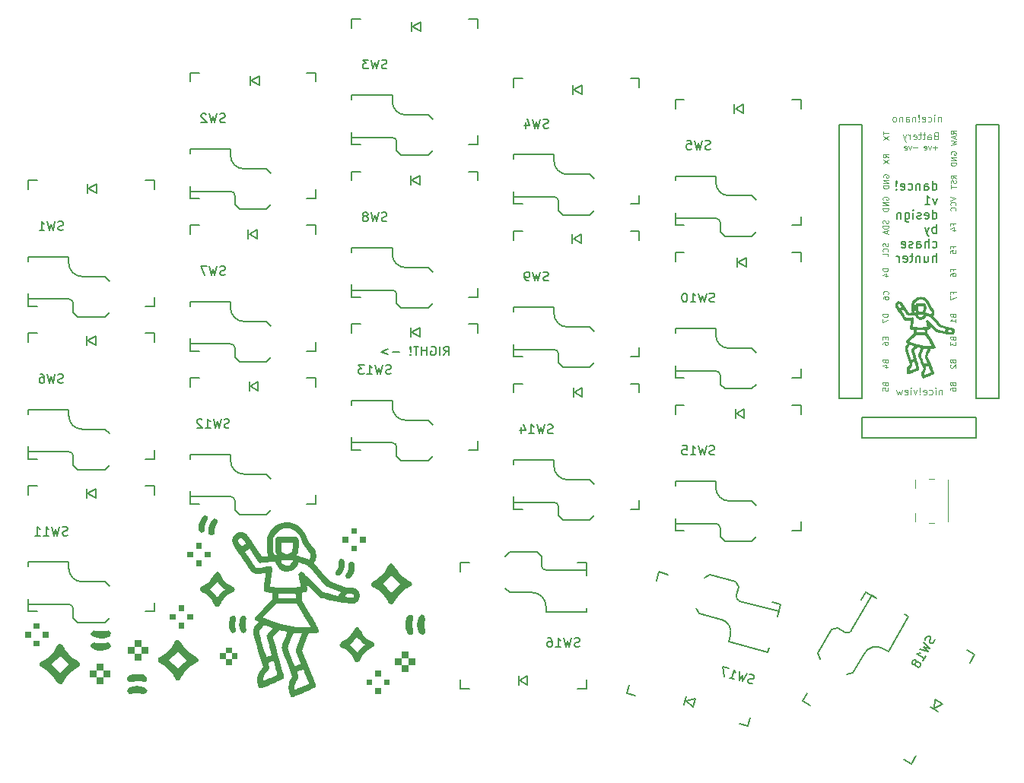
<source format=gbr>
G04 #@! TF.GenerationSoftware,KiCad,Pcbnew,7.0.8*
G04 #@! TF.CreationDate,2023-11-12T13:23:08-05:00*
G04 #@! TF.ProjectId,dancev2,64616e63-6576-4322-9e6b-696361645f70,1.0*
G04 #@! TF.SameCoordinates,Original*
G04 #@! TF.FileFunction,Legend,Bot*
G04 #@! TF.FilePolarity,Positive*
%FSLAX46Y46*%
G04 Gerber Fmt 4.6, Leading zero omitted, Abs format (unit mm)*
G04 Created by KiCad (PCBNEW 7.0.8) date 2023-11-12 13:23:08*
%MOMM*%
%LPD*%
G01*
G04 APERTURE LIST*
%ADD10C,0.150000*%
%ADD11C,0.200000*%
%ADD12C,0.100000*%
%ADD13C,0.080000*%
%ADD14C,0.120000*%
G04 APERTURE END LIST*
D10*
X179534649Y-64439819D02*
X179534649Y-63439819D01*
X179534649Y-64392200D02*
X179629887Y-64439819D01*
X179629887Y-64439819D02*
X179820363Y-64439819D01*
X179820363Y-64439819D02*
X179915601Y-64392200D01*
X179915601Y-64392200D02*
X179963220Y-64344580D01*
X179963220Y-64344580D02*
X180010839Y-64249342D01*
X180010839Y-64249342D02*
X180010839Y-63963628D01*
X180010839Y-63963628D02*
X179963220Y-63868390D01*
X179963220Y-63868390D02*
X179915601Y-63820771D01*
X179915601Y-63820771D02*
X179820363Y-63773152D01*
X179820363Y-63773152D02*
X179629887Y-63773152D01*
X179629887Y-63773152D02*
X179534649Y-63820771D01*
X178629887Y-64439819D02*
X178629887Y-63916009D01*
X178629887Y-63916009D02*
X178677506Y-63820771D01*
X178677506Y-63820771D02*
X178772744Y-63773152D01*
X178772744Y-63773152D02*
X178963220Y-63773152D01*
X178963220Y-63773152D02*
X179058458Y-63820771D01*
X178629887Y-64392200D02*
X178725125Y-64439819D01*
X178725125Y-64439819D02*
X178963220Y-64439819D01*
X178963220Y-64439819D02*
X179058458Y-64392200D01*
X179058458Y-64392200D02*
X179106077Y-64296961D01*
X179106077Y-64296961D02*
X179106077Y-64201723D01*
X179106077Y-64201723D02*
X179058458Y-64106485D01*
X179058458Y-64106485D02*
X178963220Y-64058866D01*
X178963220Y-64058866D02*
X178725125Y-64058866D01*
X178725125Y-64058866D02*
X178629887Y-64011247D01*
X178153696Y-63773152D02*
X178153696Y-64439819D01*
X178153696Y-63868390D02*
X178106077Y-63820771D01*
X178106077Y-63820771D02*
X178010839Y-63773152D01*
X178010839Y-63773152D02*
X177867982Y-63773152D01*
X177867982Y-63773152D02*
X177772744Y-63820771D01*
X177772744Y-63820771D02*
X177725125Y-63916009D01*
X177725125Y-63916009D02*
X177725125Y-64439819D01*
X176820363Y-64392200D02*
X176915601Y-64439819D01*
X176915601Y-64439819D02*
X177106077Y-64439819D01*
X177106077Y-64439819D02*
X177201315Y-64392200D01*
X177201315Y-64392200D02*
X177248934Y-64344580D01*
X177248934Y-64344580D02*
X177296553Y-64249342D01*
X177296553Y-64249342D02*
X177296553Y-63963628D01*
X177296553Y-63963628D02*
X177248934Y-63868390D01*
X177248934Y-63868390D02*
X177201315Y-63820771D01*
X177201315Y-63820771D02*
X177106077Y-63773152D01*
X177106077Y-63773152D02*
X176915601Y-63773152D01*
X176915601Y-63773152D02*
X176820363Y-63820771D01*
X176010839Y-64392200D02*
X176106077Y-64439819D01*
X176106077Y-64439819D02*
X176296553Y-64439819D01*
X176296553Y-64439819D02*
X176391791Y-64392200D01*
X176391791Y-64392200D02*
X176439410Y-64296961D01*
X176439410Y-64296961D02*
X176439410Y-63916009D01*
X176439410Y-63916009D02*
X176391791Y-63820771D01*
X176391791Y-63820771D02*
X176296553Y-63773152D01*
X176296553Y-63773152D02*
X176106077Y-63773152D01*
X176106077Y-63773152D02*
X176010839Y-63820771D01*
X176010839Y-63820771D02*
X175963220Y-63916009D01*
X175963220Y-63916009D02*
X175963220Y-64011247D01*
X175963220Y-64011247D02*
X176439410Y-64106485D01*
X175534648Y-64344580D02*
X175487029Y-64392200D01*
X175487029Y-64392200D02*
X175534648Y-64439819D01*
X175534648Y-64439819D02*
X175582267Y-64392200D01*
X175582267Y-64392200D02*
X175534648Y-64344580D01*
X175534648Y-64344580D02*
X175534648Y-64439819D01*
X175534648Y-64058866D02*
X175582267Y-63487438D01*
X175582267Y-63487438D02*
X175534648Y-63439819D01*
X175534648Y-63439819D02*
X175487029Y-63487438D01*
X175487029Y-63487438D02*
X175534648Y-64058866D01*
X175534648Y-64058866D02*
X175534648Y-63439819D01*
X180058458Y-65383152D02*
X179820363Y-66049819D01*
X179820363Y-66049819D02*
X179582268Y-65383152D01*
X178677506Y-66049819D02*
X179248934Y-66049819D01*
X178963220Y-66049819D02*
X178963220Y-65049819D01*
X178963220Y-65049819D02*
X179058458Y-65192676D01*
X179058458Y-65192676D02*
X179153696Y-65287914D01*
X179153696Y-65287914D02*
X179248934Y-65335533D01*
X179534649Y-67659819D02*
X179534649Y-66659819D01*
X179534649Y-67612200D02*
X179629887Y-67659819D01*
X179629887Y-67659819D02*
X179820363Y-67659819D01*
X179820363Y-67659819D02*
X179915601Y-67612200D01*
X179915601Y-67612200D02*
X179963220Y-67564580D01*
X179963220Y-67564580D02*
X180010839Y-67469342D01*
X180010839Y-67469342D02*
X180010839Y-67183628D01*
X180010839Y-67183628D02*
X179963220Y-67088390D01*
X179963220Y-67088390D02*
X179915601Y-67040771D01*
X179915601Y-67040771D02*
X179820363Y-66993152D01*
X179820363Y-66993152D02*
X179629887Y-66993152D01*
X179629887Y-66993152D02*
X179534649Y-67040771D01*
X178677506Y-67612200D02*
X178772744Y-67659819D01*
X178772744Y-67659819D02*
X178963220Y-67659819D01*
X178963220Y-67659819D02*
X179058458Y-67612200D01*
X179058458Y-67612200D02*
X179106077Y-67516961D01*
X179106077Y-67516961D02*
X179106077Y-67136009D01*
X179106077Y-67136009D02*
X179058458Y-67040771D01*
X179058458Y-67040771D02*
X178963220Y-66993152D01*
X178963220Y-66993152D02*
X178772744Y-66993152D01*
X178772744Y-66993152D02*
X178677506Y-67040771D01*
X178677506Y-67040771D02*
X178629887Y-67136009D01*
X178629887Y-67136009D02*
X178629887Y-67231247D01*
X178629887Y-67231247D02*
X179106077Y-67326485D01*
X178248934Y-67612200D02*
X178153696Y-67659819D01*
X178153696Y-67659819D02*
X177963220Y-67659819D01*
X177963220Y-67659819D02*
X177867982Y-67612200D01*
X177867982Y-67612200D02*
X177820363Y-67516961D01*
X177820363Y-67516961D02*
X177820363Y-67469342D01*
X177820363Y-67469342D02*
X177867982Y-67374104D01*
X177867982Y-67374104D02*
X177963220Y-67326485D01*
X177963220Y-67326485D02*
X178106077Y-67326485D01*
X178106077Y-67326485D02*
X178201315Y-67278866D01*
X178201315Y-67278866D02*
X178248934Y-67183628D01*
X178248934Y-67183628D02*
X178248934Y-67136009D01*
X178248934Y-67136009D02*
X178201315Y-67040771D01*
X178201315Y-67040771D02*
X178106077Y-66993152D01*
X178106077Y-66993152D02*
X177963220Y-66993152D01*
X177963220Y-66993152D02*
X177867982Y-67040771D01*
X177391791Y-67659819D02*
X177391791Y-66993152D01*
X177391791Y-66659819D02*
X177439410Y-66707438D01*
X177439410Y-66707438D02*
X177391791Y-66755057D01*
X177391791Y-66755057D02*
X177344172Y-66707438D01*
X177344172Y-66707438D02*
X177391791Y-66659819D01*
X177391791Y-66659819D02*
X177391791Y-66755057D01*
X176487030Y-66993152D02*
X176487030Y-67802676D01*
X176487030Y-67802676D02*
X176534649Y-67897914D01*
X176534649Y-67897914D02*
X176582268Y-67945533D01*
X176582268Y-67945533D02*
X176677506Y-67993152D01*
X176677506Y-67993152D02*
X176820363Y-67993152D01*
X176820363Y-67993152D02*
X176915601Y-67945533D01*
X176487030Y-67612200D02*
X176582268Y-67659819D01*
X176582268Y-67659819D02*
X176772744Y-67659819D01*
X176772744Y-67659819D02*
X176867982Y-67612200D01*
X176867982Y-67612200D02*
X176915601Y-67564580D01*
X176915601Y-67564580D02*
X176963220Y-67469342D01*
X176963220Y-67469342D02*
X176963220Y-67183628D01*
X176963220Y-67183628D02*
X176915601Y-67088390D01*
X176915601Y-67088390D02*
X176867982Y-67040771D01*
X176867982Y-67040771D02*
X176772744Y-66993152D01*
X176772744Y-66993152D02*
X176582268Y-66993152D01*
X176582268Y-66993152D02*
X176487030Y-67040771D01*
X176010839Y-66993152D02*
X176010839Y-67659819D01*
X176010839Y-67088390D02*
X175963220Y-67040771D01*
X175963220Y-67040771D02*
X175867982Y-66993152D01*
X175867982Y-66993152D02*
X175725125Y-66993152D01*
X175725125Y-66993152D02*
X175629887Y-67040771D01*
X175629887Y-67040771D02*
X175582268Y-67136009D01*
X175582268Y-67136009D02*
X175582268Y-67659819D01*
X179963220Y-69269819D02*
X179963220Y-68269819D01*
X179963220Y-68650771D02*
X179867982Y-68603152D01*
X179867982Y-68603152D02*
X179677506Y-68603152D01*
X179677506Y-68603152D02*
X179582268Y-68650771D01*
X179582268Y-68650771D02*
X179534649Y-68698390D01*
X179534649Y-68698390D02*
X179487030Y-68793628D01*
X179487030Y-68793628D02*
X179487030Y-69079342D01*
X179487030Y-69079342D02*
X179534649Y-69174580D01*
X179534649Y-69174580D02*
X179582268Y-69222200D01*
X179582268Y-69222200D02*
X179677506Y-69269819D01*
X179677506Y-69269819D02*
X179867982Y-69269819D01*
X179867982Y-69269819D02*
X179963220Y-69222200D01*
X179153696Y-68603152D02*
X178915601Y-69269819D01*
X178677506Y-68603152D02*
X178915601Y-69269819D01*
X178915601Y-69269819D02*
X179010839Y-69507914D01*
X179010839Y-69507914D02*
X179058458Y-69555533D01*
X179058458Y-69555533D02*
X179153696Y-69603152D01*
X179534649Y-70832200D02*
X179629887Y-70879819D01*
X179629887Y-70879819D02*
X179820363Y-70879819D01*
X179820363Y-70879819D02*
X179915601Y-70832200D01*
X179915601Y-70832200D02*
X179963220Y-70784580D01*
X179963220Y-70784580D02*
X180010839Y-70689342D01*
X180010839Y-70689342D02*
X180010839Y-70403628D01*
X180010839Y-70403628D02*
X179963220Y-70308390D01*
X179963220Y-70308390D02*
X179915601Y-70260771D01*
X179915601Y-70260771D02*
X179820363Y-70213152D01*
X179820363Y-70213152D02*
X179629887Y-70213152D01*
X179629887Y-70213152D02*
X179534649Y-70260771D01*
X179106077Y-70879819D02*
X179106077Y-69879819D01*
X178677506Y-70879819D02*
X178677506Y-70356009D01*
X178677506Y-70356009D02*
X178725125Y-70260771D01*
X178725125Y-70260771D02*
X178820363Y-70213152D01*
X178820363Y-70213152D02*
X178963220Y-70213152D01*
X178963220Y-70213152D02*
X179058458Y-70260771D01*
X179058458Y-70260771D02*
X179106077Y-70308390D01*
X177772744Y-70879819D02*
X177772744Y-70356009D01*
X177772744Y-70356009D02*
X177820363Y-70260771D01*
X177820363Y-70260771D02*
X177915601Y-70213152D01*
X177915601Y-70213152D02*
X178106077Y-70213152D01*
X178106077Y-70213152D02*
X178201315Y-70260771D01*
X177772744Y-70832200D02*
X177867982Y-70879819D01*
X177867982Y-70879819D02*
X178106077Y-70879819D01*
X178106077Y-70879819D02*
X178201315Y-70832200D01*
X178201315Y-70832200D02*
X178248934Y-70736961D01*
X178248934Y-70736961D02*
X178248934Y-70641723D01*
X178248934Y-70641723D02*
X178201315Y-70546485D01*
X178201315Y-70546485D02*
X178106077Y-70498866D01*
X178106077Y-70498866D02*
X177867982Y-70498866D01*
X177867982Y-70498866D02*
X177772744Y-70451247D01*
X177344172Y-70832200D02*
X177248934Y-70879819D01*
X177248934Y-70879819D02*
X177058458Y-70879819D01*
X177058458Y-70879819D02*
X176963220Y-70832200D01*
X176963220Y-70832200D02*
X176915601Y-70736961D01*
X176915601Y-70736961D02*
X176915601Y-70689342D01*
X176915601Y-70689342D02*
X176963220Y-70594104D01*
X176963220Y-70594104D02*
X177058458Y-70546485D01*
X177058458Y-70546485D02*
X177201315Y-70546485D01*
X177201315Y-70546485D02*
X177296553Y-70498866D01*
X177296553Y-70498866D02*
X177344172Y-70403628D01*
X177344172Y-70403628D02*
X177344172Y-70356009D01*
X177344172Y-70356009D02*
X177296553Y-70260771D01*
X177296553Y-70260771D02*
X177201315Y-70213152D01*
X177201315Y-70213152D02*
X177058458Y-70213152D01*
X177058458Y-70213152D02*
X176963220Y-70260771D01*
X176106077Y-70832200D02*
X176201315Y-70879819D01*
X176201315Y-70879819D02*
X176391791Y-70879819D01*
X176391791Y-70879819D02*
X176487029Y-70832200D01*
X176487029Y-70832200D02*
X176534648Y-70736961D01*
X176534648Y-70736961D02*
X176534648Y-70356009D01*
X176534648Y-70356009D02*
X176487029Y-70260771D01*
X176487029Y-70260771D02*
X176391791Y-70213152D01*
X176391791Y-70213152D02*
X176201315Y-70213152D01*
X176201315Y-70213152D02*
X176106077Y-70260771D01*
X176106077Y-70260771D02*
X176058458Y-70356009D01*
X176058458Y-70356009D02*
X176058458Y-70451247D01*
X176058458Y-70451247D02*
X176534648Y-70546485D01*
X179963220Y-72489819D02*
X179963220Y-71489819D01*
X179534649Y-72489819D02*
X179534649Y-71966009D01*
X179534649Y-71966009D02*
X179582268Y-71870771D01*
X179582268Y-71870771D02*
X179677506Y-71823152D01*
X179677506Y-71823152D02*
X179820363Y-71823152D01*
X179820363Y-71823152D02*
X179915601Y-71870771D01*
X179915601Y-71870771D02*
X179963220Y-71918390D01*
X178629887Y-71823152D02*
X178629887Y-72489819D01*
X179058458Y-71823152D02*
X179058458Y-72346961D01*
X179058458Y-72346961D02*
X179010839Y-72442200D01*
X179010839Y-72442200D02*
X178915601Y-72489819D01*
X178915601Y-72489819D02*
X178772744Y-72489819D01*
X178772744Y-72489819D02*
X178677506Y-72442200D01*
X178677506Y-72442200D02*
X178629887Y-72394580D01*
X178153696Y-71823152D02*
X178153696Y-72489819D01*
X178153696Y-71918390D02*
X178106077Y-71870771D01*
X178106077Y-71870771D02*
X178010839Y-71823152D01*
X178010839Y-71823152D02*
X177867982Y-71823152D01*
X177867982Y-71823152D02*
X177772744Y-71870771D01*
X177772744Y-71870771D02*
X177725125Y-71966009D01*
X177725125Y-71966009D02*
X177725125Y-72489819D01*
X177391791Y-71823152D02*
X177010839Y-71823152D01*
X177248934Y-71489819D02*
X177248934Y-72346961D01*
X177248934Y-72346961D02*
X177201315Y-72442200D01*
X177201315Y-72442200D02*
X177106077Y-72489819D01*
X177106077Y-72489819D02*
X177010839Y-72489819D01*
X176296553Y-72442200D02*
X176391791Y-72489819D01*
X176391791Y-72489819D02*
X176582267Y-72489819D01*
X176582267Y-72489819D02*
X176677505Y-72442200D01*
X176677505Y-72442200D02*
X176725124Y-72346961D01*
X176725124Y-72346961D02*
X176725124Y-71966009D01*
X176725124Y-71966009D02*
X176677505Y-71870771D01*
X176677505Y-71870771D02*
X176582267Y-71823152D01*
X176582267Y-71823152D02*
X176391791Y-71823152D01*
X176391791Y-71823152D02*
X176296553Y-71870771D01*
X176296553Y-71870771D02*
X176248934Y-71966009D01*
X176248934Y-71966009D02*
X176248934Y-72061247D01*
X176248934Y-72061247D02*
X176725124Y-72156485D01*
X175820362Y-72489819D02*
X175820362Y-71823152D01*
X175820362Y-72013628D02*
X175772743Y-71918390D01*
X175772743Y-71918390D02*
X175725124Y-71870771D01*
X175725124Y-71870771D02*
X175629886Y-71823152D01*
X175629886Y-71823152D02*
X175534648Y-71823152D01*
D11*
X125158898Y-82867219D02*
X125492231Y-82391028D01*
X125730326Y-82867219D02*
X125730326Y-81867219D01*
X125730326Y-81867219D02*
X125349374Y-81867219D01*
X125349374Y-81867219D02*
X125254136Y-81914838D01*
X125254136Y-81914838D02*
X125206517Y-81962457D01*
X125206517Y-81962457D02*
X125158898Y-82057695D01*
X125158898Y-82057695D02*
X125158898Y-82200552D01*
X125158898Y-82200552D02*
X125206517Y-82295790D01*
X125206517Y-82295790D02*
X125254136Y-82343409D01*
X125254136Y-82343409D02*
X125349374Y-82391028D01*
X125349374Y-82391028D02*
X125730326Y-82391028D01*
X124730326Y-82867219D02*
X124730326Y-81867219D01*
X123730327Y-81914838D02*
X123825565Y-81867219D01*
X123825565Y-81867219D02*
X123968422Y-81867219D01*
X123968422Y-81867219D02*
X124111279Y-81914838D01*
X124111279Y-81914838D02*
X124206517Y-82010076D01*
X124206517Y-82010076D02*
X124254136Y-82105314D01*
X124254136Y-82105314D02*
X124301755Y-82295790D01*
X124301755Y-82295790D02*
X124301755Y-82438647D01*
X124301755Y-82438647D02*
X124254136Y-82629123D01*
X124254136Y-82629123D02*
X124206517Y-82724361D01*
X124206517Y-82724361D02*
X124111279Y-82819600D01*
X124111279Y-82819600D02*
X123968422Y-82867219D01*
X123968422Y-82867219D02*
X123873184Y-82867219D01*
X123873184Y-82867219D02*
X123730327Y-82819600D01*
X123730327Y-82819600D02*
X123682708Y-82771980D01*
X123682708Y-82771980D02*
X123682708Y-82438647D01*
X123682708Y-82438647D02*
X123873184Y-82438647D01*
X123254136Y-82867219D02*
X123254136Y-81867219D01*
X123254136Y-82343409D02*
X122682708Y-82343409D01*
X122682708Y-82867219D02*
X122682708Y-81867219D01*
X122349374Y-81867219D02*
X121777946Y-81867219D01*
X122063660Y-82867219D02*
X122063660Y-81867219D01*
X121444612Y-82771980D02*
X121396993Y-82819600D01*
X121396993Y-82819600D02*
X121444612Y-82867219D01*
X121444612Y-82867219D02*
X121492231Y-82819600D01*
X121492231Y-82819600D02*
X121444612Y-82771980D01*
X121444612Y-82771980D02*
X121444612Y-82867219D01*
X121444612Y-82486266D02*
X121492231Y-81914838D01*
X121492231Y-81914838D02*
X121444612Y-81867219D01*
X121444612Y-81867219D02*
X121396993Y-81914838D01*
X121396993Y-81914838D02*
X121444612Y-82486266D01*
X121444612Y-82486266D02*
X121444612Y-81867219D01*
X120206517Y-82486266D02*
X119444613Y-82486266D01*
X118968422Y-82200552D02*
X118206518Y-82486266D01*
X118206518Y-82486266D02*
X118968422Y-82771980D01*
D12*
X180485714Y-56331561D02*
X180485714Y-56864895D01*
X180485714Y-56407752D02*
X180447619Y-56369657D01*
X180447619Y-56369657D02*
X180371429Y-56331561D01*
X180371429Y-56331561D02*
X180257143Y-56331561D01*
X180257143Y-56331561D02*
X180180952Y-56369657D01*
X180180952Y-56369657D02*
X180142857Y-56445847D01*
X180142857Y-56445847D02*
X180142857Y-56864895D01*
X179761904Y-56864895D02*
X179761904Y-56331561D01*
X179761904Y-56064895D02*
X179800000Y-56102990D01*
X179800000Y-56102990D02*
X179761904Y-56141085D01*
X179761904Y-56141085D02*
X179723809Y-56102990D01*
X179723809Y-56102990D02*
X179761904Y-56064895D01*
X179761904Y-56064895D02*
X179761904Y-56141085D01*
X179038095Y-56826800D02*
X179114286Y-56864895D01*
X179114286Y-56864895D02*
X179266667Y-56864895D01*
X179266667Y-56864895D02*
X179342857Y-56826800D01*
X179342857Y-56826800D02*
X179380952Y-56788704D01*
X179380952Y-56788704D02*
X179419048Y-56712514D01*
X179419048Y-56712514D02*
X179419048Y-56483942D01*
X179419048Y-56483942D02*
X179380952Y-56407752D01*
X179380952Y-56407752D02*
X179342857Y-56369657D01*
X179342857Y-56369657D02*
X179266667Y-56331561D01*
X179266667Y-56331561D02*
X179114286Y-56331561D01*
X179114286Y-56331561D02*
X179038095Y-56369657D01*
X178390476Y-56826800D02*
X178466667Y-56864895D01*
X178466667Y-56864895D02*
X178619048Y-56864895D01*
X178619048Y-56864895D02*
X178695238Y-56826800D01*
X178695238Y-56826800D02*
X178733334Y-56750609D01*
X178733334Y-56750609D02*
X178733334Y-56445847D01*
X178733334Y-56445847D02*
X178695238Y-56369657D01*
X178695238Y-56369657D02*
X178619048Y-56331561D01*
X178619048Y-56331561D02*
X178466667Y-56331561D01*
X178466667Y-56331561D02*
X178390476Y-56369657D01*
X178390476Y-56369657D02*
X178352381Y-56445847D01*
X178352381Y-56445847D02*
X178352381Y-56522038D01*
X178352381Y-56522038D02*
X178733334Y-56598228D01*
X178009524Y-56788704D02*
X177971429Y-56826800D01*
X177971429Y-56826800D02*
X178009524Y-56864895D01*
X178009524Y-56864895D02*
X178047620Y-56826800D01*
X178047620Y-56826800D02*
X178009524Y-56788704D01*
X178009524Y-56788704D02*
X178009524Y-56864895D01*
X178009524Y-56560133D02*
X178047620Y-56102990D01*
X178047620Y-56102990D02*
X178009524Y-56064895D01*
X178009524Y-56064895D02*
X177971429Y-56102990D01*
X177971429Y-56102990D02*
X178009524Y-56560133D01*
X178009524Y-56560133D02*
X178009524Y-56064895D01*
X177628572Y-56331561D02*
X177628572Y-56864895D01*
X177628572Y-56407752D02*
X177590477Y-56369657D01*
X177590477Y-56369657D02*
X177514287Y-56331561D01*
X177514287Y-56331561D02*
X177400001Y-56331561D01*
X177400001Y-56331561D02*
X177323810Y-56369657D01*
X177323810Y-56369657D02*
X177285715Y-56445847D01*
X177285715Y-56445847D02*
X177285715Y-56864895D01*
X176561905Y-56864895D02*
X176561905Y-56445847D01*
X176561905Y-56445847D02*
X176600000Y-56369657D01*
X176600000Y-56369657D02*
X176676191Y-56331561D01*
X176676191Y-56331561D02*
X176828572Y-56331561D01*
X176828572Y-56331561D02*
X176904762Y-56369657D01*
X176561905Y-56826800D02*
X176638096Y-56864895D01*
X176638096Y-56864895D02*
X176828572Y-56864895D01*
X176828572Y-56864895D02*
X176904762Y-56826800D01*
X176904762Y-56826800D02*
X176942858Y-56750609D01*
X176942858Y-56750609D02*
X176942858Y-56674419D01*
X176942858Y-56674419D02*
X176904762Y-56598228D01*
X176904762Y-56598228D02*
X176828572Y-56560133D01*
X176828572Y-56560133D02*
X176638096Y-56560133D01*
X176638096Y-56560133D02*
X176561905Y-56522038D01*
X176180952Y-56331561D02*
X176180952Y-56864895D01*
X176180952Y-56407752D02*
X176142857Y-56369657D01*
X176142857Y-56369657D02*
X176066667Y-56331561D01*
X176066667Y-56331561D02*
X175952381Y-56331561D01*
X175952381Y-56331561D02*
X175876190Y-56369657D01*
X175876190Y-56369657D02*
X175838095Y-56445847D01*
X175838095Y-56445847D02*
X175838095Y-56864895D01*
X175342857Y-56864895D02*
X175419047Y-56826800D01*
X175419047Y-56826800D02*
X175457142Y-56788704D01*
X175457142Y-56788704D02*
X175495238Y-56712514D01*
X175495238Y-56712514D02*
X175495238Y-56483942D01*
X175495238Y-56483942D02*
X175457142Y-56407752D01*
X175457142Y-56407752D02*
X175419047Y-56369657D01*
X175419047Y-56369657D02*
X175342857Y-56331561D01*
X175342857Y-56331561D02*
X175228571Y-56331561D01*
X175228571Y-56331561D02*
X175152380Y-56369657D01*
X175152380Y-56369657D02*
X175114285Y-56407752D01*
X175114285Y-56407752D02*
X175076190Y-56483942D01*
X175076190Y-56483942D02*
X175076190Y-56712514D01*
X175076190Y-56712514D02*
X175114285Y-56788704D01*
X175114285Y-56788704D02*
X175152380Y-56826800D01*
X175152380Y-56826800D02*
X175228571Y-56864895D01*
X175228571Y-56864895D02*
X175342857Y-56864895D01*
D10*
X82798332Y-68902200D02*
X82655475Y-68949819D01*
X82655475Y-68949819D02*
X82417380Y-68949819D01*
X82417380Y-68949819D02*
X82322142Y-68902200D01*
X82322142Y-68902200D02*
X82274523Y-68854580D01*
X82274523Y-68854580D02*
X82226904Y-68759342D01*
X82226904Y-68759342D02*
X82226904Y-68664104D01*
X82226904Y-68664104D02*
X82274523Y-68568866D01*
X82274523Y-68568866D02*
X82322142Y-68521247D01*
X82322142Y-68521247D02*
X82417380Y-68473628D01*
X82417380Y-68473628D02*
X82607856Y-68426009D01*
X82607856Y-68426009D02*
X82703094Y-68378390D01*
X82703094Y-68378390D02*
X82750713Y-68330771D01*
X82750713Y-68330771D02*
X82798332Y-68235533D01*
X82798332Y-68235533D02*
X82798332Y-68140295D01*
X82798332Y-68140295D02*
X82750713Y-68045057D01*
X82750713Y-68045057D02*
X82703094Y-67997438D01*
X82703094Y-67997438D02*
X82607856Y-67949819D01*
X82607856Y-67949819D02*
X82369761Y-67949819D01*
X82369761Y-67949819D02*
X82226904Y-67997438D01*
X81893570Y-67949819D02*
X81655475Y-68949819D01*
X81655475Y-68949819D02*
X81464999Y-68235533D01*
X81464999Y-68235533D02*
X81274523Y-68949819D01*
X81274523Y-68949819D02*
X81036428Y-67949819D01*
X80131666Y-68949819D02*
X80703094Y-68949819D01*
X80417380Y-68949819D02*
X80417380Y-67949819D01*
X80417380Y-67949819D02*
X80512618Y-68092676D01*
X80512618Y-68092676D02*
X80607856Y-68187914D01*
X80607856Y-68187914D02*
X80703094Y-68235533D01*
X100798332Y-56902200D02*
X100655475Y-56949819D01*
X100655475Y-56949819D02*
X100417380Y-56949819D01*
X100417380Y-56949819D02*
X100322142Y-56902200D01*
X100322142Y-56902200D02*
X100274523Y-56854580D01*
X100274523Y-56854580D02*
X100226904Y-56759342D01*
X100226904Y-56759342D02*
X100226904Y-56664104D01*
X100226904Y-56664104D02*
X100274523Y-56568866D01*
X100274523Y-56568866D02*
X100322142Y-56521247D01*
X100322142Y-56521247D02*
X100417380Y-56473628D01*
X100417380Y-56473628D02*
X100607856Y-56426009D01*
X100607856Y-56426009D02*
X100703094Y-56378390D01*
X100703094Y-56378390D02*
X100750713Y-56330771D01*
X100750713Y-56330771D02*
X100798332Y-56235533D01*
X100798332Y-56235533D02*
X100798332Y-56140295D01*
X100798332Y-56140295D02*
X100750713Y-56045057D01*
X100750713Y-56045057D02*
X100703094Y-55997438D01*
X100703094Y-55997438D02*
X100607856Y-55949819D01*
X100607856Y-55949819D02*
X100369761Y-55949819D01*
X100369761Y-55949819D02*
X100226904Y-55997438D01*
X99893570Y-55949819D02*
X99655475Y-56949819D01*
X99655475Y-56949819D02*
X99464999Y-56235533D01*
X99464999Y-56235533D02*
X99274523Y-56949819D01*
X99274523Y-56949819D02*
X99036428Y-55949819D01*
X98703094Y-56045057D02*
X98655475Y-55997438D01*
X98655475Y-55997438D02*
X98560237Y-55949819D01*
X98560237Y-55949819D02*
X98322142Y-55949819D01*
X98322142Y-55949819D02*
X98226904Y-55997438D01*
X98226904Y-55997438D02*
X98179285Y-56045057D01*
X98179285Y-56045057D02*
X98131666Y-56140295D01*
X98131666Y-56140295D02*
X98131666Y-56235533D01*
X98131666Y-56235533D02*
X98179285Y-56378390D01*
X98179285Y-56378390D02*
X98750713Y-56949819D01*
X98750713Y-56949819D02*
X98131666Y-56949819D01*
X118798332Y-50902200D02*
X118655475Y-50949819D01*
X118655475Y-50949819D02*
X118417380Y-50949819D01*
X118417380Y-50949819D02*
X118322142Y-50902200D01*
X118322142Y-50902200D02*
X118274523Y-50854580D01*
X118274523Y-50854580D02*
X118226904Y-50759342D01*
X118226904Y-50759342D02*
X118226904Y-50664104D01*
X118226904Y-50664104D02*
X118274523Y-50568866D01*
X118274523Y-50568866D02*
X118322142Y-50521247D01*
X118322142Y-50521247D02*
X118417380Y-50473628D01*
X118417380Y-50473628D02*
X118607856Y-50426009D01*
X118607856Y-50426009D02*
X118703094Y-50378390D01*
X118703094Y-50378390D02*
X118750713Y-50330771D01*
X118750713Y-50330771D02*
X118798332Y-50235533D01*
X118798332Y-50235533D02*
X118798332Y-50140295D01*
X118798332Y-50140295D02*
X118750713Y-50045057D01*
X118750713Y-50045057D02*
X118703094Y-49997438D01*
X118703094Y-49997438D02*
X118607856Y-49949819D01*
X118607856Y-49949819D02*
X118369761Y-49949819D01*
X118369761Y-49949819D02*
X118226904Y-49997438D01*
X117893570Y-49949819D02*
X117655475Y-50949819D01*
X117655475Y-50949819D02*
X117464999Y-50235533D01*
X117464999Y-50235533D02*
X117274523Y-50949819D01*
X117274523Y-50949819D02*
X117036428Y-49949819D01*
X116750713Y-49949819D02*
X116131666Y-49949819D01*
X116131666Y-49949819D02*
X116464999Y-50330771D01*
X116464999Y-50330771D02*
X116322142Y-50330771D01*
X116322142Y-50330771D02*
X116226904Y-50378390D01*
X116226904Y-50378390D02*
X116179285Y-50426009D01*
X116179285Y-50426009D02*
X116131666Y-50521247D01*
X116131666Y-50521247D02*
X116131666Y-50759342D01*
X116131666Y-50759342D02*
X116179285Y-50854580D01*
X116179285Y-50854580D02*
X116226904Y-50902200D01*
X116226904Y-50902200D02*
X116322142Y-50949819D01*
X116322142Y-50949819D02*
X116607856Y-50949819D01*
X116607856Y-50949819D02*
X116703094Y-50902200D01*
X116703094Y-50902200D02*
X116750713Y-50854580D01*
X136798332Y-57522200D02*
X136655475Y-57569819D01*
X136655475Y-57569819D02*
X136417380Y-57569819D01*
X136417380Y-57569819D02*
X136322142Y-57522200D01*
X136322142Y-57522200D02*
X136274523Y-57474580D01*
X136274523Y-57474580D02*
X136226904Y-57379342D01*
X136226904Y-57379342D02*
X136226904Y-57284104D01*
X136226904Y-57284104D02*
X136274523Y-57188866D01*
X136274523Y-57188866D02*
X136322142Y-57141247D01*
X136322142Y-57141247D02*
X136417380Y-57093628D01*
X136417380Y-57093628D02*
X136607856Y-57046009D01*
X136607856Y-57046009D02*
X136703094Y-56998390D01*
X136703094Y-56998390D02*
X136750713Y-56950771D01*
X136750713Y-56950771D02*
X136798332Y-56855533D01*
X136798332Y-56855533D02*
X136798332Y-56760295D01*
X136798332Y-56760295D02*
X136750713Y-56665057D01*
X136750713Y-56665057D02*
X136703094Y-56617438D01*
X136703094Y-56617438D02*
X136607856Y-56569819D01*
X136607856Y-56569819D02*
X136369761Y-56569819D01*
X136369761Y-56569819D02*
X136226904Y-56617438D01*
X135893570Y-56569819D02*
X135655475Y-57569819D01*
X135655475Y-57569819D02*
X135464999Y-56855533D01*
X135464999Y-56855533D02*
X135274523Y-57569819D01*
X135274523Y-57569819D02*
X135036428Y-56569819D01*
X134226904Y-56903152D02*
X134226904Y-57569819D01*
X134464999Y-56522200D02*
X134703094Y-57236485D01*
X134703094Y-57236485D02*
X134084047Y-57236485D01*
X154798332Y-59902200D02*
X154655475Y-59949819D01*
X154655475Y-59949819D02*
X154417380Y-59949819D01*
X154417380Y-59949819D02*
X154322142Y-59902200D01*
X154322142Y-59902200D02*
X154274523Y-59854580D01*
X154274523Y-59854580D02*
X154226904Y-59759342D01*
X154226904Y-59759342D02*
X154226904Y-59664104D01*
X154226904Y-59664104D02*
X154274523Y-59568866D01*
X154274523Y-59568866D02*
X154322142Y-59521247D01*
X154322142Y-59521247D02*
X154417380Y-59473628D01*
X154417380Y-59473628D02*
X154607856Y-59426009D01*
X154607856Y-59426009D02*
X154703094Y-59378390D01*
X154703094Y-59378390D02*
X154750713Y-59330771D01*
X154750713Y-59330771D02*
X154798332Y-59235533D01*
X154798332Y-59235533D02*
X154798332Y-59140295D01*
X154798332Y-59140295D02*
X154750713Y-59045057D01*
X154750713Y-59045057D02*
X154703094Y-58997438D01*
X154703094Y-58997438D02*
X154607856Y-58949819D01*
X154607856Y-58949819D02*
X154369761Y-58949819D01*
X154369761Y-58949819D02*
X154226904Y-58997438D01*
X153893570Y-58949819D02*
X153655475Y-59949819D01*
X153655475Y-59949819D02*
X153464999Y-59235533D01*
X153464999Y-59235533D02*
X153274523Y-59949819D01*
X153274523Y-59949819D02*
X153036428Y-58949819D01*
X152179285Y-58949819D02*
X152655475Y-58949819D01*
X152655475Y-58949819D02*
X152703094Y-59426009D01*
X152703094Y-59426009D02*
X152655475Y-59378390D01*
X152655475Y-59378390D02*
X152560237Y-59330771D01*
X152560237Y-59330771D02*
X152322142Y-59330771D01*
X152322142Y-59330771D02*
X152226904Y-59378390D01*
X152226904Y-59378390D02*
X152179285Y-59426009D01*
X152179285Y-59426009D02*
X152131666Y-59521247D01*
X152131666Y-59521247D02*
X152131666Y-59759342D01*
X152131666Y-59759342D02*
X152179285Y-59854580D01*
X152179285Y-59854580D02*
X152226904Y-59902200D01*
X152226904Y-59902200D02*
X152322142Y-59949819D01*
X152322142Y-59949819D02*
X152560237Y-59949819D01*
X152560237Y-59949819D02*
X152655475Y-59902200D01*
X152655475Y-59902200D02*
X152703094Y-59854580D01*
X82798332Y-85902200D02*
X82655475Y-85949819D01*
X82655475Y-85949819D02*
X82417380Y-85949819D01*
X82417380Y-85949819D02*
X82322142Y-85902200D01*
X82322142Y-85902200D02*
X82274523Y-85854580D01*
X82274523Y-85854580D02*
X82226904Y-85759342D01*
X82226904Y-85759342D02*
X82226904Y-85664104D01*
X82226904Y-85664104D02*
X82274523Y-85568866D01*
X82274523Y-85568866D02*
X82322142Y-85521247D01*
X82322142Y-85521247D02*
X82417380Y-85473628D01*
X82417380Y-85473628D02*
X82607856Y-85426009D01*
X82607856Y-85426009D02*
X82703094Y-85378390D01*
X82703094Y-85378390D02*
X82750713Y-85330771D01*
X82750713Y-85330771D02*
X82798332Y-85235533D01*
X82798332Y-85235533D02*
X82798332Y-85140295D01*
X82798332Y-85140295D02*
X82750713Y-85045057D01*
X82750713Y-85045057D02*
X82703094Y-84997438D01*
X82703094Y-84997438D02*
X82607856Y-84949819D01*
X82607856Y-84949819D02*
X82369761Y-84949819D01*
X82369761Y-84949819D02*
X82226904Y-84997438D01*
X81893570Y-84949819D02*
X81655475Y-85949819D01*
X81655475Y-85949819D02*
X81464999Y-85235533D01*
X81464999Y-85235533D02*
X81274523Y-85949819D01*
X81274523Y-85949819D02*
X81036428Y-84949819D01*
X80226904Y-84949819D02*
X80417380Y-84949819D01*
X80417380Y-84949819D02*
X80512618Y-84997438D01*
X80512618Y-84997438D02*
X80560237Y-85045057D01*
X80560237Y-85045057D02*
X80655475Y-85187914D01*
X80655475Y-85187914D02*
X80703094Y-85378390D01*
X80703094Y-85378390D02*
X80703094Y-85759342D01*
X80703094Y-85759342D02*
X80655475Y-85854580D01*
X80655475Y-85854580D02*
X80607856Y-85902200D01*
X80607856Y-85902200D02*
X80512618Y-85949819D01*
X80512618Y-85949819D02*
X80322142Y-85949819D01*
X80322142Y-85949819D02*
X80226904Y-85902200D01*
X80226904Y-85902200D02*
X80179285Y-85854580D01*
X80179285Y-85854580D02*
X80131666Y-85759342D01*
X80131666Y-85759342D02*
X80131666Y-85521247D01*
X80131666Y-85521247D02*
X80179285Y-85426009D01*
X80179285Y-85426009D02*
X80226904Y-85378390D01*
X80226904Y-85378390D02*
X80322142Y-85330771D01*
X80322142Y-85330771D02*
X80512618Y-85330771D01*
X80512618Y-85330771D02*
X80607856Y-85378390D01*
X80607856Y-85378390D02*
X80655475Y-85426009D01*
X80655475Y-85426009D02*
X80703094Y-85521247D01*
X100798332Y-73902200D02*
X100655475Y-73949819D01*
X100655475Y-73949819D02*
X100417380Y-73949819D01*
X100417380Y-73949819D02*
X100322142Y-73902200D01*
X100322142Y-73902200D02*
X100274523Y-73854580D01*
X100274523Y-73854580D02*
X100226904Y-73759342D01*
X100226904Y-73759342D02*
X100226904Y-73664104D01*
X100226904Y-73664104D02*
X100274523Y-73568866D01*
X100274523Y-73568866D02*
X100322142Y-73521247D01*
X100322142Y-73521247D02*
X100417380Y-73473628D01*
X100417380Y-73473628D02*
X100607856Y-73426009D01*
X100607856Y-73426009D02*
X100703094Y-73378390D01*
X100703094Y-73378390D02*
X100750713Y-73330771D01*
X100750713Y-73330771D02*
X100798332Y-73235533D01*
X100798332Y-73235533D02*
X100798332Y-73140295D01*
X100798332Y-73140295D02*
X100750713Y-73045057D01*
X100750713Y-73045057D02*
X100703094Y-72997438D01*
X100703094Y-72997438D02*
X100607856Y-72949819D01*
X100607856Y-72949819D02*
X100369761Y-72949819D01*
X100369761Y-72949819D02*
X100226904Y-72997438D01*
X99893570Y-72949819D02*
X99655475Y-73949819D01*
X99655475Y-73949819D02*
X99464999Y-73235533D01*
X99464999Y-73235533D02*
X99274523Y-73949819D01*
X99274523Y-73949819D02*
X99036428Y-72949819D01*
X98750713Y-72949819D02*
X98084047Y-72949819D01*
X98084047Y-72949819D02*
X98512618Y-73949819D01*
X118798332Y-67902200D02*
X118655475Y-67949819D01*
X118655475Y-67949819D02*
X118417380Y-67949819D01*
X118417380Y-67949819D02*
X118322142Y-67902200D01*
X118322142Y-67902200D02*
X118274523Y-67854580D01*
X118274523Y-67854580D02*
X118226904Y-67759342D01*
X118226904Y-67759342D02*
X118226904Y-67664104D01*
X118226904Y-67664104D02*
X118274523Y-67568866D01*
X118274523Y-67568866D02*
X118322142Y-67521247D01*
X118322142Y-67521247D02*
X118417380Y-67473628D01*
X118417380Y-67473628D02*
X118607856Y-67426009D01*
X118607856Y-67426009D02*
X118703094Y-67378390D01*
X118703094Y-67378390D02*
X118750713Y-67330771D01*
X118750713Y-67330771D02*
X118798332Y-67235533D01*
X118798332Y-67235533D02*
X118798332Y-67140295D01*
X118798332Y-67140295D02*
X118750713Y-67045057D01*
X118750713Y-67045057D02*
X118703094Y-66997438D01*
X118703094Y-66997438D02*
X118607856Y-66949819D01*
X118607856Y-66949819D02*
X118369761Y-66949819D01*
X118369761Y-66949819D02*
X118226904Y-66997438D01*
X117893570Y-66949819D02*
X117655475Y-67949819D01*
X117655475Y-67949819D02*
X117464999Y-67235533D01*
X117464999Y-67235533D02*
X117274523Y-67949819D01*
X117274523Y-67949819D02*
X117036428Y-66949819D01*
X116512618Y-67378390D02*
X116607856Y-67330771D01*
X116607856Y-67330771D02*
X116655475Y-67283152D01*
X116655475Y-67283152D02*
X116703094Y-67187914D01*
X116703094Y-67187914D02*
X116703094Y-67140295D01*
X116703094Y-67140295D02*
X116655475Y-67045057D01*
X116655475Y-67045057D02*
X116607856Y-66997438D01*
X116607856Y-66997438D02*
X116512618Y-66949819D01*
X116512618Y-66949819D02*
X116322142Y-66949819D01*
X116322142Y-66949819D02*
X116226904Y-66997438D01*
X116226904Y-66997438D02*
X116179285Y-67045057D01*
X116179285Y-67045057D02*
X116131666Y-67140295D01*
X116131666Y-67140295D02*
X116131666Y-67187914D01*
X116131666Y-67187914D02*
X116179285Y-67283152D01*
X116179285Y-67283152D02*
X116226904Y-67330771D01*
X116226904Y-67330771D02*
X116322142Y-67378390D01*
X116322142Y-67378390D02*
X116512618Y-67378390D01*
X116512618Y-67378390D02*
X116607856Y-67426009D01*
X116607856Y-67426009D02*
X116655475Y-67473628D01*
X116655475Y-67473628D02*
X116703094Y-67568866D01*
X116703094Y-67568866D02*
X116703094Y-67759342D01*
X116703094Y-67759342D02*
X116655475Y-67854580D01*
X116655475Y-67854580D02*
X116607856Y-67902200D01*
X116607856Y-67902200D02*
X116512618Y-67949819D01*
X116512618Y-67949819D02*
X116322142Y-67949819D01*
X116322142Y-67949819D02*
X116226904Y-67902200D01*
X116226904Y-67902200D02*
X116179285Y-67854580D01*
X116179285Y-67854580D02*
X116131666Y-67759342D01*
X116131666Y-67759342D02*
X116131666Y-67568866D01*
X116131666Y-67568866D02*
X116179285Y-67473628D01*
X116179285Y-67473628D02*
X116226904Y-67426009D01*
X116226904Y-67426009D02*
X116322142Y-67378390D01*
X136798332Y-74522200D02*
X136655475Y-74569819D01*
X136655475Y-74569819D02*
X136417380Y-74569819D01*
X136417380Y-74569819D02*
X136322142Y-74522200D01*
X136322142Y-74522200D02*
X136274523Y-74474580D01*
X136274523Y-74474580D02*
X136226904Y-74379342D01*
X136226904Y-74379342D02*
X136226904Y-74284104D01*
X136226904Y-74284104D02*
X136274523Y-74188866D01*
X136274523Y-74188866D02*
X136322142Y-74141247D01*
X136322142Y-74141247D02*
X136417380Y-74093628D01*
X136417380Y-74093628D02*
X136607856Y-74046009D01*
X136607856Y-74046009D02*
X136703094Y-73998390D01*
X136703094Y-73998390D02*
X136750713Y-73950771D01*
X136750713Y-73950771D02*
X136798332Y-73855533D01*
X136798332Y-73855533D02*
X136798332Y-73760295D01*
X136798332Y-73760295D02*
X136750713Y-73665057D01*
X136750713Y-73665057D02*
X136703094Y-73617438D01*
X136703094Y-73617438D02*
X136607856Y-73569819D01*
X136607856Y-73569819D02*
X136369761Y-73569819D01*
X136369761Y-73569819D02*
X136226904Y-73617438D01*
X135893570Y-73569819D02*
X135655475Y-74569819D01*
X135655475Y-74569819D02*
X135464999Y-73855533D01*
X135464999Y-73855533D02*
X135274523Y-74569819D01*
X135274523Y-74569819D02*
X135036428Y-73569819D01*
X134607856Y-74569819D02*
X134417380Y-74569819D01*
X134417380Y-74569819D02*
X134322142Y-74522200D01*
X134322142Y-74522200D02*
X134274523Y-74474580D01*
X134274523Y-74474580D02*
X134179285Y-74331723D01*
X134179285Y-74331723D02*
X134131666Y-74141247D01*
X134131666Y-74141247D02*
X134131666Y-73760295D01*
X134131666Y-73760295D02*
X134179285Y-73665057D01*
X134179285Y-73665057D02*
X134226904Y-73617438D01*
X134226904Y-73617438D02*
X134322142Y-73569819D01*
X134322142Y-73569819D02*
X134512618Y-73569819D01*
X134512618Y-73569819D02*
X134607856Y-73617438D01*
X134607856Y-73617438D02*
X134655475Y-73665057D01*
X134655475Y-73665057D02*
X134703094Y-73760295D01*
X134703094Y-73760295D02*
X134703094Y-73998390D01*
X134703094Y-73998390D02*
X134655475Y-74093628D01*
X134655475Y-74093628D02*
X134607856Y-74141247D01*
X134607856Y-74141247D02*
X134512618Y-74188866D01*
X134512618Y-74188866D02*
X134322142Y-74188866D01*
X134322142Y-74188866D02*
X134226904Y-74141247D01*
X134226904Y-74141247D02*
X134179285Y-74093628D01*
X134179285Y-74093628D02*
X134131666Y-73998390D01*
X155274523Y-76902200D02*
X155131666Y-76949819D01*
X155131666Y-76949819D02*
X154893571Y-76949819D01*
X154893571Y-76949819D02*
X154798333Y-76902200D01*
X154798333Y-76902200D02*
X154750714Y-76854580D01*
X154750714Y-76854580D02*
X154703095Y-76759342D01*
X154703095Y-76759342D02*
X154703095Y-76664104D01*
X154703095Y-76664104D02*
X154750714Y-76568866D01*
X154750714Y-76568866D02*
X154798333Y-76521247D01*
X154798333Y-76521247D02*
X154893571Y-76473628D01*
X154893571Y-76473628D02*
X155084047Y-76426009D01*
X155084047Y-76426009D02*
X155179285Y-76378390D01*
X155179285Y-76378390D02*
X155226904Y-76330771D01*
X155226904Y-76330771D02*
X155274523Y-76235533D01*
X155274523Y-76235533D02*
X155274523Y-76140295D01*
X155274523Y-76140295D02*
X155226904Y-76045057D01*
X155226904Y-76045057D02*
X155179285Y-75997438D01*
X155179285Y-75997438D02*
X155084047Y-75949819D01*
X155084047Y-75949819D02*
X154845952Y-75949819D01*
X154845952Y-75949819D02*
X154703095Y-75997438D01*
X154369761Y-75949819D02*
X154131666Y-76949819D01*
X154131666Y-76949819D02*
X153941190Y-76235533D01*
X153941190Y-76235533D02*
X153750714Y-76949819D01*
X153750714Y-76949819D02*
X153512619Y-75949819D01*
X152607857Y-76949819D02*
X153179285Y-76949819D01*
X152893571Y-76949819D02*
X152893571Y-75949819D01*
X152893571Y-75949819D02*
X152988809Y-76092676D01*
X152988809Y-76092676D02*
X153084047Y-76187914D01*
X153084047Y-76187914D02*
X153179285Y-76235533D01*
X151988809Y-75949819D02*
X151893571Y-75949819D01*
X151893571Y-75949819D02*
X151798333Y-75997438D01*
X151798333Y-75997438D02*
X151750714Y-76045057D01*
X151750714Y-76045057D02*
X151703095Y-76140295D01*
X151703095Y-76140295D02*
X151655476Y-76330771D01*
X151655476Y-76330771D02*
X151655476Y-76568866D01*
X151655476Y-76568866D02*
X151703095Y-76759342D01*
X151703095Y-76759342D02*
X151750714Y-76854580D01*
X151750714Y-76854580D02*
X151798333Y-76902200D01*
X151798333Y-76902200D02*
X151893571Y-76949819D01*
X151893571Y-76949819D02*
X151988809Y-76949819D01*
X151988809Y-76949819D02*
X152084047Y-76902200D01*
X152084047Y-76902200D02*
X152131666Y-76854580D01*
X152131666Y-76854580D02*
X152179285Y-76759342D01*
X152179285Y-76759342D02*
X152226904Y-76568866D01*
X152226904Y-76568866D02*
X152226904Y-76330771D01*
X152226904Y-76330771D02*
X152179285Y-76140295D01*
X152179285Y-76140295D02*
X152131666Y-76045057D01*
X152131666Y-76045057D02*
X152084047Y-75997438D01*
X152084047Y-75997438D02*
X151988809Y-75949819D01*
X83274523Y-102902200D02*
X83131666Y-102949819D01*
X83131666Y-102949819D02*
X82893571Y-102949819D01*
X82893571Y-102949819D02*
X82798333Y-102902200D01*
X82798333Y-102902200D02*
X82750714Y-102854580D01*
X82750714Y-102854580D02*
X82703095Y-102759342D01*
X82703095Y-102759342D02*
X82703095Y-102664104D01*
X82703095Y-102664104D02*
X82750714Y-102568866D01*
X82750714Y-102568866D02*
X82798333Y-102521247D01*
X82798333Y-102521247D02*
X82893571Y-102473628D01*
X82893571Y-102473628D02*
X83084047Y-102426009D01*
X83084047Y-102426009D02*
X83179285Y-102378390D01*
X83179285Y-102378390D02*
X83226904Y-102330771D01*
X83226904Y-102330771D02*
X83274523Y-102235533D01*
X83274523Y-102235533D02*
X83274523Y-102140295D01*
X83274523Y-102140295D02*
X83226904Y-102045057D01*
X83226904Y-102045057D02*
X83179285Y-101997438D01*
X83179285Y-101997438D02*
X83084047Y-101949819D01*
X83084047Y-101949819D02*
X82845952Y-101949819D01*
X82845952Y-101949819D02*
X82703095Y-101997438D01*
X82369761Y-101949819D02*
X82131666Y-102949819D01*
X82131666Y-102949819D02*
X81941190Y-102235533D01*
X81941190Y-102235533D02*
X81750714Y-102949819D01*
X81750714Y-102949819D02*
X81512619Y-101949819D01*
X80607857Y-102949819D02*
X81179285Y-102949819D01*
X80893571Y-102949819D02*
X80893571Y-101949819D01*
X80893571Y-101949819D02*
X80988809Y-102092676D01*
X80988809Y-102092676D02*
X81084047Y-102187914D01*
X81084047Y-102187914D02*
X81179285Y-102235533D01*
X79655476Y-102949819D02*
X80226904Y-102949819D01*
X79941190Y-102949819D02*
X79941190Y-101949819D01*
X79941190Y-101949819D02*
X80036428Y-102092676D01*
X80036428Y-102092676D02*
X80131666Y-102187914D01*
X80131666Y-102187914D02*
X80226904Y-102235533D01*
X101274523Y-90902200D02*
X101131666Y-90949819D01*
X101131666Y-90949819D02*
X100893571Y-90949819D01*
X100893571Y-90949819D02*
X100798333Y-90902200D01*
X100798333Y-90902200D02*
X100750714Y-90854580D01*
X100750714Y-90854580D02*
X100703095Y-90759342D01*
X100703095Y-90759342D02*
X100703095Y-90664104D01*
X100703095Y-90664104D02*
X100750714Y-90568866D01*
X100750714Y-90568866D02*
X100798333Y-90521247D01*
X100798333Y-90521247D02*
X100893571Y-90473628D01*
X100893571Y-90473628D02*
X101084047Y-90426009D01*
X101084047Y-90426009D02*
X101179285Y-90378390D01*
X101179285Y-90378390D02*
X101226904Y-90330771D01*
X101226904Y-90330771D02*
X101274523Y-90235533D01*
X101274523Y-90235533D02*
X101274523Y-90140295D01*
X101274523Y-90140295D02*
X101226904Y-90045057D01*
X101226904Y-90045057D02*
X101179285Y-89997438D01*
X101179285Y-89997438D02*
X101084047Y-89949819D01*
X101084047Y-89949819D02*
X100845952Y-89949819D01*
X100845952Y-89949819D02*
X100703095Y-89997438D01*
X100369761Y-89949819D02*
X100131666Y-90949819D01*
X100131666Y-90949819D02*
X99941190Y-90235533D01*
X99941190Y-90235533D02*
X99750714Y-90949819D01*
X99750714Y-90949819D02*
X99512619Y-89949819D01*
X98607857Y-90949819D02*
X99179285Y-90949819D01*
X98893571Y-90949819D02*
X98893571Y-89949819D01*
X98893571Y-89949819D02*
X98988809Y-90092676D01*
X98988809Y-90092676D02*
X99084047Y-90187914D01*
X99084047Y-90187914D02*
X99179285Y-90235533D01*
X98226904Y-90045057D02*
X98179285Y-89997438D01*
X98179285Y-89997438D02*
X98084047Y-89949819D01*
X98084047Y-89949819D02*
X97845952Y-89949819D01*
X97845952Y-89949819D02*
X97750714Y-89997438D01*
X97750714Y-89997438D02*
X97703095Y-90045057D01*
X97703095Y-90045057D02*
X97655476Y-90140295D01*
X97655476Y-90140295D02*
X97655476Y-90235533D01*
X97655476Y-90235533D02*
X97703095Y-90378390D01*
X97703095Y-90378390D02*
X98274523Y-90949819D01*
X98274523Y-90949819D02*
X97655476Y-90949819D01*
X119274523Y-84902200D02*
X119131666Y-84949819D01*
X119131666Y-84949819D02*
X118893571Y-84949819D01*
X118893571Y-84949819D02*
X118798333Y-84902200D01*
X118798333Y-84902200D02*
X118750714Y-84854580D01*
X118750714Y-84854580D02*
X118703095Y-84759342D01*
X118703095Y-84759342D02*
X118703095Y-84664104D01*
X118703095Y-84664104D02*
X118750714Y-84568866D01*
X118750714Y-84568866D02*
X118798333Y-84521247D01*
X118798333Y-84521247D02*
X118893571Y-84473628D01*
X118893571Y-84473628D02*
X119084047Y-84426009D01*
X119084047Y-84426009D02*
X119179285Y-84378390D01*
X119179285Y-84378390D02*
X119226904Y-84330771D01*
X119226904Y-84330771D02*
X119274523Y-84235533D01*
X119274523Y-84235533D02*
X119274523Y-84140295D01*
X119274523Y-84140295D02*
X119226904Y-84045057D01*
X119226904Y-84045057D02*
X119179285Y-83997438D01*
X119179285Y-83997438D02*
X119084047Y-83949819D01*
X119084047Y-83949819D02*
X118845952Y-83949819D01*
X118845952Y-83949819D02*
X118703095Y-83997438D01*
X118369761Y-83949819D02*
X118131666Y-84949819D01*
X118131666Y-84949819D02*
X117941190Y-84235533D01*
X117941190Y-84235533D02*
X117750714Y-84949819D01*
X117750714Y-84949819D02*
X117512619Y-83949819D01*
X116607857Y-84949819D02*
X117179285Y-84949819D01*
X116893571Y-84949819D02*
X116893571Y-83949819D01*
X116893571Y-83949819D02*
X116988809Y-84092676D01*
X116988809Y-84092676D02*
X117084047Y-84187914D01*
X117084047Y-84187914D02*
X117179285Y-84235533D01*
X116274523Y-83949819D02*
X115655476Y-83949819D01*
X115655476Y-83949819D02*
X115988809Y-84330771D01*
X115988809Y-84330771D02*
X115845952Y-84330771D01*
X115845952Y-84330771D02*
X115750714Y-84378390D01*
X115750714Y-84378390D02*
X115703095Y-84426009D01*
X115703095Y-84426009D02*
X115655476Y-84521247D01*
X115655476Y-84521247D02*
X115655476Y-84759342D01*
X115655476Y-84759342D02*
X115703095Y-84854580D01*
X115703095Y-84854580D02*
X115750714Y-84902200D01*
X115750714Y-84902200D02*
X115845952Y-84949819D01*
X115845952Y-84949819D02*
X116131666Y-84949819D01*
X116131666Y-84949819D02*
X116226904Y-84902200D01*
X116226904Y-84902200D02*
X116274523Y-84854580D01*
X137274523Y-91527200D02*
X137131666Y-91574819D01*
X137131666Y-91574819D02*
X136893571Y-91574819D01*
X136893571Y-91574819D02*
X136798333Y-91527200D01*
X136798333Y-91527200D02*
X136750714Y-91479580D01*
X136750714Y-91479580D02*
X136703095Y-91384342D01*
X136703095Y-91384342D02*
X136703095Y-91289104D01*
X136703095Y-91289104D02*
X136750714Y-91193866D01*
X136750714Y-91193866D02*
X136798333Y-91146247D01*
X136798333Y-91146247D02*
X136893571Y-91098628D01*
X136893571Y-91098628D02*
X137084047Y-91051009D01*
X137084047Y-91051009D02*
X137179285Y-91003390D01*
X137179285Y-91003390D02*
X137226904Y-90955771D01*
X137226904Y-90955771D02*
X137274523Y-90860533D01*
X137274523Y-90860533D02*
X137274523Y-90765295D01*
X137274523Y-90765295D02*
X137226904Y-90670057D01*
X137226904Y-90670057D02*
X137179285Y-90622438D01*
X137179285Y-90622438D02*
X137084047Y-90574819D01*
X137084047Y-90574819D02*
X136845952Y-90574819D01*
X136845952Y-90574819D02*
X136703095Y-90622438D01*
X136369761Y-90574819D02*
X136131666Y-91574819D01*
X136131666Y-91574819D02*
X135941190Y-90860533D01*
X135941190Y-90860533D02*
X135750714Y-91574819D01*
X135750714Y-91574819D02*
X135512619Y-90574819D01*
X134607857Y-91574819D02*
X135179285Y-91574819D01*
X134893571Y-91574819D02*
X134893571Y-90574819D01*
X134893571Y-90574819D02*
X134988809Y-90717676D01*
X134988809Y-90717676D02*
X135084047Y-90812914D01*
X135084047Y-90812914D02*
X135179285Y-90860533D01*
X133750714Y-90908152D02*
X133750714Y-91574819D01*
X133988809Y-90527200D02*
X134226904Y-91241485D01*
X134226904Y-91241485D02*
X133607857Y-91241485D01*
X155274523Y-93902200D02*
X155131666Y-93949819D01*
X155131666Y-93949819D02*
X154893571Y-93949819D01*
X154893571Y-93949819D02*
X154798333Y-93902200D01*
X154798333Y-93902200D02*
X154750714Y-93854580D01*
X154750714Y-93854580D02*
X154703095Y-93759342D01*
X154703095Y-93759342D02*
X154703095Y-93664104D01*
X154703095Y-93664104D02*
X154750714Y-93568866D01*
X154750714Y-93568866D02*
X154798333Y-93521247D01*
X154798333Y-93521247D02*
X154893571Y-93473628D01*
X154893571Y-93473628D02*
X155084047Y-93426009D01*
X155084047Y-93426009D02*
X155179285Y-93378390D01*
X155179285Y-93378390D02*
X155226904Y-93330771D01*
X155226904Y-93330771D02*
X155274523Y-93235533D01*
X155274523Y-93235533D02*
X155274523Y-93140295D01*
X155274523Y-93140295D02*
X155226904Y-93045057D01*
X155226904Y-93045057D02*
X155179285Y-92997438D01*
X155179285Y-92997438D02*
X155084047Y-92949819D01*
X155084047Y-92949819D02*
X154845952Y-92949819D01*
X154845952Y-92949819D02*
X154703095Y-92997438D01*
X154369761Y-92949819D02*
X154131666Y-93949819D01*
X154131666Y-93949819D02*
X153941190Y-93235533D01*
X153941190Y-93235533D02*
X153750714Y-93949819D01*
X153750714Y-93949819D02*
X153512619Y-92949819D01*
X152607857Y-93949819D02*
X153179285Y-93949819D01*
X152893571Y-93949819D02*
X152893571Y-92949819D01*
X152893571Y-92949819D02*
X152988809Y-93092676D01*
X152988809Y-93092676D02*
X153084047Y-93187914D01*
X153084047Y-93187914D02*
X153179285Y-93235533D01*
X151703095Y-92949819D02*
X152179285Y-92949819D01*
X152179285Y-92949819D02*
X152226904Y-93426009D01*
X152226904Y-93426009D02*
X152179285Y-93378390D01*
X152179285Y-93378390D02*
X152084047Y-93330771D01*
X152084047Y-93330771D02*
X151845952Y-93330771D01*
X151845952Y-93330771D02*
X151750714Y-93378390D01*
X151750714Y-93378390D02*
X151703095Y-93426009D01*
X151703095Y-93426009D02*
X151655476Y-93521247D01*
X151655476Y-93521247D02*
X151655476Y-93759342D01*
X151655476Y-93759342D02*
X151703095Y-93854580D01*
X151703095Y-93854580D02*
X151750714Y-93902200D01*
X151750714Y-93902200D02*
X151845952Y-93949819D01*
X151845952Y-93949819D02*
X152084047Y-93949819D01*
X152084047Y-93949819D02*
X152179285Y-93902200D01*
X152179285Y-93902200D02*
X152226904Y-93854580D01*
X140264523Y-115302200D02*
X140121666Y-115349819D01*
X140121666Y-115349819D02*
X139883571Y-115349819D01*
X139883571Y-115349819D02*
X139788333Y-115302200D01*
X139788333Y-115302200D02*
X139740714Y-115254580D01*
X139740714Y-115254580D02*
X139693095Y-115159342D01*
X139693095Y-115159342D02*
X139693095Y-115064104D01*
X139693095Y-115064104D02*
X139740714Y-114968866D01*
X139740714Y-114968866D02*
X139788333Y-114921247D01*
X139788333Y-114921247D02*
X139883571Y-114873628D01*
X139883571Y-114873628D02*
X140074047Y-114826009D01*
X140074047Y-114826009D02*
X140169285Y-114778390D01*
X140169285Y-114778390D02*
X140216904Y-114730771D01*
X140216904Y-114730771D02*
X140264523Y-114635533D01*
X140264523Y-114635533D02*
X140264523Y-114540295D01*
X140264523Y-114540295D02*
X140216904Y-114445057D01*
X140216904Y-114445057D02*
X140169285Y-114397438D01*
X140169285Y-114397438D02*
X140074047Y-114349819D01*
X140074047Y-114349819D02*
X139835952Y-114349819D01*
X139835952Y-114349819D02*
X139693095Y-114397438D01*
X139359761Y-114349819D02*
X139121666Y-115349819D01*
X139121666Y-115349819D02*
X138931190Y-114635533D01*
X138931190Y-114635533D02*
X138740714Y-115349819D01*
X138740714Y-115349819D02*
X138502619Y-114349819D01*
X137597857Y-115349819D02*
X138169285Y-115349819D01*
X137883571Y-115349819D02*
X137883571Y-114349819D01*
X137883571Y-114349819D02*
X137978809Y-114492676D01*
X137978809Y-114492676D02*
X138074047Y-114587914D01*
X138074047Y-114587914D02*
X138169285Y-114635533D01*
X136740714Y-114349819D02*
X136931190Y-114349819D01*
X136931190Y-114349819D02*
X137026428Y-114397438D01*
X137026428Y-114397438D02*
X137074047Y-114445057D01*
X137074047Y-114445057D02*
X137169285Y-114587914D01*
X137169285Y-114587914D02*
X137216904Y-114778390D01*
X137216904Y-114778390D02*
X137216904Y-115159342D01*
X137216904Y-115159342D02*
X137169285Y-115254580D01*
X137169285Y-115254580D02*
X137121666Y-115302200D01*
X137121666Y-115302200D02*
X137026428Y-115349819D01*
X137026428Y-115349819D02*
X136835952Y-115349819D01*
X136835952Y-115349819D02*
X136740714Y-115302200D01*
X136740714Y-115302200D02*
X136693095Y-115254580D01*
X136693095Y-115254580D02*
X136645476Y-115159342D01*
X136645476Y-115159342D02*
X136645476Y-114921247D01*
X136645476Y-114921247D02*
X136693095Y-114826009D01*
X136693095Y-114826009D02*
X136740714Y-114778390D01*
X136740714Y-114778390D02*
X136835952Y-114730771D01*
X136835952Y-114730771D02*
X137026428Y-114730771D01*
X137026428Y-114730771D02*
X137121666Y-114778390D01*
X137121666Y-114778390D02*
X137169285Y-114826009D01*
X137169285Y-114826009D02*
X137216904Y-114921247D01*
X159502964Y-119432203D02*
X159352650Y-119441225D01*
X159352650Y-119441225D02*
X159122668Y-119379601D01*
X159122668Y-119379601D02*
X159042999Y-119308956D01*
X159042999Y-119308956D02*
X159009328Y-119250634D01*
X159009328Y-119250634D02*
X158987981Y-119146317D01*
X158987981Y-119146317D02*
X159012630Y-119054324D01*
X159012630Y-119054324D02*
X159083276Y-118974656D01*
X159083276Y-118974656D02*
X159141597Y-118940984D01*
X159141597Y-118940984D02*
X159245915Y-118919637D01*
X159245915Y-118919637D02*
X159442225Y-118922939D01*
X159442225Y-118922939D02*
X159546543Y-118901592D01*
X159546543Y-118901592D02*
X159604864Y-118867920D01*
X159604864Y-118867920D02*
X159675510Y-118788252D01*
X159675510Y-118788252D02*
X159700160Y-118696259D01*
X159700160Y-118696259D02*
X159678813Y-118591942D01*
X159678813Y-118591942D02*
X159645141Y-118533620D01*
X159645141Y-118533620D02*
X159565473Y-118462974D01*
X159565473Y-118462974D02*
X159335490Y-118401351D01*
X159335490Y-118401351D02*
X159185176Y-118410373D01*
X158875526Y-118278104D02*
X158386724Y-119182406D01*
X158386724Y-119182406D02*
X158387609Y-118443160D01*
X158387609Y-118443160D02*
X158018752Y-119083808D01*
X158018752Y-119083808D02*
X158047589Y-118056259D01*
X156914837Y-118788015D02*
X157466795Y-118935912D01*
X157190816Y-118861963D02*
X157449635Y-117896038D01*
X157449635Y-117896038D02*
X157504654Y-118058676D01*
X157504654Y-118058676D02*
X157571997Y-118175319D01*
X157571997Y-118175319D02*
X157651666Y-118245965D01*
X156851681Y-117735816D02*
X156207731Y-117563270D01*
X156207731Y-117563270D02*
X156362880Y-118640118D01*
X179789685Y-114529523D02*
X179759496Y-114677050D01*
X179759496Y-114677050D02*
X179640448Y-114883247D01*
X179640448Y-114883247D02*
X179551590Y-114941916D01*
X179551590Y-114941916D02*
X179486541Y-114959346D01*
X179486541Y-114959346D02*
X179380253Y-114952966D01*
X179380253Y-114952966D02*
X179297774Y-114905347D01*
X179297774Y-114905347D02*
X179239105Y-114816489D01*
X179239105Y-114816489D02*
X179221675Y-114751440D01*
X179221675Y-114751440D02*
X179228055Y-114645152D01*
X179228055Y-114645152D02*
X179282054Y-114456385D01*
X179282054Y-114456385D02*
X179288434Y-114350097D01*
X179288434Y-114350097D02*
X179271004Y-114285048D01*
X179271004Y-114285048D02*
X179212335Y-114196190D01*
X179212335Y-114196190D02*
X179129856Y-114148571D01*
X179129856Y-114148571D02*
X179023568Y-114142191D01*
X179023568Y-114142191D02*
X178958519Y-114159621D01*
X178958519Y-114159621D02*
X178869661Y-114218290D01*
X178869661Y-114218290D02*
X178750613Y-114424486D01*
X178750613Y-114424486D02*
X178720424Y-114572014D01*
X178512518Y-114836879D02*
X179259496Y-115543076D01*
X179259496Y-115543076D02*
X178545668Y-115350890D01*
X178545668Y-115350890D02*
X179069019Y-115872990D01*
X179069019Y-115872990D02*
X178083946Y-115579187D01*
X178497591Y-116862733D02*
X178783305Y-116367862D01*
X178640448Y-116615298D02*
X177774423Y-116115298D01*
X177774423Y-116115298D02*
X177945760Y-116104248D01*
X177945760Y-116104248D02*
X178075857Y-116069388D01*
X178075857Y-116069388D02*
X178164716Y-116010719D01*
X177717005Y-117071891D02*
X177723385Y-116965603D01*
X177723385Y-116965603D02*
X177705955Y-116900554D01*
X177705955Y-116900554D02*
X177647286Y-116811696D01*
X177647286Y-116811696D02*
X177606047Y-116787886D01*
X177606047Y-116787886D02*
X177499758Y-116781506D01*
X177499758Y-116781506D02*
X177434710Y-116798936D01*
X177434710Y-116798936D02*
X177345851Y-116857605D01*
X177345851Y-116857605D02*
X177250613Y-117022562D01*
X177250613Y-117022562D02*
X177244233Y-117128850D01*
X177244233Y-117128850D02*
X177261663Y-117193899D01*
X177261663Y-117193899D02*
X177320332Y-117282758D01*
X177320332Y-117282758D02*
X177361572Y-117306567D01*
X177361572Y-117306567D02*
X177467860Y-117312947D01*
X177467860Y-117312947D02*
X177532909Y-117295517D01*
X177532909Y-117295517D02*
X177621767Y-117236848D01*
X177621767Y-117236848D02*
X177717005Y-117071891D01*
X177717005Y-117071891D02*
X177805863Y-117013222D01*
X177805863Y-117013222D02*
X177870912Y-116995792D01*
X177870912Y-116995792D02*
X177977200Y-117002172D01*
X177977200Y-117002172D02*
X178142158Y-117097410D01*
X178142158Y-117097410D02*
X178200827Y-117186268D01*
X178200827Y-117186268D02*
X178218256Y-117251317D01*
X178218256Y-117251317D02*
X178211877Y-117357605D01*
X178211877Y-117357605D02*
X178116639Y-117522562D01*
X178116639Y-117522562D02*
X178027780Y-117581231D01*
X178027780Y-117581231D02*
X177962731Y-117598661D01*
X177962731Y-117598661D02*
X177856443Y-117592281D01*
X177856443Y-117592281D02*
X177691486Y-117497043D01*
X177691486Y-117497043D02*
X177632817Y-117408185D01*
X177632817Y-117408185D02*
X177615387Y-117343136D01*
X177615387Y-117343136D02*
X177621767Y-117236848D01*
D13*
X174283230Y-86090931D02*
X174311802Y-86176645D01*
X174311802Y-86176645D02*
X174340373Y-86205216D01*
X174340373Y-86205216D02*
X174397516Y-86233788D01*
X174397516Y-86233788D02*
X174483230Y-86233788D01*
X174483230Y-86233788D02*
X174540373Y-86205216D01*
X174540373Y-86205216D02*
X174568945Y-86176645D01*
X174568945Y-86176645D02*
X174597516Y-86119502D01*
X174597516Y-86119502D02*
X174597516Y-85890931D01*
X174597516Y-85890931D02*
X173997516Y-85890931D01*
X173997516Y-85890931D02*
X173997516Y-86090931D01*
X173997516Y-86090931D02*
X174026087Y-86148074D01*
X174026087Y-86148074D02*
X174054659Y-86176645D01*
X174054659Y-86176645D02*
X174111802Y-86205216D01*
X174111802Y-86205216D02*
X174168945Y-86205216D01*
X174168945Y-86205216D02*
X174226087Y-86176645D01*
X174226087Y-86176645D02*
X174254659Y-86148074D01*
X174254659Y-86148074D02*
X174283230Y-86090931D01*
X174283230Y-86090931D02*
X174283230Y-85890931D01*
X173997516Y-86776645D02*
X173997516Y-86490931D01*
X173997516Y-86490931D02*
X174283230Y-86462359D01*
X174283230Y-86462359D02*
X174254659Y-86490931D01*
X174254659Y-86490931D02*
X174226087Y-86548074D01*
X174226087Y-86548074D02*
X174226087Y-86690931D01*
X174226087Y-86690931D02*
X174254659Y-86748074D01*
X174254659Y-86748074D02*
X174283230Y-86776645D01*
X174283230Y-86776645D02*
X174340373Y-86805216D01*
X174340373Y-86805216D02*
X174483230Y-86805216D01*
X174483230Y-86805216D02*
X174540373Y-86776645D01*
X174540373Y-86776645D02*
X174568945Y-86748074D01*
X174568945Y-86748074D02*
X174597516Y-86690931D01*
X174597516Y-86690931D02*
X174597516Y-86548074D01*
X174597516Y-86548074D02*
X174568945Y-86490931D01*
X174568945Y-86490931D02*
X174540373Y-86462359D01*
X181808189Y-78474509D02*
X181836761Y-78560223D01*
X181836761Y-78560223D02*
X181865332Y-78588794D01*
X181865332Y-78588794D02*
X181922475Y-78617366D01*
X181922475Y-78617366D02*
X182008189Y-78617366D01*
X182008189Y-78617366D02*
X182065332Y-78588794D01*
X182065332Y-78588794D02*
X182093904Y-78560223D01*
X182093904Y-78560223D02*
X182122475Y-78503080D01*
X182122475Y-78503080D02*
X182122475Y-78274509D01*
X182122475Y-78274509D02*
X181522475Y-78274509D01*
X181522475Y-78274509D02*
X181522475Y-78474509D01*
X181522475Y-78474509D02*
X181551046Y-78531652D01*
X181551046Y-78531652D02*
X181579618Y-78560223D01*
X181579618Y-78560223D02*
X181636761Y-78588794D01*
X181636761Y-78588794D02*
X181693904Y-78588794D01*
X181693904Y-78588794D02*
X181751046Y-78560223D01*
X181751046Y-78560223D02*
X181779618Y-78531652D01*
X181779618Y-78531652D02*
X181808189Y-78474509D01*
X181808189Y-78474509D02*
X181808189Y-78274509D01*
X182122475Y-79188794D02*
X182122475Y-78845937D01*
X182122475Y-79017366D02*
X181522475Y-79017366D01*
X181522475Y-79017366D02*
X181608189Y-78960223D01*
X181608189Y-78960223D02*
X181665332Y-78903080D01*
X181665332Y-78903080D02*
X181693904Y-78845937D01*
X181801395Y-86089404D02*
X181829967Y-86175118D01*
X181829967Y-86175118D02*
X181858538Y-86203689D01*
X181858538Y-86203689D02*
X181915681Y-86232261D01*
X181915681Y-86232261D02*
X182001395Y-86232261D01*
X182001395Y-86232261D02*
X182058538Y-86203689D01*
X182058538Y-86203689D02*
X182087110Y-86175118D01*
X182087110Y-86175118D02*
X182115681Y-86117975D01*
X182115681Y-86117975D02*
X182115681Y-85889404D01*
X182115681Y-85889404D02*
X181515681Y-85889404D01*
X181515681Y-85889404D02*
X181515681Y-86089404D01*
X181515681Y-86089404D02*
X181544252Y-86146547D01*
X181544252Y-86146547D02*
X181572824Y-86175118D01*
X181572824Y-86175118D02*
X181629967Y-86203689D01*
X181629967Y-86203689D02*
X181687110Y-86203689D01*
X181687110Y-86203689D02*
X181744252Y-86175118D01*
X181744252Y-86175118D02*
X181772824Y-86146547D01*
X181772824Y-86146547D02*
X181801395Y-86089404D01*
X181801395Y-86089404D02*
X181801395Y-85889404D01*
X181515681Y-86746547D02*
X181515681Y-86632261D01*
X181515681Y-86632261D02*
X181544252Y-86575118D01*
X181544252Y-86575118D02*
X181572824Y-86546547D01*
X181572824Y-86546547D02*
X181658538Y-86489404D01*
X181658538Y-86489404D02*
X181772824Y-86460832D01*
X181772824Y-86460832D02*
X182001395Y-86460832D01*
X182001395Y-86460832D02*
X182058538Y-86489404D01*
X182058538Y-86489404D02*
X182087110Y-86517975D01*
X182087110Y-86517975D02*
X182115681Y-86575118D01*
X182115681Y-86575118D02*
X182115681Y-86689404D01*
X182115681Y-86689404D02*
X182087110Y-86746547D01*
X182087110Y-86746547D02*
X182058538Y-86775118D01*
X182058538Y-86775118D02*
X182001395Y-86803689D01*
X182001395Y-86803689D02*
X181858538Y-86803689D01*
X181858538Y-86803689D02*
X181801395Y-86775118D01*
X181801395Y-86775118D02*
X181772824Y-86746547D01*
X181772824Y-86746547D02*
X181744252Y-86689404D01*
X181744252Y-86689404D02*
X181744252Y-86575118D01*
X181744252Y-86575118D02*
X181772824Y-86517975D01*
X181772824Y-86517975D02*
X181801395Y-86489404D01*
X181801395Y-86489404D02*
X181858538Y-86460832D01*
X181805382Y-70896273D02*
X181805382Y-70696273D01*
X182119668Y-70696273D02*
X181519668Y-70696273D01*
X181519668Y-70696273D02*
X181519668Y-70981987D01*
X181519668Y-71496273D02*
X181519668Y-71210559D01*
X181519668Y-71210559D02*
X181805382Y-71181987D01*
X181805382Y-71181987D02*
X181776811Y-71210559D01*
X181776811Y-71210559D02*
X181748239Y-71267702D01*
X181748239Y-71267702D02*
X181748239Y-71410559D01*
X181748239Y-71410559D02*
X181776811Y-71467702D01*
X181776811Y-71467702D02*
X181805382Y-71496273D01*
X181805382Y-71496273D02*
X181862525Y-71524844D01*
X181862525Y-71524844D02*
X182005382Y-71524844D01*
X182005382Y-71524844D02*
X182062525Y-71496273D01*
X182062525Y-71496273D02*
X182091097Y-71467702D01*
X182091097Y-71467702D02*
X182119668Y-71410559D01*
X182119668Y-71410559D02*
X182119668Y-71267702D01*
X182119668Y-71267702D02*
X182091097Y-71210559D01*
X182091097Y-71210559D02*
X182062525Y-71181987D01*
X174604310Y-78276036D02*
X174004310Y-78276036D01*
X174004310Y-78276036D02*
X174004310Y-78418893D01*
X174004310Y-78418893D02*
X174032881Y-78504607D01*
X174032881Y-78504607D02*
X174090024Y-78561750D01*
X174090024Y-78561750D02*
X174147167Y-78590321D01*
X174147167Y-78590321D02*
X174261453Y-78618893D01*
X174261453Y-78618893D02*
X174347167Y-78618893D01*
X174347167Y-78618893D02*
X174461453Y-78590321D01*
X174461453Y-78590321D02*
X174518596Y-78561750D01*
X174518596Y-78561750D02*
X174575739Y-78504607D01*
X174575739Y-78504607D02*
X174604310Y-78418893D01*
X174604310Y-78418893D02*
X174604310Y-78276036D01*
X174004310Y-78818893D02*
X174004310Y-79218893D01*
X174004310Y-79218893D02*
X174604310Y-78961750D01*
X182153411Y-63171428D02*
X181867697Y-62971428D01*
X182153411Y-62828571D02*
X181553411Y-62828571D01*
X181553411Y-62828571D02*
X181553411Y-63057142D01*
X181553411Y-63057142D02*
X181581982Y-63114285D01*
X181581982Y-63114285D02*
X181610554Y-63142856D01*
X181610554Y-63142856D02*
X181667697Y-63171428D01*
X181667697Y-63171428D02*
X181753411Y-63171428D01*
X181753411Y-63171428D02*
X181810554Y-63142856D01*
X181810554Y-63142856D02*
X181839125Y-63114285D01*
X181839125Y-63114285D02*
X181867697Y-63057142D01*
X181867697Y-63057142D02*
X181867697Y-62828571D01*
X182124840Y-63399999D02*
X182153411Y-63485714D01*
X182153411Y-63485714D02*
X182153411Y-63628571D01*
X182153411Y-63628571D02*
X182124840Y-63685714D01*
X182124840Y-63685714D02*
X182096268Y-63714285D01*
X182096268Y-63714285D02*
X182039125Y-63742856D01*
X182039125Y-63742856D02*
X181981982Y-63742856D01*
X181981982Y-63742856D02*
X181924840Y-63714285D01*
X181924840Y-63714285D02*
X181896268Y-63685714D01*
X181896268Y-63685714D02*
X181867697Y-63628571D01*
X181867697Y-63628571D02*
X181839125Y-63514285D01*
X181839125Y-63514285D02*
X181810554Y-63457142D01*
X181810554Y-63457142D02*
X181781982Y-63428571D01*
X181781982Y-63428571D02*
X181724840Y-63399999D01*
X181724840Y-63399999D02*
X181667697Y-63399999D01*
X181667697Y-63399999D02*
X181610554Y-63428571D01*
X181610554Y-63428571D02*
X181581982Y-63457142D01*
X181581982Y-63457142D02*
X181553411Y-63514285D01*
X181553411Y-63514285D02*
X181553411Y-63657142D01*
X181553411Y-63657142D02*
X181581982Y-63742856D01*
X181553411Y-63914285D02*
X181553411Y-64257143D01*
X182153411Y-64085714D02*
X181553411Y-64085714D01*
X174063817Y-63044384D02*
X174035246Y-62987242D01*
X174035246Y-62987242D02*
X174035246Y-62901527D01*
X174035246Y-62901527D02*
X174063817Y-62815813D01*
X174063817Y-62815813D02*
X174120960Y-62758670D01*
X174120960Y-62758670D02*
X174178103Y-62730099D01*
X174178103Y-62730099D02*
X174292389Y-62701527D01*
X174292389Y-62701527D02*
X174378103Y-62701527D01*
X174378103Y-62701527D02*
X174492389Y-62730099D01*
X174492389Y-62730099D02*
X174549532Y-62758670D01*
X174549532Y-62758670D02*
X174606675Y-62815813D01*
X174606675Y-62815813D02*
X174635246Y-62901527D01*
X174635246Y-62901527D02*
X174635246Y-62958670D01*
X174635246Y-62958670D02*
X174606675Y-63044384D01*
X174606675Y-63044384D02*
X174578103Y-63072956D01*
X174578103Y-63072956D02*
X174378103Y-63072956D01*
X174378103Y-63072956D02*
X174378103Y-62958670D01*
X174635246Y-63330099D02*
X174035246Y-63330099D01*
X174035246Y-63330099D02*
X174635246Y-63672956D01*
X174635246Y-63672956D02*
X174035246Y-63672956D01*
X174635246Y-63958670D02*
X174035246Y-63958670D01*
X174035246Y-63958670D02*
X174035246Y-64101527D01*
X174035246Y-64101527D02*
X174063817Y-64187241D01*
X174063817Y-64187241D02*
X174120960Y-64244384D01*
X174120960Y-64244384D02*
X174178103Y-64272955D01*
X174178103Y-64272955D02*
X174292389Y-64301527D01*
X174292389Y-64301527D02*
X174378103Y-64301527D01*
X174378103Y-64301527D02*
X174492389Y-64272955D01*
X174492389Y-64272955D02*
X174549532Y-64244384D01*
X174549532Y-64244384D02*
X174606675Y-64187241D01*
X174606675Y-64187241D02*
X174635246Y-64101527D01*
X174635246Y-64101527D02*
X174635246Y-63958670D01*
X181526462Y-65221377D02*
X182126462Y-65421377D01*
X182126462Y-65421377D02*
X181526462Y-65621377D01*
X182069319Y-66164235D02*
X182097891Y-66135663D01*
X182097891Y-66135663D02*
X182126462Y-66049949D01*
X182126462Y-66049949D02*
X182126462Y-65992806D01*
X182126462Y-65992806D02*
X182097891Y-65907092D01*
X182097891Y-65907092D02*
X182040748Y-65849949D01*
X182040748Y-65849949D02*
X181983605Y-65821378D01*
X181983605Y-65821378D02*
X181869319Y-65792806D01*
X181869319Y-65792806D02*
X181783605Y-65792806D01*
X181783605Y-65792806D02*
X181669319Y-65821378D01*
X181669319Y-65821378D02*
X181612176Y-65849949D01*
X181612176Y-65849949D02*
X181555033Y-65907092D01*
X181555033Y-65907092D02*
X181526462Y-65992806D01*
X181526462Y-65992806D02*
X181526462Y-66049949D01*
X181526462Y-66049949D02*
X181555033Y-66135663D01*
X181555033Y-66135663D02*
X181583605Y-66164235D01*
X182069319Y-66764235D02*
X182097891Y-66735663D01*
X182097891Y-66735663D02*
X182126462Y-66649949D01*
X182126462Y-66649949D02*
X182126462Y-66592806D01*
X182126462Y-66592806D02*
X182097891Y-66507092D01*
X182097891Y-66507092D02*
X182040748Y-66449949D01*
X182040748Y-66449949D02*
X181983605Y-66421378D01*
X181983605Y-66421378D02*
X181869319Y-66392806D01*
X181869319Y-66392806D02*
X181783605Y-66392806D01*
X181783605Y-66392806D02*
X181669319Y-66421378D01*
X181669319Y-66421378D02*
X181612176Y-66449949D01*
X181612176Y-66449949D02*
X181555033Y-66507092D01*
X181555033Y-66507092D02*
X181526462Y-66592806D01*
X181526462Y-66592806D02*
X181526462Y-66649949D01*
X181526462Y-66649949D02*
X181555033Y-66735663D01*
X181555033Y-66735663D02*
X181583605Y-66764235D01*
X174290024Y-80844607D02*
X174290024Y-81044607D01*
X174604310Y-81130321D02*
X174604310Y-80844607D01*
X174604310Y-80844607D02*
X174004310Y-80844607D01*
X174004310Y-80844607D02*
X174004310Y-81130321D01*
X174004310Y-81644607D02*
X174004310Y-81530321D01*
X174004310Y-81530321D02*
X174032881Y-81473178D01*
X174032881Y-81473178D02*
X174061453Y-81444607D01*
X174061453Y-81444607D02*
X174147167Y-81387464D01*
X174147167Y-81387464D02*
X174261453Y-81358892D01*
X174261453Y-81358892D02*
X174490024Y-81358892D01*
X174490024Y-81358892D02*
X174547167Y-81387464D01*
X174547167Y-81387464D02*
X174575739Y-81416035D01*
X174575739Y-81416035D02*
X174604310Y-81473178D01*
X174604310Y-81473178D02*
X174604310Y-81587464D01*
X174604310Y-81587464D02*
X174575739Y-81644607D01*
X174575739Y-81644607D02*
X174547167Y-81673178D01*
X174547167Y-81673178D02*
X174490024Y-81701749D01*
X174490024Y-81701749D02*
X174347167Y-81701749D01*
X174347167Y-81701749D02*
X174290024Y-81673178D01*
X174290024Y-81673178D02*
X174261453Y-81644607D01*
X174261453Y-81644607D02*
X174232881Y-81587464D01*
X174232881Y-81587464D02*
X174232881Y-81473178D01*
X174232881Y-81473178D02*
X174261453Y-81416035D01*
X174261453Y-81416035D02*
X174290024Y-81387464D01*
X174290024Y-81387464D02*
X174347167Y-81358892D01*
X181812176Y-68361378D02*
X181812176Y-68161378D01*
X182126462Y-68161378D02*
X181526462Y-68161378D01*
X181526462Y-68161378D02*
X181526462Y-68447092D01*
X181726462Y-68932807D02*
X182126462Y-68932807D01*
X181497891Y-68789949D02*
X181926462Y-68647092D01*
X181926462Y-68647092D02*
X181926462Y-69018521D01*
X181805382Y-73436273D02*
X181805382Y-73236273D01*
X182119668Y-73236273D02*
X181519668Y-73236273D01*
X181519668Y-73236273D02*
X181519668Y-73521987D01*
X181519668Y-74007702D02*
X181519668Y-73893416D01*
X181519668Y-73893416D02*
X181548239Y-73836273D01*
X181548239Y-73836273D02*
X181576811Y-73807702D01*
X181576811Y-73807702D02*
X181662525Y-73750559D01*
X181662525Y-73750559D02*
X181776811Y-73721987D01*
X181776811Y-73721987D02*
X182005382Y-73721987D01*
X182005382Y-73721987D02*
X182062525Y-73750559D01*
X182062525Y-73750559D02*
X182091097Y-73779130D01*
X182091097Y-73779130D02*
X182119668Y-73836273D01*
X182119668Y-73836273D02*
X182119668Y-73950559D01*
X182119668Y-73950559D02*
X182091097Y-74007702D01*
X182091097Y-74007702D02*
X182062525Y-74036273D01*
X182062525Y-74036273D02*
X182005382Y-74064844D01*
X182005382Y-74064844D02*
X181862525Y-74064844D01*
X181862525Y-74064844D02*
X181805382Y-74036273D01*
X181805382Y-74036273D02*
X181776811Y-74007702D01*
X181776811Y-74007702D02*
X181748239Y-73950559D01*
X181748239Y-73950559D02*
X181748239Y-73836273D01*
X181748239Y-73836273D02*
X181776811Y-73779130D01*
X181776811Y-73779130D02*
X181805382Y-73750559D01*
X181805382Y-73750559D02*
X181862525Y-73721987D01*
X174028411Y-57962856D02*
X174028411Y-58305714D01*
X174628411Y-58134285D02*
X174028411Y-58134285D01*
X174028411Y-58448571D02*
X174628411Y-58848571D01*
X174028411Y-58848571D02*
X174628411Y-58448571D01*
X181826382Y-75986848D02*
X181826382Y-75786848D01*
X182140668Y-75786848D02*
X181540668Y-75786848D01*
X181540668Y-75786848D02*
X181540668Y-76072562D01*
X181540668Y-76243991D02*
X181540668Y-76643991D01*
X181540668Y-76643991D02*
X182140668Y-76386848D01*
X174565360Y-76088375D02*
X174593932Y-76059803D01*
X174593932Y-76059803D02*
X174622503Y-75974089D01*
X174622503Y-75974089D02*
X174622503Y-75916946D01*
X174622503Y-75916946D02*
X174593932Y-75831232D01*
X174593932Y-75831232D02*
X174536789Y-75774089D01*
X174536789Y-75774089D02*
X174479646Y-75745518D01*
X174479646Y-75745518D02*
X174365360Y-75716946D01*
X174365360Y-75716946D02*
X174279646Y-75716946D01*
X174279646Y-75716946D02*
X174165360Y-75745518D01*
X174165360Y-75745518D02*
X174108217Y-75774089D01*
X174108217Y-75774089D02*
X174051074Y-75831232D01*
X174051074Y-75831232D02*
X174022503Y-75916946D01*
X174022503Y-75916946D02*
X174022503Y-75974089D01*
X174022503Y-75974089D02*
X174051074Y-76059803D01*
X174051074Y-76059803D02*
X174079646Y-76088375D01*
X174022503Y-76602661D02*
X174022503Y-76488375D01*
X174022503Y-76488375D02*
X174051074Y-76431232D01*
X174051074Y-76431232D02*
X174079646Y-76402661D01*
X174079646Y-76402661D02*
X174165360Y-76345518D01*
X174165360Y-76345518D02*
X174279646Y-76316946D01*
X174279646Y-76316946D02*
X174508217Y-76316946D01*
X174508217Y-76316946D02*
X174565360Y-76345518D01*
X174565360Y-76345518D02*
X174593932Y-76374089D01*
X174593932Y-76374089D02*
X174622503Y-76431232D01*
X174622503Y-76431232D02*
X174622503Y-76545518D01*
X174622503Y-76545518D02*
X174593932Y-76602661D01*
X174593932Y-76602661D02*
X174565360Y-76631232D01*
X174565360Y-76631232D02*
X174508217Y-76659803D01*
X174508217Y-76659803D02*
X174365360Y-76659803D01*
X174365360Y-76659803D02*
X174308217Y-76631232D01*
X174308217Y-76631232D02*
X174279646Y-76602661D01*
X174279646Y-76602661D02*
X174251074Y-76545518D01*
X174251074Y-76545518D02*
X174251074Y-76431232D01*
X174251074Y-76431232D02*
X174279646Y-76374089D01*
X174279646Y-76374089D02*
X174308217Y-76345518D01*
X174308217Y-76345518D02*
X174365360Y-76316946D01*
X181581982Y-60502857D02*
X181553411Y-60445715D01*
X181553411Y-60445715D02*
X181553411Y-60360000D01*
X181553411Y-60360000D02*
X181581982Y-60274286D01*
X181581982Y-60274286D02*
X181639125Y-60217143D01*
X181639125Y-60217143D02*
X181696268Y-60188572D01*
X181696268Y-60188572D02*
X181810554Y-60160000D01*
X181810554Y-60160000D02*
X181896268Y-60160000D01*
X181896268Y-60160000D02*
X182010554Y-60188572D01*
X182010554Y-60188572D02*
X182067697Y-60217143D01*
X182067697Y-60217143D02*
X182124840Y-60274286D01*
X182124840Y-60274286D02*
X182153411Y-60360000D01*
X182153411Y-60360000D02*
X182153411Y-60417143D01*
X182153411Y-60417143D02*
X182124840Y-60502857D01*
X182124840Y-60502857D02*
X182096268Y-60531429D01*
X182096268Y-60531429D02*
X181896268Y-60531429D01*
X181896268Y-60531429D02*
X181896268Y-60417143D01*
X182153411Y-60788572D02*
X181553411Y-60788572D01*
X181553411Y-60788572D02*
X182153411Y-61131429D01*
X182153411Y-61131429D02*
X181553411Y-61131429D01*
X182153411Y-61417143D02*
X181553411Y-61417143D01*
X181553411Y-61417143D02*
X181553411Y-61560000D01*
X181553411Y-61560000D02*
X181581982Y-61645714D01*
X181581982Y-61645714D02*
X181639125Y-61702857D01*
X181639125Y-61702857D02*
X181696268Y-61731428D01*
X181696268Y-61731428D02*
X181810554Y-61760000D01*
X181810554Y-61760000D02*
X181896268Y-61760000D01*
X181896268Y-61760000D02*
X182010554Y-61731428D01*
X182010554Y-61731428D02*
X182067697Y-61702857D01*
X182067697Y-61702857D02*
X182124840Y-61645714D01*
X182124840Y-61645714D02*
X182153411Y-61560000D01*
X182153411Y-61560000D02*
X182153411Y-61417143D01*
X174635246Y-60861527D02*
X174349532Y-60661527D01*
X174635246Y-60518670D02*
X174035246Y-60518670D01*
X174035246Y-60518670D02*
X174035246Y-60747241D01*
X174035246Y-60747241D02*
X174063817Y-60804384D01*
X174063817Y-60804384D02*
X174092389Y-60832955D01*
X174092389Y-60832955D02*
X174149532Y-60861527D01*
X174149532Y-60861527D02*
X174235246Y-60861527D01*
X174235246Y-60861527D02*
X174292389Y-60832955D01*
X174292389Y-60832955D02*
X174320960Y-60804384D01*
X174320960Y-60804384D02*
X174349532Y-60747241D01*
X174349532Y-60747241D02*
X174349532Y-60518670D01*
X174035246Y-61061527D02*
X174635246Y-61461527D01*
X174035246Y-61461527D02*
X174635246Y-61061527D01*
X174283230Y-83550931D02*
X174311802Y-83636645D01*
X174311802Y-83636645D02*
X174340373Y-83665216D01*
X174340373Y-83665216D02*
X174397516Y-83693788D01*
X174397516Y-83693788D02*
X174483230Y-83693788D01*
X174483230Y-83693788D02*
X174540373Y-83665216D01*
X174540373Y-83665216D02*
X174568945Y-83636645D01*
X174568945Y-83636645D02*
X174597516Y-83579502D01*
X174597516Y-83579502D02*
X174597516Y-83350931D01*
X174597516Y-83350931D02*
X173997516Y-83350931D01*
X173997516Y-83350931D02*
X173997516Y-83550931D01*
X173997516Y-83550931D02*
X174026087Y-83608074D01*
X174026087Y-83608074D02*
X174054659Y-83636645D01*
X174054659Y-83636645D02*
X174111802Y-83665216D01*
X174111802Y-83665216D02*
X174168945Y-83665216D01*
X174168945Y-83665216D02*
X174226087Y-83636645D01*
X174226087Y-83636645D02*
X174254659Y-83608074D01*
X174254659Y-83608074D02*
X174283230Y-83550931D01*
X174283230Y-83550931D02*
X174283230Y-83350931D01*
X174197516Y-84208074D02*
X174597516Y-84208074D01*
X173968945Y-84065216D02*
X174397516Y-83922359D01*
X174397516Y-83922359D02*
X174397516Y-84293788D01*
X181801395Y-83549404D02*
X181829967Y-83635118D01*
X181829967Y-83635118D02*
X181858538Y-83663689D01*
X181858538Y-83663689D02*
X181915681Y-83692261D01*
X181915681Y-83692261D02*
X182001395Y-83692261D01*
X182001395Y-83692261D02*
X182058538Y-83663689D01*
X182058538Y-83663689D02*
X182087110Y-83635118D01*
X182087110Y-83635118D02*
X182115681Y-83577975D01*
X182115681Y-83577975D02*
X182115681Y-83349404D01*
X182115681Y-83349404D02*
X181515681Y-83349404D01*
X181515681Y-83349404D02*
X181515681Y-83549404D01*
X181515681Y-83549404D02*
X181544252Y-83606547D01*
X181544252Y-83606547D02*
X181572824Y-83635118D01*
X181572824Y-83635118D02*
X181629967Y-83663689D01*
X181629967Y-83663689D02*
X181687110Y-83663689D01*
X181687110Y-83663689D02*
X181744252Y-83635118D01*
X181744252Y-83635118D02*
X181772824Y-83606547D01*
X181772824Y-83606547D02*
X181801395Y-83549404D01*
X181801395Y-83549404D02*
X181801395Y-83349404D01*
X181572824Y-83920832D02*
X181544252Y-83949404D01*
X181544252Y-83949404D02*
X181515681Y-84006547D01*
X181515681Y-84006547D02*
X181515681Y-84149404D01*
X181515681Y-84149404D02*
X181544252Y-84206547D01*
X181544252Y-84206547D02*
X181572824Y-84235118D01*
X181572824Y-84235118D02*
X181629967Y-84263689D01*
X181629967Y-84263689D02*
X181687110Y-84263689D01*
X181687110Y-84263689D02*
X181772824Y-84235118D01*
X181772824Y-84235118D02*
X182115681Y-83892261D01*
X182115681Y-83892261D02*
X182115681Y-84263689D01*
X174036868Y-65565762D02*
X174008297Y-65508620D01*
X174008297Y-65508620D02*
X174008297Y-65422905D01*
X174008297Y-65422905D02*
X174036868Y-65337191D01*
X174036868Y-65337191D02*
X174094011Y-65280048D01*
X174094011Y-65280048D02*
X174151154Y-65251477D01*
X174151154Y-65251477D02*
X174265440Y-65222905D01*
X174265440Y-65222905D02*
X174351154Y-65222905D01*
X174351154Y-65222905D02*
X174465440Y-65251477D01*
X174465440Y-65251477D02*
X174522583Y-65280048D01*
X174522583Y-65280048D02*
X174579726Y-65337191D01*
X174579726Y-65337191D02*
X174608297Y-65422905D01*
X174608297Y-65422905D02*
X174608297Y-65480048D01*
X174608297Y-65480048D02*
X174579726Y-65565762D01*
X174579726Y-65565762D02*
X174551154Y-65594334D01*
X174551154Y-65594334D02*
X174351154Y-65594334D01*
X174351154Y-65594334D02*
X174351154Y-65480048D01*
X174608297Y-65851477D02*
X174008297Y-65851477D01*
X174008297Y-65851477D02*
X174608297Y-66194334D01*
X174608297Y-66194334D02*
X174008297Y-66194334D01*
X174608297Y-66480048D02*
X174008297Y-66480048D01*
X174008297Y-66480048D02*
X174008297Y-66622905D01*
X174008297Y-66622905D02*
X174036868Y-66708619D01*
X174036868Y-66708619D02*
X174094011Y-66765762D01*
X174094011Y-66765762D02*
X174151154Y-66794333D01*
X174151154Y-66794333D02*
X174265440Y-66822905D01*
X174265440Y-66822905D02*
X174351154Y-66822905D01*
X174351154Y-66822905D02*
X174465440Y-66794333D01*
X174465440Y-66794333D02*
X174522583Y-66765762D01*
X174522583Y-66765762D02*
X174579726Y-66708619D01*
X174579726Y-66708619D02*
X174608297Y-66622905D01*
X174608297Y-66622905D02*
X174608297Y-66480048D01*
X174601503Y-73194943D02*
X174001503Y-73194943D01*
X174001503Y-73194943D02*
X174001503Y-73337800D01*
X174001503Y-73337800D02*
X174030074Y-73423514D01*
X174030074Y-73423514D02*
X174087217Y-73480657D01*
X174087217Y-73480657D02*
X174144360Y-73509228D01*
X174144360Y-73509228D02*
X174258646Y-73537800D01*
X174258646Y-73537800D02*
X174344360Y-73537800D01*
X174344360Y-73537800D02*
X174458646Y-73509228D01*
X174458646Y-73509228D02*
X174515789Y-73480657D01*
X174515789Y-73480657D02*
X174572932Y-73423514D01*
X174572932Y-73423514D02*
X174601503Y-73337800D01*
X174601503Y-73337800D02*
X174601503Y-73194943D01*
X174201503Y-74052086D02*
X174601503Y-74052086D01*
X173972932Y-73909228D02*
X174401503Y-73766371D01*
X174401503Y-73766371D02*
X174401503Y-74137800D01*
X182153411Y-58205714D02*
X181867697Y-58005714D01*
X182153411Y-57862857D02*
X181553411Y-57862857D01*
X181553411Y-57862857D02*
X181553411Y-58091428D01*
X181553411Y-58091428D02*
X181581982Y-58148571D01*
X181581982Y-58148571D02*
X181610554Y-58177142D01*
X181610554Y-58177142D02*
X181667697Y-58205714D01*
X181667697Y-58205714D02*
X181753411Y-58205714D01*
X181753411Y-58205714D02*
X181810554Y-58177142D01*
X181810554Y-58177142D02*
X181839125Y-58148571D01*
X181839125Y-58148571D02*
X181867697Y-58091428D01*
X181867697Y-58091428D02*
X181867697Y-57862857D01*
X181981982Y-58434285D02*
X181981982Y-58720000D01*
X182153411Y-58377142D02*
X181553411Y-58577142D01*
X181553411Y-58577142D02*
X182153411Y-58777142D01*
X181553411Y-58920000D02*
X182153411Y-59062857D01*
X182153411Y-59062857D02*
X181724840Y-59177143D01*
X181724840Y-59177143D02*
X182153411Y-59291428D01*
X182153411Y-59291428D02*
X181553411Y-59434286D01*
X174572932Y-70383514D02*
X174601503Y-70469229D01*
X174601503Y-70469229D02*
X174601503Y-70612086D01*
X174601503Y-70612086D02*
X174572932Y-70669229D01*
X174572932Y-70669229D02*
X174544360Y-70697800D01*
X174544360Y-70697800D02*
X174487217Y-70726371D01*
X174487217Y-70726371D02*
X174430074Y-70726371D01*
X174430074Y-70726371D02*
X174372932Y-70697800D01*
X174372932Y-70697800D02*
X174344360Y-70669229D01*
X174344360Y-70669229D02*
X174315789Y-70612086D01*
X174315789Y-70612086D02*
X174287217Y-70497800D01*
X174287217Y-70497800D02*
X174258646Y-70440657D01*
X174258646Y-70440657D02*
X174230074Y-70412086D01*
X174230074Y-70412086D02*
X174172932Y-70383514D01*
X174172932Y-70383514D02*
X174115789Y-70383514D01*
X174115789Y-70383514D02*
X174058646Y-70412086D01*
X174058646Y-70412086D02*
X174030074Y-70440657D01*
X174030074Y-70440657D02*
X174001503Y-70497800D01*
X174001503Y-70497800D02*
X174001503Y-70640657D01*
X174001503Y-70640657D02*
X174030074Y-70726371D01*
X174544360Y-71326372D02*
X174572932Y-71297800D01*
X174572932Y-71297800D02*
X174601503Y-71212086D01*
X174601503Y-71212086D02*
X174601503Y-71154943D01*
X174601503Y-71154943D02*
X174572932Y-71069229D01*
X174572932Y-71069229D02*
X174515789Y-71012086D01*
X174515789Y-71012086D02*
X174458646Y-70983515D01*
X174458646Y-70983515D02*
X174344360Y-70954943D01*
X174344360Y-70954943D02*
X174258646Y-70954943D01*
X174258646Y-70954943D02*
X174144360Y-70983515D01*
X174144360Y-70983515D02*
X174087217Y-71012086D01*
X174087217Y-71012086D02*
X174030074Y-71069229D01*
X174030074Y-71069229D02*
X174001503Y-71154943D01*
X174001503Y-71154943D02*
X174001503Y-71212086D01*
X174001503Y-71212086D02*
X174030074Y-71297800D01*
X174030074Y-71297800D02*
X174058646Y-71326372D01*
X174601503Y-71869229D02*
X174601503Y-71583515D01*
X174601503Y-71583515D02*
X174001503Y-71583515D01*
X181808189Y-81014509D02*
X181836761Y-81100223D01*
X181836761Y-81100223D02*
X181865332Y-81128794D01*
X181865332Y-81128794D02*
X181922475Y-81157366D01*
X181922475Y-81157366D02*
X182008189Y-81157366D01*
X182008189Y-81157366D02*
X182065332Y-81128794D01*
X182065332Y-81128794D02*
X182093904Y-81100223D01*
X182093904Y-81100223D02*
X182122475Y-81043080D01*
X182122475Y-81043080D02*
X182122475Y-80814509D01*
X182122475Y-80814509D02*
X181522475Y-80814509D01*
X181522475Y-80814509D02*
X181522475Y-81014509D01*
X181522475Y-81014509D02*
X181551046Y-81071652D01*
X181551046Y-81071652D02*
X181579618Y-81100223D01*
X181579618Y-81100223D02*
X181636761Y-81128794D01*
X181636761Y-81128794D02*
X181693904Y-81128794D01*
X181693904Y-81128794D02*
X181751046Y-81100223D01*
X181751046Y-81100223D02*
X181779618Y-81071652D01*
X181779618Y-81071652D02*
X181808189Y-81014509D01*
X181808189Y-81014509D02*
X181808189Y-80814509D01*
X181522475Y-81357366D02*
X181522475Y-81728794D01*
X181522475Y-81728794D02*
X181751046Y-81528794D01*
X181751046Y-81528794D02*
X181751046Y-81614509D01*
X181751046Y-81614509D02*
X181779618Y-81671652D01*
X181779618Y-81671652D02*
X181808189Y-81700223D01*
X181808189Y-81700223D02*
X181865332Y-81728794D01*
X181865332Y-81728794D02*
X182008189Y-81728794D01*
X182008189Y-81728794D02*
X182065332Y-81700223D01*
X182065332Y-81700223D02*
X182093904Y-81671652D01*
X182093904Y-81671652D02*
X182122475Y-81614509D01*
X182122475Y-81614509D02*
X182122475Y-81443080D01*
X182122475Y-81443080D02*
X182093904Y-81385937D01*
X182093904Y-81385937D02*
X182065332Y-81357366D01*
X174579726Y-67834333D02*
X174608297Y-67920048D01*
X174608297Y-67920048D02*
X174608297Y-68062905D01*
X174608297Y-68062905D02*
X174579726Y-68120048D01*
X174579726Y-68120048D02*
X174551154Y-68148619D01*
X174551154Y-68148619D02*
X174494011Y-68177190D01*
X174494011Y-68177190D02*
X174436868Y-68177190D01*
X174436868Y-68177190D02*
X174379726Y-68148619D01*
X174379726Y-68148619D02*
X174351154Y-68120048D01*
X174351154Y-68120048D02*
X174322583Y-68062905D01*
X174322583Y-68062905D02*
X174294011Y-67948619D01*
X174294011Y-67948619D02*
X174265440Y-67891476D01*
X174265440Y-67891476D02*
X174236868Y-67862905D01*
X174236868Y-67862905D02*
X174179726Y-67834333D01*
X174179726Y-67834333D02*
X174122583Y-67834333D01*
X174122583Y-67834333D02*
X174065440Y-67862905D01*
X174065440Y-67862905D02*
X174036868Y-67891476D01*
X174036868Y-67891476D02*
X174008297Y-67948619D01*
X174008297Y-67948619D02*
X174008297Y-68091476D01*
X174008297Y-68091476D02*
X174036868Y-68177190D01*
X174608297Y-68434334D02*
X174008297Y-68434334D01*
X174008297Y-68434334D02*
X174008297Y-68577191D01*
X174008297Y-68577191D02*
X174036868Y-68662905D01*
X174036868Y-68662905D02*
X174094011Y-68720048D01*
X174094011Y-68720048D02*
X174151154Y-68748619D01*
X174151154Y-68748619D02*
X174265440Y-68777191D01*
X174265440Y-68777191D02*
X174351154Y-68777191D01*
X174351154Y-68777191D02*
X174465440Y-68748619D01*
X174465440Y-68748619D02*
X174522583Y-68720048D01*
X174522583Y-68720048D02*
X174579726Y-68662905D01*
X174579726Y-68662905D02*
X174608297Y-68577191D01*
X174608297Y-68577191D02*
X174608297Y-68434334D01*
X174436868Y-69005762D02*
X174436868Y-69291477D01*
X174608297Y-68948619D02*
X174008297Y-69148619D01*
X174008297Y-69148619D02*
X174608297Y-69348619D01*
D12*
X180595236Y-86731561D02*
X180595236Y-87264895D01*
X180595236Y-86807752D02*
X180557141Y-86769657D01*
X180557141Y-86769657D02*
X180480951Y-86731561D01*
X180480951Y-86731561D02*
X180366665Y-86731561D01*
X180366665Y-86731561D02*
X180290474Y-86769657D01*
X180290474Y-86769657D02*
X180252379Y-86845847D01*
X180252379Y-86845847D02*
X180252379Y-87264895D01*
X179871426Y-87264895D02*
X179871426Y-86731561D01*
X179871426Y-86464895D02*
X179909522Y-86502990D01*
X179909522Y-86502990D02*
X179871426Y-86541085D01*
X179871426Y-86541085D02*
X179833331Y-86502990D01*
X179833331Y-86502990D02*
X179871426Y-86464895D01*
X179871426Y-86464895D02*
X179871426Y-86541085D01*
X179147617Y-87226800D02*
X179223808Y-87264895D01*
X179223808Y-87264895D02*
X179376189Y-87264895D01*
X179376189Y-87264895D02*
X179452379Y-87226800D01*
X179452379Y-87226800D02*
X179490474Y-87188704D01*
X179490474Y-87188704D02*
X179528570Y-87112514D01*
X179528570Y-87112514D02*
X179528570Y-86883942D01*
X179528570Y-86883942D02*
X179490474Y-86807752D01*
X179490474Y-86807752D02*
X179452379Y-86769657D01*
X179452379Y-86769657D02*
X179376189Y-86731561D01*
X179376189Y-86731561D02*
X179223808Y-86731561D01*
X179223808Y-86731561D02*
X179147617Y-86769657D01*
X178499998Y-87226800D02*
X178576189Y-87264895D01*
X178576189Y-87264895D02*
X178728570Y-87264895D01*
X178728570Y-87264895D02*
X178804760Y-87226800D01*
X178804760Y-87226800D02*
X178842856Y-87150609D01*
X178842856Y-87150609D02*
X178842856Y-86845847D01*
X178842856Y-86845847D02*
X178804760Y-86769657D01*
X178804760Y-86769657D02*
X178728570Y-86731561D01*
X178728570Y-86731561D02*
X178576189Y-86731561D01*
X178576189Y-86731561D02*
X178499998Y-86769657D01*
X178499998Y-86769657D02*
X178461903Y-86845847D01*
X178461903Y-86845847D02*
X178461903Y-86922038D01*
X178461903Y-86922038D02*
X178842856Y-86998228D01*
X178119046Y-87188704D02*
X178080951Y-87226800D01*
X178080951Y-87226800D02*
X178119046Y-87264895D01*
X178119046Y-87264895D02*
X178157142Y-87226800D01*
X178157142Y-87226800D02*
X178119046Y-87188704D01*
X178119046Y-87188704D02*
X178119046Y-87264895D01*
X178119046Y-86960133D02*
X178157142Y-86502990D01*
X178157142Y-86502990D02*
X178119046Y-86464895D01*
X178119046Y-86464895D02*
X178080951Y-86502990D01*
X178080951Y-86502990D02*
X178119046Y-86960133D01*
X178119046Y-86960133D02*
X178119046Y-86464895D01*
X177814285Y-86731561D02*
X177623809Y-87264895D01*
X177623809Y-87264895D02*
X177433332Y-86731561D01*
X177128570Y-87264895D02*
X177128570Y-86731561D01*
X177128570Y-86464895D02*
X177166666Y-86502990D01*
X177166666Y-86502990D02*
X177128570Y-86541085D01*
X177128570Y-86541085D02*
X177090475Y-86502990D01*
X177090475Y-86502990D02*
X177128570Y-86464895D01*
X177128570Y-86464895D02*
X177128570Y-86541085D01*
X176442856Y-87226800D02*
X176519047Y-87264895D01*
X176519047Y-87264895D02*
X176671428Y-87264895D01*
X176671428Y-87264895D02*
X176747618Y-87226800D01*
X176747618Y-87226800D02*
X176785714Y-87150609D01*
X176785714Y-87150609D02*
X176785714Y-86845847D01*
X176785714Y-86845847D02*
X176747618Y-86769657D01*
X176747618Y-86769657D02*
X176671428Y-86731561D01*
X176671428Y-86731561D02*
X176519047Y-86731561D01*
X176519047Y-86731561D02*
X176442856Y-86769657D01*
X176442856Y-86769657D02*
X176404761Y-86845847D01*
X176404761Y-86845847D02*
X176404761Y-86922038D01*
X176404761Y-86922038D02*
X176785714Y-86998228D01*
X176138095Y-86731561D02*
X175985714Y-87264895D01*
X175985714Y-87264895D02*
X175833333Y-86883942D01*
X175833333Y-86883942D02*
X175680952Y-87264895D01*
X175680952Y-87264895D02*
X175528571Y-86731561D01*
X179881143Y-58413847D02*
X179766857Y-58451942D01*
X179766857Y-58451942D02*
X179728762Y-58490038D01*
X179728762Y-58490038D02*
X179690666Y-58566228D01*
X179690666Y-58566228D02*
X179690666Y-58680514D01*
X179690666Y-58680514D02*
X179728762Y-58756704D01*
X179728762Y-58756704D02*
X179766857Y-58794800D01*
X179766857Y-58794800D02*
X179843047Y-58832895D01*
X179843047Y-58832895D02*
X180147809Y-58832895D01*
X180147809Y-58832895D02*
X180147809Y-58032895D01*
X180147809Y-58032895D02*
X179881143Y-58032895D01*
X179881143Y-58032895D02*
X179804952Y-58070990D01*
X179804952Y-58070990D02*
X179766857Y-58109085D01*
X179766857Y-58109085D02*
X179728762Y-58185276D01*
X179728762Y-58185276D02*
X179728762Y-58261466D01*
X179728762Y-58261466D02*
X179766857Y-58337657D01*
X179766857Y-58337657D02*
X179804952Y-58375752D01*
X179804952Y-58375752D02*
X179881143Y-58413847D01*
X179881143Y-58413847D02*
X180147809Y-58413847D01*
X179004952Y-58832895D02*
X179004952Y-58413847D01*
X179004952Y-58413847D02*
X179043047Y-58337657D01*
X179043047Y-58337657D02*
X179119238Y-58299561D01*
X179119238Y-58299561D02*
X179271619Y-58299561D01*
X179271619Y-58299561D02*
X179347809Y-58337657D01*
X179004952Y-58794800D02*
X179081143Y-58832895D01*
X179081143Y-58832895D02*
X179271619Y-58832895D01*
X179271619Y-58832895D02*
X179347809Y-58794800D01*
X179347809Y-58794800D02*
X179385905Y-58718609D01*
X179385905Y-58718609D02*
X179385905Y-58642419D01*
X179385905Y-58642419D02*
X179347809Y-58566228D01*
X179347809Y-58566228D02*
X179271619Y-58528133D01*
X179271619Y-58528133D02*
X179081143Y-58528133D01*
X179081143Y-58528133D02*
X179004952Y-58490038D01*
X178738285Y-58299561D02*
X178433523Y-58299561D01*
X178623999Y-58032895D02*
X178623999Y-58718609D01*
X178623999Y-58718609D02*
X178585904Y-58794800D01*
X178585904Y-58794800D02*
X178509714Y-58832895D01*
X178509714Y-58832895D02*
X178433523Y-58832895D01*
X178281142Y-58299561D02*
X177976380Y-58299561D01*
X178166856Y-58032895D02*
X178166856Y-58718609D01*
X178166856Y-58718609D02*
X178128761Y-58794800D01*
X178128761Y-58794800D02*
X178052571Y-58832895D01*
X178052571Y-58832895D02*
X177976380Y-58832895D01*
X177404951Y-58794800D02*
X177481142Y-58832895D01*
X177481142Y-58832895D02*
X177633523Y-58832895D01*
X177633523Y-58832895D02*
X177709713Y-58794800D01*
X177709713Y-58794800D02*
X177747809Y-58718609D01*
X177747809Y-58718609D02*
X177747809Y-58413847D01*
X177747809Y-58413847D02*
X177709713Y-58337657D01*
X177709713Y-58337657D02*
X177633523Y-58299561D01*
X177633523Y-58299561D02*
X177481142Y-58299561D01*
X177481142Y-58299561D02*
X177404951Y-58337657D01*
X177404951Y-58337657D02*
X177366856Y-58413847D01*
X177366856Y-58413847D02*
X177366856Y-58490038D01*
X177366856Y-58490038D02*
X177747809Y-58566228D01*
X177023999Y-58832895D02*
X177023999Y-58299561D01*
X177023999Y-58451942D02*
X176985904Y-58375752D01*
X176985904Y-58375752D02*
X176947809Y-58337657D01*
X176947809Y-58337657D02*
X176871618Y-58299561D01*
X176871618Y-58299561D02*
X176795428Y-58299561D01*
X176604952Y-58299561D02*
X176414476Y-58832895D01*
X176223999Y-58299561D02*
X176414476Y-58832895D01*
X176414476Y-58832895D02*
X176490666Y-59023371D01*
X176490666Y-59023371D02*
X176528761Y-59061466D01*
X176528761Y-59061466D02*
X176604952Y-59099561D01*
D13*
X180038285Y-59755840D02*
X179581143Y-59755840D01*
X179809714Y-59984411D02*
X179809714Y-59527268D01*
X179352571Y-59584411D02*
X179209714Y-59984411D01*
X179209714Y-59984411D02*
X179066857Y-59584411D01*
X178609714Y-59955840D02*
X178666857Y-59984411D01*
X178666857Y-59984411D02*
X178781143Y-59984411D01*
X178781143Y-59984411D02*
X178838285Y-59955840D01*
X178838285Y-59955840D02*
X178866857Y-59898697D01*
X178866857Y-59898697D02*
X178866857Y-59670125D01*
X178866857Y-59670125D02*
X178838285Y-59612982D01*
X178838285Y-59612982D02*
X178781143Y-59584411D01*
X178781143Y-59584411D02*
X178666857Y-59584411D01*
X178666857Y-59584411D02*
X178609714Y-59612982D01*
X178609714Y-59612982D02*
X178581143Y-59670125D01*
X178581143Y-59670125D02*
X178581143Y-59727268D01*
X178581143Y-59727268D02*
X178866857Y-59784411D01*
X177838285Y-59755840D02*
X177381143Y-59755840D01*
X177152571Y-59584411D02*
X177009714Y-59984411D01*
X177009714Y-59984411D02*
X176866857Y-59584411D01*
X176409714Y-59955840D02*
X176466857Y-59984411D01*
X176466857Y-59984411D02*
X176581143Y-59984411D01*
X176581143Y-59984411D02*
X176638285Y-59955840D01*
X176638285Y-59955840D02*
X176666857Y-59898697D01*
X176666857Y-59898697D02*
X176666857Y-59670125D01*
X176666857Y-59670125D02*
X176638285Y-59612982D01*
X176638285Y-59612982D02*
X176581143Y-59584411D01*
X176581143Y-59584411D02*
X176466857Y-59584411D01*
X176466857Y-59584411D02*
X176409714Y-59612982D01*
X176409714Y-59612982D02*
X176381143Y-59670125D01*
X176381143Y-59670125D02*
X176381143Y-59727268D01*
X176381143Y-59727268D02*
X176666857Y-59784411D01*
D10*
X85504400Y-64812800D02*
X85504400Y-63812800D01*
X85604400Y-64312800D02*
X86504400Y-64812800D01*
X86504400Y-63812800D02*
X85604400Y-64312800D01*
X86504400Y-64812800D02*
X86504400Y-63812800D01*
X103589200Y-52773200D02*
X103589200Y-51773200D01*
X103689200Y-52273200D02*
X104589200Y-52773200D01*
X104589200Y-51773200D02*
X103689200Y-52273200D01*
X104589200Y-52773200D02*
X104589200Y-51773200D01*
X121572400Y-46728000D02*
X121572400Y-45728000D01*
X121672400Y-46228000D02*
X122572400Y-46728000D01*
X122572400Y-45728000D02*
X121672400Y-46228000D01*
X122572400Y-46728000D02*
X122572400Y-45728000D01*
X139504800Y-53789200D02*
X139504800Y-52789200D01*
X139604800Y-53289200D02*
X140504800Y-53789200D01*
X140504800Y-52789200D02*
X139604800Y-53289200D01*
X140504800Y-53789200D02*
X140504800Y-52789200D01*
X157488000Y-55922800D02*
X157488000Y-54922800D01*
X157588000Y-55422800D02*
X158488000Y-55922800D01*
X158488000Y-54922800D02*
X157588000Y-55422800D01*
X158488000Y-55922800D02*
X158488000Y-54922800D01*
X85402800Y-81729200D02*
X85402800Y-80729200D01*
X85502800Y-81229200D02*
X86402800Y-81729200D01*
X86402800Y-80729200D02*
X85502800Y-81229200D01*
X86402800Y-81729200D02*
X86402800Y-80729200D01*
X103386000Y-69842000D02*
X103386000Y-68842000D01*
X103486000Y-69342000D02*
X104386000Y-69842000D01*
X104386000Y-68842000D02*
X103486000Y-69342000D01*
X104386000Y-69842000D02*
X104386000Y-68842000D01*
X121470800Y-63847600D02*
X121470800Y-62847600D01*
X121570800Y-63347600D02*
X122470800Y-63847600D01*
X122470800Y-62847600D02*
X121570800Y-63347600D01*
X122470800Y-63847600D02*
X122470800Y-62847600D01*
X139454000Y-70400800D02*
X139454000Y-69400800D01*
X139554000Y-69900800D02*
X140454000Y-70400800D01*
X140454000Y-69400800D02*
X139554000Y-69900800D01*
X140454000Y-70400800D02*
X140454000Y-69400800D01*
X157792800Y-72991600D02*
X157792800Y-71991600D01*
X157892800Y-72491600D02*
X158792800Y-72991600D01*
X158792800Y-71991600D02*
X157892800Y-72491600D01*
X158792800Y-72991600D02*
X158792800Y-71991600D01*
X85402800Y-98747200D02*
X85402800Y-97747200D01*
X85502800Y-98247200D02*
X86402800Y-98747200D01*
X86402800Y-97747200D02*
X85502800Y-98247200D01*
X86402800Y-98747200D02*
X86402800Y-97747200D01*
X103487600Y-86809200D02*
X103487600Y-85809200D01*
X103587600Y-86309200D02*
X104487600Y-86809200D01*
X104487600Y-85809200D02*
X103587600Y-86309200D01*
X104487600Y-86809200D02*
X104487600Y-85809200D01*
X121470800Y-80814800D02*
X121470800Y-79814800D01*
X121570800Y-80314800D02*
X122470800Y-80814800D01*
X122470800Y-79814800D02*
X121570800Y-80314800D01*
X122470800Y-80814800D02*
X122470800Y-79814800D01*
X139555600Y-87469600D02*
X139555600Y-86469600D01*
X139655600Y-86969600D02*
X140555600Y-87469600D01*
X140555600Y-86469600D02*
X139655600Y-86969600D01*
X140555600Y-87469600D02*
X140555600Y-86469600D01*
X157589600Y-89857200D02*
X157589600Y-88857200D01*
X157689600Y-89357200D02*
X158589600Y-89857200D01*
X158589600Y-88857200D02*
X157689600Y-89357200D01*
X158589600Y-89857200D02*
X158589600Y-88857200D01*
X133459600Y-119575200D02*
X133459600Y-118575200D01*
X133559600Y-119075200D02*
X134459600Y-119575200D01*
X134459600Y-118575200D02*
X133559600Y-119075200D01*
X134459600Y-119575200D02*
X134459600Y-118575200D01*
X151901910Y-121814149D02*
X152160729Y-120848224D01*
X152127912Y-121357068D02*
X152867835Y-122072968D01*
X153126654Y-121107043D02*
X152127912Y-121357068D01*
X152867835Y-122072968D02*
X153126654Y-121107043D01*
X180141179Y-122578448D02*
X179275153Y-122078448D01*
X179758166Y-122241845D02*
X180641179Y-121712422D01*
X179775153Y-121212422D02*
X179758166Y-122241845D01*
X180641179Y-121712422D02*
X179775153Y-121212422D01*
X78910000Y-63400000D02*
X79910000Y-63400000D01*
X78910000Y-64400000D02*
X78910000Y-63400000D01*
X78910000Y-71900000D02*
X78910000Y-72400000D01*
X78910000Y-76000000D02*
X78910000Y-76600000D01*
X78910000Y-76600000D02*
X83410000Y-76600000D01*
X78910000Y-77400000D02*
X78910000Y-76400000D01*
X79910000Y-77400000D02*
X78910000Y-77400000D01*
X83410000Y-71900000D02*
X78910000Y-71900000D01*
X83410000Y-72600000D02*
X83410000Y-71900000D01*
X83910000Y-77100000D02*
X83910000Y-78100000D01*
X84410000Y-78600000D02*
X83910000Y-78100000D01*
X87410000Y-74100000D02*
X84910000Y-74100000D01*
X87410000Y-78600000D02*
X84410000Y-78600000D01*
X87910000Y-74600000D02*
X87410000Y-74100000D01*
X87910000Y-78100000D02*
X87410000Y-78600000D01*
X91910000Y-63400000D02*
X92910000Y-63400000D01*
X92910000Y-63400000D02*
X92910000Y-64400000D01*
X92910000Y-76400000D02*
X92910000Y-77400000D01*
X92910000Y-77400000D02*
X91910000Y-77400000D01*
X83910000Y-77100000D02*
G75*
G03*
X83410000Y-76600000I-500001J-1D01*
G01*
X83410000Y-72600000D02*
G75*
G03*
X84910000Y-74100000I1500001J1D01*
G01*
X96910000Y-51400000D02*
X97910000Y-51400000D01*
X96910000Y-52400000D02*
X96910000Y-51400000D01*
X96910000Y-59900000D02*
X96910000Y-60400000D01*
X96910000Y-64000000D02*
X96910000Y-64600000D01*
X96910000Y-64600000D02*
X101410000Y-64600000D01*
X96910000Y-65400000D02*
X96910000Y-64400000D01*
X97910000Y-65400000D02*
X96910000Y-65400000D01*
X101410000Y-59900000D02*
X96910000Y-59900000D01*
X101410000Y-60600000D02*
X101410000Y-59900000D01*
X101910000Y-65100000D02*
X101910000Y-66100000D01*
X102410000Y-66600000D02*
X101910000Y-66100000D01*
X105410000Y-62100000D02*
X102910000Y-62100000D01*
X105410000Y-66600000D02*
X102410000Y-66600000D01*
X105910000Y-62600000D02*
X105410000Y-62100000D01*
X105910000Y-66100000D02*
X105410000Y-66600000D01*
X109910000Y-51400000D02*
X110910000Y-51400000D01*
X110910000Y-51400000D02*
X110910000Y-52400000D01*
X110910000Y-64400000D02*
X110910000Y-65400000D01*
X110910000Y-65400000D02*
X109910000Y-65400000D01*
X101910000Y-65100000D02*
G75*
G03*
X101410000Y-64600000I-500001J-1D01*
G01*
X101410000Y-60600000D02*
G75*
G03*
X102910000Y-62100000I1500001J1D01*
G01*
X114910000Y-45400000D02*
X115910000Y-45400000D01*
X114910000Y-46400000D02*
X114910000Y-45400000D01*
X114910000Y-53900000D02*
X114910000Y-54400000D01*
X114910000Y-58000000D02*
X114910000Y-58600000D01*
X114910000Y-58600000D02*
X119410000Y-58600000D01*
X114910000Y-59400000D02*
X114910000Y-58400000D01*
X115910000Y-59400000D02*
X114910000Y-59400000D01*
X119410000Y-53900000D02*
X114910000Y-53900000D01*
X119410000Y-54600000D02*
X119410000Y-53900000D01*
X119910000Y-59100000D02*
X119910000Y-60100000D01*
X120410000Y-60600000D02*
X119910000Y-60100000D01*
X123410000Y-56100000D02*
X120910000Y-56100000D01*
X123410000Y-60600000D02*
X120410000Y-60600000D01*
X123910000Y-56600000D02*
X123410000Y-56100000D01*
X123910000Y-60100000D02*
X123410000Y-60600000D01*
X127910000Y-45400000D02*
X128910000Y-45400000D01*
X128910000Y-45400000D02*
X128910000Y-46400000D01*
X128910000Y-58400000D02*
X128910000Y-59400000D01*
X128910000Y-59400000D02*
X127910000Y-59400000D01*
X119910000Y-59100000D02*
G75*
G03*
X119410000Y-58600000I-500001J-1D01*
G01*
X119410000Y-54600000D02*
G75*
G03*
X120910000Y-56100000I1500001J1D01*
G01*
X132910000Y-52020000D02*
X133910000Y-52020000D01*
X132910000Y-53020000D02*
X132910000Y-52020000D01*
X132910000Y-60520000D02*
X132910000Y-61020000D01*
X132910000Y-64620000D02*
X132910000Y-65220000D01*
X132910000Y-65220000D02*
X137410000Y-65220000D01*
X132910000Y-66020000D02*
X132910000Y-65020000D01*
X133910000Y-66020000D02*
X132910000Y-66020000D01*
X137410000Y-60520000D02*
X132910000Y-60520000D01*
X137410000Y-61220000D02*
X137410000Y-60520000D01*
X137910000Y-65720000D02*
X137910000Y-66720000D01*
X138410000Y-67220000D02*
X137910000Y-66720000D01*
X141410000Y-62720000D02*
X138910000Y-62720000D01*
X141410000Y-67220000D02*
X138410000Y-67220000D01*
X141910000Y-63220000D02*
X141410000Y-62720000D01*
X141910000Y-66720000D02*
X141410000Y-67220000D01*
X145910000Y-52020000D02*
X146910000Y-52020000D01*
X146910000Y-52020000D02*
X146910000Y-53020000D01*
X146910000Y-65020000D02*
X146910000Y-66020000D01*
X146910000Y-66020000D02*
X145910000Y-66020000D01*
X137910000Y-65720000D02*
G75*
G03*
X137410000Y-65220000I-500001J-1D01*
G01*
X137410000Y-61220000D02*
G75*
G03*
X138910000Y-62720000I1500001J1D01*
G01*
X150910000Y-54400000D02*
X151910000Y-54400000D01*
X150910000Y-55400000D02*
X150910000Y-54400000D01*
X150910000Y-62900000D02*
X150910000Y-63400000D01*
X150910000Y-67000000D02*
X150910000Y-67600000D01*
X150910000Y-67600000D02*
X155410000Y-67600000D01*
X150910000Y-68400000D02*
X150910000Y-67400000D01*
X151910000Y-68400000D02*
X150910000Y-68400000D01*
X155410000Y-62900000D02*
X150910000Y-62900000D01*
X155410000Y-63600000D02*
X155410000Y-62900000D01*
X155910000Y-68100000D02*
X155910000Y-69100000D01*
X156410000Y-69600000D02*
X155910000Y-69100000D01*
X159410000Y-65100000D02*
X156910000Y-65100000D01*
X159410000Y-69600000D02*
X156410000Y-69600000D01*
X159910000Y-65600000D02*
X159410000Y-65100000D01*
X159910000Y-69100000D02*
X159410000Y-69600000D01*
X163910000Y-54400000D02*
X164910000Y-54400000D01*
X164910000Y-54400000D02*
X164910000Y-55400000D01*
X164910000Y-67400000D02*
X164910000Y-68400000D01*
X164910000Y-68400000D02*
X163910000Y-68400000D01*
X155910000Y-68100000D02*
G75*
G03*
X155410000Y-67600000I-500001J-1D01*
G01*
X155410000Y-63600000D02*
G75*
G03*
X156910000Y-65100000I1500001J1D01*
G01*
X78910000Y-80400000D02*
X79910000Y-80400000D01*
X78910000Y-81400000D02*
X78910000Y-80400000D01*
X78910000Y-88900000D02*
X78910000Y-89400000D01*
X78910000Y-93000000D02*
X78910000Y-93600000D01*
X78910000Y-93600000D02*
X83410000Y-93600000D01*
X78910000Y-94400000D02*
X78910000Y-93400000D01*
X79910000Y-94400000D02*
X78910000Y-94400000D01*
X83410000Y-88900000D02*
X78910000Y-88900000D01*
X83410000Y-89600000D02*
X83410000Y-88900000D01*
X83910000Y-94100000D02*
X83910000Y-95100000D01*
X84410000Y-95600000D02*
X83910000Y-95100000D01*
X87410000Y-91100000D02*
X84910000Y-91100000D01*
X87410000Y-95600000D02*
X84410000Y-95600000D01*
X87910000Y-91600000D02*
X87410000Y-91100000D01*
X87910000Y-95100000D02*
X87410000Y-95600000D01*
X91910000Y-80400000D02*
X92910000Y-80400000D01*
X92910000Y-80400000D02*
X92910000Y-81400000D01*
X92910000Y-93400000D02*
X92910000Y-94400000D01*
X92910000Y-94400000D02*
X91910000Y-94400000D01*
X83910000Y-94100000D02*
G75*
G03*
X83410000Y-93600000I-500001J-1D01*
G01*
X83410000Y-89600000D02*
G75*
G03*
X84910000Y-91100000I1500001J1D01*
G01*
X96910000Y-68400000D02*
X97910000Y-68400000D01*
X96910000Y-69400000D02*
X96910000Y-68400000D01*
X96910000Y-76900000D02*
X96910000Y-77400000D01*
X96910000Y-81000000D02*
X96910000Y-81600000D01*
X96910000Y-81600000D02*
X101410000Y-81600000D01*
X96910000Y-82400000D02*
X96910000Y-81400000D01*
X97910000Y-82400000D02*
X96910000Y-82400000D01*
X101410000Y-76900000D02*
X96910000Y-76900000D01*
X101410000Y-77600000D02*
X101410000Y-76900000D01*
X101910000Y-82100000D02*
X101910000Y-83100000D01*
X102410000Y-83600000D02*
X101910000Y-83100000D01*
X105410000Y-79100000D02*
X102910000Y-79100000D01*
X105410000Y-83600000D02*
X102410000Y-83600000D01*
X105910000Y-79600000D02*
X105410000Y-79100000D01*
X105910000Y-83100000D02*
X105410000Y-83600000D01*
X109910000Y-68400000D02*
X110910000Y-68400000D01*
X110910000Y-68400000D02*
X110910000Y-69400000D01*
X110910000Y-81400000D02*
X110910000Y-82400000D01*
X110910000Y-82400000D02*
X109910000Y-82400000D01*
X101910000Y-82100000D02*
G75*
G03*
X101410000Y-81600000I-500001J-1D01*
G01*
X101410000Y-77600000D02*
G75*
G03*
X102910000Y-79100000I1500001J1D01*
G01*
X114910000Y-62400000D02*
X115910000Y-62400000D01*
X114910000Y-63400000D02*
X114910000Y-62400000D01*
X114910000Y-70900000D02*
X114910000Y-71400000D01*
X114910000Y-75000000D02*
X114910000Y-75600000D01*
X114910000Y-75600000D02*
X119410000Y-75600000D01*
X114910000Y-76400000D02*
X114910000Y-75400000D01*
X115910000Y-76400000D02*
X114910000Y-76400000D01*
X119410000Y-70900000D02*
X114910000Y-70900000D01*
X119410000Y-71600000D02*
X119410000Y-70900000D01*
X119910000Y-76100000D02*
X119910000Y-77100000D01*
X120410000Y-77600000D02*
X119910000Y-77100000D01*
X123410000Y-73100000D02*
X120910000Y-73100000D01*
X123410000Y-77600000D02*
X120410000Y-77600000D01*
X123910000Y-73600000D02*
X123410000Y-73100000D01*
X123910000Y-77100000D02*
X123410000Y-77600000D01*
X127910000Y-62400000D02*
X128910000Y-62400000D01*
X128910000Y-62400000D02*
X128910000Y-63400000D01*
X128910000Y-75400000D02*
X128910000Y-76400000D01*
X128910000Y-76400000D02*
X127910000Y-76400000D01*
X119910000Y-76100000D02*
G75*
G03*
X119410000Y-75600000I-500001J-1D01*
G01*
X119410000Y-71600000D02*
G75*
G03*
X120910000Y-73100000I1500001J1D01*
G01*
X132910000Y-69020000D02*
X133910000Y-69020000D01*
X132910000Y-70020000D02*
X132910000Y-69020000D01*
X132910000Y-77520000D02*
X132910000Y-78020000D01*
X132910000Y-81620000D02*
X132910000Y-82220000D01*
X132910000Y-82220000D02*
X137410000Y-82220000D01*
X132910000Y-83020000D02*
X132910000Y-82020000D01*
X133910000Y-83020000D02*
X132910000Y-83020000D01*
X137410000Y-77520000D02*
X132910000Y-77520000D01*
X137410000Y-78220000D02*
X137410000Y-77520000D01*
X137910000Y-82720000D02*
X137910000Y-83720000D01*
X138410000Y-84220000D02*
X137910000Y-83720000D01*
X141410000Y-79720000D02*
X138910000Y-79720000D01*
X141410000Y-84220000D02*
X138410000Y-84220000D01*
X141910000Y-80220000D02*
X141410000Y-79720000D01*
X141910000Y-83720000D02*
X141410000Y-84220000D01*
X145910000Y-69020000D02*
X146910000Y-69020000D01*
X146910000Y-69020000D02*
X146910000Y-70020000D01*
X146910000Y-82020000D02*
X146910000Y-83020000D01*
X146910000Y-83020000D02*
X145910000Y-83020000D01*
X137910000Y-82720000D02*
G75*
G03*
X137410000Y-82220000I-500001J-1D01*
G01*
X137410000Y-78220000D02*
G75*
G03*
X138910000Y-79720000I1500001J1D01*
G01*
X150910000Y-71400000D02*
X151910000Y-71400000D01*
X150910000Y-72400000D02*
X150910000Y-71400000D01*
X150910000Y-79900000D02*
X150910000Y-80400000D01*
X150910000Y-84000000D02*
X150910000Y-84600000D01*
X150910000Y-84600000D02*
X155410000Y-84600000D01*
X150910000Y-85400000D02*
X150910000Y-84400000D01*
X151910000Y-85400000D02*
X150910000Y-85400000D01*
X155410000Y-79900000D02*
X150910000Y-79900000D01*
X155410000Y-80600000D02*
X155410000Y-79900000D01*
X155910000Y-85100000D02*
X155910000Y-86100000D01*
X156410000Y-86600000D02*
X155910000Y-86100000D01*
X159410000Y-82100000D02*
X156910000Y-82100000D01*
X159410000Y-86600000D02*
X156410000Y-86600000D01*
X159910000Y-82600000D02*
X159410000Y-82100000D01*
X159910000Y-86100000D02*
X159410000Y-86600000D01*
X163910000Y-71400000D02*
X164910000Y-71400000D01*
X164910000Y-71400000D02*
X164910000Y-72400000D01*
X164910000Y-84400000D02*
X164910000Y-85400000D01*
X164910000Y-85400000D02*
X163910000Y-85400000D01*
X155910000Y-85100000D02*
G75*
G03*
X155410000Y-84600000I-500001J-1D01*
G01*
X155410000Y-80600000D02*
G75*
G03*
X156910000Y-82100000I1500001J1D01*
G01*
X78910000Y-97400000D02*
X79910000Y-97400000D01*
X78910000Y-98400000D02*
X78910000Y-97400000D01*
X78910000Y-105900000D02*
X78910000Y-106400000D01*
X78910000Y-110000000D02*
X78910000Y-110600000D01*
X78910000Y-110600000D02*
X83410000Y-110600000D01*
X78910000Y-111400000D02*
X78910000Y-110400000D01*
X79910000Y-111400000D02*
X78910000Y-111400000D01*
X83410000Y-105900000D02*
X78910000Y-105900000D01*
X83410000Y-106600000D02*
X83410000Y-105900000D01*
X83910000Y-111100000D02*
X83910000Y-112100000D01*
X84410000Y-112600000D02*
X83910000Y-112100000D01*
X87410000Y-108100000D02*
X84910000Y-108100000D01*
X87410000Y-112600000D02*
X84410000Y-112600000D01*
X87910000Y-108600000D02*
X87410000Y-108100000D01*
X87910000Y-112100000D02*
X87410000Y-112600000D01*
X91910000Y-97400000D02*
X92910000Y-97400000D01*
X92910000Y-97400000D02*
X92910000Y-98400000D01*
X92910000Y-110400000D02*
X92910000Y-111400000D01*
X92910000Y-111400000D02*
X91910000Y-111400000D01*
X83910000Y-111100000D02*
G75*
G03*
X83410000Y-110600000I-500001J-1D01*
G01*
X83410000Y-106600000D02*
G75*
G03*
X84910000Y-108100000I1500001J1D01*
G01*
X96910000Y-85400000D02*
X97910000Y-85400000D01*
X96910000Y-86400000D02*
X96910000Y-85400000D01*
X96910000Y-93900000D02*
X96910000Y-94400000D01*
X96910000Y-98000000D02*
X96910000Y-98600000D01*
X96910000Y-98600000D02*
X101410000Y-98600000D01*
X96910000Y-99400000D02*
X96910000Y-98400000D01*
X97910000Y-99400000D02*
X96910000Y-99400000D01*
X101410000Y-93900000D02*
X96910000Y-93900000D01*
X101410000Y-94600000D02*
X101410000Y-93900000D01*
X101910000Y-99100000D02*
X101910000Y-100100000D01*
X102410000Y-100600000D02*
X101910000Y-100100000D01*
X105410000Y-96100000D02*
X102910000Y-96100000D01*
X105410000Y-100600000D02*
X102410000Y-100600000D01*
X105910000Y-96600000D02*
X105410000Y-96100000D01*
X105910000Y-100100000D02*
X105410000Y-100600000D01*
X109910000Y-85400000D02*
X110910000Y-85400000D01*
X110910000Y-85400000D02*
X110910000Y-86400000D01*
X110910000Y-98400000D02*
X110910000Y-99400000D01*
X110910000Y-99400000D02*
X109910000Y-99400000D01*
X101910000Y-99100000D02*
G75*
G03*
X101410000Y-98600000I-500001J-1D01*
G01*
X101410000Y-94600000D02*
G75*
G03*
X102910000Y-96100000I1500001J1D01*
G01*
X114910000Y-79400000D02*
X115910000Y-79400000D01*
X114910000Y-80400000D02*
X114910000Y-79400000D01*
X114910000Y-87900000D02*
X114910000Y-88400000D01*
X114910000Y-92000000D02*
X114910000Y-92600000D01*
X114910000Y-92600000D02*
X119410000Y-92600000D01*
X114910000Y-93400000D02*
X114910000Y-92400000D01*
X115910000Y-93400000D02*
X114910000Y-93400000D01*
X119410000Y-87900000D02*
X114910000Y-87900000D01*
X119410000Y-88600000D02*
X119410000Y-87900000D01*
X119910000Y-93100000D02*
X119910000Y-94100000D01*
X120410000Y-94600000D02*
X119910000Y-94100000D01*
X123410000Y-90100000D02*
X120910000Y-90100000D01*
X123410000Y-94600000D02*
X120410000Y-94600000D01*
X123910000Y-90600000D02*
X123410000Y-90100000D01*
X123910000Y-94100000D02*
X123410000Y-94600000D01*
X127910000Y-79400000D02*
X128910000Y-79400000D01*
X128910000Y-79400000D02*
X128910000Y-80400000D01*
X128910000Y-92400000D02*
X128910000Y-93400000D01*
X128910000Y-93400000D02*
X127910000Y-93400000D01*
X119910000Y-93100000D02*
G75*
G03*
X119410000Y-92600000I-500001J-1D01*
G01*
X119410000Y-88600000D02*
G75*
G03*
X120910000Y-90100000I1500001J1D01*
G01*
X132910000Y-86025000D02*
X133910000Y-86025000D01*
X132910000Y-87025000D02*
X132910000Y-86025000D01*
X132910000Y-94525000D02*
X132910000Y-95025000D01*
X132910000Y-98625000D02*
X132910000Y-99225000D01*
X132910000Y-99225000D02*
X137410000Y-99225000D01*
X132910000Y-100025000D02*
X132910000Y-99025000D01*
X133910000Y-100025000D02*
X132910000Y-100025000D01*
X137410000Y-94525000D02*
X132910000Y-94525000D01*
X137410000Y-95225000D02*
X137410000Y-94525000D01*
X137910000Y-99725000D02*
X137910000Y-100725000D01*
X138410000Y-101225000D02*
X137910000Y-100725000D01*
X141410000Y-96725000D02*
X138910000Y-96725000D01*
X141410000Y-101225000D02*
X138410000Y-101225000D01*
X141910000Y-97225000D02*
X141410000Y-96725000D01*
X141910000Y-100725000D02*
X141410000Y-101225000D01*
X145910000Y-86025000D02*
X146910000Y-86025000D01*
X146910000Y-86025000D02*
X146910000Y-87025000D01*
X146910000Y-99025000D02*
X146910000Y-100025000D01*
X146910000Y-100025000D02*
X145910000Y-100025000D01*
X137910000Y-99725000D02*
G75*
G03*
X137410000Y-99225000I-500001J-1D01*
G01*
X137410000Y-95225000D02*
G75*
G03*
X138910000Y-96725000I1500001J1D01*
G01*
X150910000Y-88400000D02*
X151910000Y-88400000D01*
X150910000Y-89400000D02*
X150910000Y-88400000D01*
X150910000Y-96900000D02*
X150910000Y-97400000D01*
X150910000Y-101000000D02*
X150910000Y-101600000D01*
X150910000Y-101600000D02*
X155410000Y-101600000D01*
X150910000Y-102400000D02*
X150910000Y-101400000D01*
X151910000Y-102400000D02*
X150910000Y-102400000D01*
X155410000Y-96900000D02*
X150910000Y-96900000D01*
X155410000Y-97600000D02*
X155410000Y-96900000D01*
X155910000Y-102100000D02*
X155910000Y-103100000D01*
X156410000Y-103600000D02*
X155910000Y-103100000D01*
X159410000Y-99100000D02*
X156910000Y-99100000D01*
X159410000Y-103600000D02*
X156410000Y-103600000D01*
X159910000Y-99600000D02*
X159410000Y-99100000D01*
X159910000Y-103100000D02*
X159410000Y-103600000D01*
X163910000Y-88400000D02*
X164910000Y-88400000D01*
X164910000Y-88400000D02*
X164910000Y-89400000D01*
X164910000Y-101400000D02*
X164910000Y-102400000D01*
X164910000Y-102400000D02*
X163910000Y-102400000D01*
X155910000Y-102100000D02*
G75*
G03*
X155410000Y-101600000I-500001J-1D01*
G01*
X155410000Y-97600000D02*
G75*
G03*
X156910000Y-99100000I1500001J1D01*
G01*
X141010000Y-119990000D02*
X140010000Y-119990000D01*
X141010000Y-118990000D02*
X141010000Y-119990000D01*
X141010000Y-111490000D02*
X141010000Y-110990000D01*
X141010000Y-107390000D02*
X141010000Y-106790000D01*
X141010000Y-106790000D02*
X136510000Y-106790000D01*
X141010000Y-105990000D02*
X141010000Y-106990000D01*
X140010000Y-105990000D02*
X141010000Y-105990000D01*
X136510000Y-111490000D02*
X141010000Y-111490000D01*
X136510000Y-110790000D02*
X136510000Y-111490000D01*
X136010000Y-106290000D02*
X136010000Y-105290000D01*
X135510000Y-104790000D02*
X136010000Y-105290000D01*
X132510000Y-109290000D02*
X135010000Y-109290000D01*
X132510000Y-104790000D02*
X135510000Y-104790000D01*
X132010000Y-108790000D02*
X132510000Y-109290000D01*
X132010000Y-105290000D02*
X132510000Y-104790000D01*
X128010000Y-119990000D02*
X127010000Y-119990000D01*
X127010000Y-119990000D02*
X127010000Y-118990000D01*
X127010000Y-106990000D02*
X127010000Y-105990000D01*
X127010000Y-105990000D02*
X128010000Y-105990000D01*
X136010000Y-106290000D02*
G75*
G03*
X136510000Y-106790000I500001J1D01*
G01*
X136510000Y-110790000D02*
G75*
G03*
X135010000Y-109290000I-1500001J-1D01*
G01*
X159009747Y-124153214D02*
X158043822Y-123894395D01*
X159268567Y-123187288D02*
X159009747Y-124153214D01*
X161209709Y-115942845D02*
X161339119Y-115459882D01*
X162270867Y-111982549D02*
X162426159Y-111402993D01*
X162426159Y-111402993D02*
X158079493Y-110238307D01*
X162633214Y-110630253D02*
X162374395Y-111596178D01*
X161667288Y-110371433D02*
X162633214Y-110630253D01*
X156863043Y-114778159D02*
X161209709Y-115942845D01*
X157044216Y-114102011D02*
X156863043Y-114778159D01*
X157725939Y-109625935D02*
X157984758Y-108660009D01*
X157631205Y-108047637D02*
X157984758Y-108660009D01*
X153568742Y-111617846D02*
X155983556Y-112264893D01*
X154733427Y-107271180D02*
X157631205Y-108047637D01*
X153215188Y-111005473D02*
X153568742Y-111617846D01*
X154121055Y-107624733D02*
X154733427Y-107271180D01*
X146452712Y-120788567D02*
X145486786Y-120529747D01*
X145486786Y-120529747D02*
X145745605Y-119563822D01*
X148851433Y-107972712D02*
X149110253Y-107006786D01*
X149110253Y-107006786D02*
X150076178Y-107265605D01*
X157725940Y-109625935D02*
G75*
G03*
X158079493Y-110238307I482963J-129409D01*
G01*
X157044217Y-114102011D02*
G75*
G03*
X155983556Y-112264893I-1448890J388228D01*
G01*
X184222178Y-116227822D02*
X183722178Y-117093848D01*
X183356152Y-115727822D02*
X184222178Y-116227822D01*
X176860962Y-111977822D02*
X176427949Y-111727822D01*
X173310258Y-109927822D02*
X172790642Y-109627822D01*
X172790642Y-109627822D02*
X170540642Y-113524936D01*
X172097822Y-109227822D02*
X172963848Y-109727822D01*
X171597822Y-110093848D02*
X172097822Y-109227822D01*
X174610962Y-115874936D02*
X176860962Y-111977822D01*
X174004744Y-115524936D02*
X174610962Y-115874936D01*
X169857630Y-113707949D02*
X168991604Y-113207949D01*
X168308592Y-113390962D02*
X168991604Y-113207949D01*
X170705706Y-118239038D02*
X171955706Y-116073975D01*
X166808592Y-115989038D02*
X168308592Y-113390962D01*
X170022693Y-118422051D02*
X170705706Y-118239038D01*
X166991604Y-116672051D02*
X166808592Y-115989038D01*
X177722178Y-127486152D02*
X177222178Y-128352178D01*
X177222178Y-128352178D02*
X176356152Y-127852178D01*
X165963848Y-121852178D02*
X165097822Y-121352178D01*
X165097822Y-121352178D02*
X165597822Y-120486152D01*
X169857630Y-113707948D02*
G75*
G03*
X170540641Y-113524936I249999J433013D01*
G01*
X174004743Y-115524937D02*
G75*
G03*
X171955706Y-116073975I-749999J-1299039D01*
G01*
X169164000Y-57150000D02*
X169164000Y-87630000D01*
X169164000Y-57150000D02*
X171704000Y-57150000D01*
X171704000Y-57150000D02*
X171704000Y-87630000D01*
X171704000Y-87630000D02*
X169164000Y-87630000D01*
X184404000Y-57150000D02*
X184404000Y-87630000D01*
X184404000Y-57150000D02*
X186944000Y-57150000D01*
X184404000Y-87630000D02*
X186944000Y-87630000D01*
X186944000Y-57150000D02*
X186944000Y-87630000D01*
D14*
X179704000Y-101510000D02*
X179154000Y-101510000D01*
X177579000Y-101410000D02*
X177579000Y-100485000D01*
X181279000Y-101410000D02*
X181279000Y-96710000D01*
X177579000Y-97635000D02*
X177579000Y-96710000D01*
X179704000Y-96610000D02*
X179154000Y-96610000D01*
D10*
X171704000Y-89782000D02*
X184404000Y-89782000D01*
X171704000Y-92082000D02*
X171704000Y-89782000D01*
X184404000Y-89782000D02*
X184404000Y-92082000D01*
X184404000Y-92082000D02*
X171704000Y-92082000D01*
G36*
X80167340Y-113027234D02*
G01*
X80167340Y-113351489D01*
X79843085Y-113351489D01*
X79518830Y-113351489D01*
X79518830Y-113027234D01*
X79518830Y-112702979D01*
X79843085Y-112702979D01*
X80167340Y-112702979D01*
X80167340Y-113027234D01*
G37*
G36*
X81140106Y-114000000D02*
G01*
X81140106Y-114324255D01*
X80815851Y-114324255D01*
X80491595Y-114324255D01*
X80491595Y-114000000D01*
X80491595Y-113675745D01*
X80815851Y-113675745D01*
X81140106Y-113675745D01*
X81140106Y-114000000D01*
G37*
G36*
X79194574Y-114000000D02*
G01*
X79194574Y-114324255D01*
X78870319Y-114324255D01*
X78546064Y-114324255D01*
X78546064Y-114000000D01*
X78546064Y-113675745D01*
X78870319Y-113675745D01*
X79194574Y-113675745D01*
X79194574Y-114000000D01*
G37*
G36*
X80167340Y-114972766D02*
G01*
X80167340Y-115297021D01*
X79843085Y-115297021D01*
X79518830Y-115297021D01*
X79518830Y-114972766D01*
X79518830Y-114648511D01*
X79843085Y-114648511D01*
X80167340Y-114648511D01*
X80167340Y-114972766D01*
G37*
G36*
X122881579Y-111781938D02*
G01*
X123035369Y-111951653D01*
X123082694Y-112190412D01*
X123065942Y-112279101D01*
X123005133Y-112641136D01*
X122998362Y-113069303D01*
X123045848Y-113452173D01*
X123063503Y-113518945D01*
X123076414Y-113770399D01*
X123017294Y-113873599D01*
X122786982Y-113998394D01*
X122553490Y-113952794D01*
X122360031Y-113749775D01*
X122317674Y-113663516D01*
X122218144Y-113293580D01*
X122193128Y-112882294D01*
X122234337Y-112475463D01*
X122333479Y-112118893D01*
X122482264Y-111858387D01*
X122665675Y-111740900D01*
X122881579Y-111781938D01*
G37*
G36*
X121553365Y-111781949D02*
G01*
X121711266Y-111918411D01*
X121771824Y-112138971D01*
X121702266Y-112393999D01*
X121643320Y-112641155D01*
X121646190Y-112997204D01*
X121707849Y-113393348D01*
X121753827Y-113565904D01*
X121750420Y-113772655D01*
X121693657Y-113873271D01*
X121508891Y-113968072D01*
X121353014Y-113991490D01*
X121163253Y-113905951D01*
X121014339Y-113678664D01*
X120911378Y-113353621D01*
X120859475Y-112974816D01*
X120863737Y-112586240D01*
X120929268Y-112231887D01*
X121061175Y-111955750D01*
X121110168Y-111898969D01*
X121339279Y-111763998D01*
X121553365Y-111781949D01*
G37*
G36*
X120478298Y-117017872D02*
G01*
X120478298Y-117396170D01*
X120856596Y-117396170D01*
X121234894Y-117396170D01*
X121234894Y-117017872D01*
X121234894Y-116639575D01*
X121613191Y-116639575D01*
X121991489Y-116639575D01*
X121991489Y-117017872D01*
X121991489Y-117396170D01*
X121613191Y-117396170D01*
X121234894Y-117396170D01*
X121234894Y-117774468D01*
X121234894Y-118152766D01*
X120856596Y-118152766D01*
X120478298Y-118152766D01*
X120478298Y-117774468D01*
X120478298Y-117396170D01*
X120100000Y-117396170D01*
X119721702Y-117396170D01*
X119721702Y-117017872D01*
X119721702Y-116639575D01*
X120100000Y-116639575D01*
X120478298Y-116639575D01*
X120478298Y-117017872D01*
G37*
G36*
X121234894Y-116261277D02*
G01*
X121234894Y-116639575D01*
X120856596Y-116639575D01*
X120478298Y-116639575D01*
X120478298Y-116261277D01*
X120478298Y-115882979D01*
X120856596Y-115882979D01*
X121234894Y-115882979D01*
X121234894Y-116261277D01*
G37*
G36*
X119519921Y-106181499D02*
G01*
X119731805Y-106456004D01*
X120002119Y-106869861D01*
X120293833Y-107273775D01*
X120600447Y-107561720D01*
X120875010Y-107738438D01*
X121239960Y-107951811D01*
X121464662Y-108107680D01*
X121579047Y-108231103D01*
X121613047Y-108347140D01*
X121613191Y-108356457D01*
X121546140Y-108524182D01*
X121494973Y-108577720D01*
X121340524Y-108677541D01*
X121094897Y-108814368D01*
X120998457Y-108864362D01*
X120458765Y-109243104D01*
X120000577Y-109791003D01*
X119821909Y-110090623D01*
X119637737Y-110382201D01*
X119464542Y-110530033D01*
X119328220Y-110568631D01*
X119296117Y-110567766D01*
X119183320Y-110564727D01*
X119063056Y-110490783D01*
X118932028Y-110312106D01*
X118768944Y-110020520D01*
X118363149Y-109425626D01*
X117857152Y-108985313D01*
X117421785Y-108755716D01*
X117189004Y-108638641D01*
X117094349Y-108515291D01*
X117090825Y-108352071D01*
X118402402Y-108352071D01*
X118849259Y-108831062D01*
X119296117Y-109310053D01*
X119774557Y-108837181D01*
X120252997Y-108364309D01*
X119821844Y-107893435D01*
X119601510Y-107650632D01*
X119438932Y-107467385D01*
X119369475Y-107383584D01*
X119300103Y-107427753D01*
X119136411Y-107580259D01*
X118911673Y-107809809D01*
X118875330Y-107848339D01*
X118402402Y-108352071D01*
X117090825Y-108352071D01*
X117090775Y-108349733D01*
X117161688Y-108155857D01*
X117349653Y-107986830D01*
X117546489Y-107873918D01*
X118074708Y-107506177D01*
X118562861Y-106981991D01*
X118891847Y-106491660D01*
X119063635Y-106219137D01*
X119209680Y-106071188D01*
X119353827Y-106055935D01*
X119519921Y-106181499D01*
G37*
G36*
X116476548Y-103417872D02*
G01*
X116476548Y-103742128D01*
X116152292Y-103742128D01*
X115828037Y-103742128D01*
X115828037Y-103417872D01*
X115828037Y-103093617D01*
X116152292Y-103093617D01*
X116476548Y-103093617D01*
X116476548Y-103417872D01*
G37*
G36*
X115503782Y-104390638D02*
G01*
X115503782Y-104714894D01*
X115179526Y-104714894D01*
X114855271Y-104714894D01*
X114855271Y-104390638D01*
X114855271Y-104066383D01*
X115179526Y-104066383D01*
X115503782Y-104066383D01*
X115503782Y-104390638D01*
G37*
G36*
X115503782Y-102445106D02*
G01*
X115503782Y-102769362D01*
X115179526Y-102769362D01*
X114855271Y-102769362D01*
X114855271Y-102445106D01*
X114855271Y-102120851D01*
X115179526Y-102120851D01*
X115503782Y-102120851D01*
X115503782Y-102445106D01*
G37*
G36*
X114531016Y-103417872D02*
G01*
X114531016Y-103742128D01*
X114206760Y-103742128D01*
X113882505Y-103742128D01*
X113882505Y-103417872D01*
X113882505Y-103093617D01*
X114206760Y-103093617D01*
X114531016Y-103093617D01*
X114531016Y-103417872D01*
G37*
G36*
X113963347Y-105600313D02*
G01*
X113990106Y-105621975D01*
X114051382Y-105684226D01*
X114087746Y-105755969D01*
X114107683Y-105862248D01*
X114118133Y-105999896D01*
X114102205Y-106356827D01*
X114018310Y-106703344D01*
X113872664Y-107021565D01*
X113671482Y-107293613D01*
X113666611Y-107298803D01*
X113525238Y-107403940D01*
X113378326Y-107432644D01*
X113236659Y-107384213D01*
X113171354Y-107331044D01*
X113088083Y-107199015D01*
X113083196Y-107050623D01*
X113156640Y-106889964D01*
X113177593Y-106860827D01*
X113313778Y-106653541D01*
X113394679Y-106452200D01*
X113430965Y-106224520D01*
X113435764Y-106079728D01*
X113438496Y-105916504D01*
X113449916Y-105810526D01*
X113476542Y-105738002D01*
X113524890Y-105675143D01*
X113555132Y-105644010D01*
X113690138Y-105548615D01*
X113825271Y-105534097D01*
X113963347Y-105600313D01*
G37*
G36*
X103041664Y-111911811D02*
G01*
X103139192Y-112018969D01*
X103173526Y-112096231D01*
X103178039Y-112174357D01*
X103153139Y-112286788D01*
X103142880Y-112322423D01*
X103087547Y-112583423D01*
X103068641Y-112848556D01*
X103086968Y-113089099D01*
X103117783Y-113214463D01*
X103167617Y-113389294D01*
X103176049Y-113517342D01*
X103142101Y-113622090D01*
X103098074Y-113687247D01*
X102985612Y-113770311D01*
X102842211Y-113795033D01*
X102697550Y-113756894D01*
X102685278Y-113750104D01*
X102598770Y-113661778D01*
X102517384Y-113508563D01*
X102448186Y-113306613D01*
X102403946Y-113107051D01*
X102381105Y-112858088D01*
X102393081Y-112607321D01*
X102435627Y-112370047D01*
X102504498Y-112161565D01*
X102595449Y-111997174D01*
X102704236Y-111892172D01*
X102746674Y-111871951D01*
X102900821Y-111856690D01*
X103041664Y-111911811D01*
G37*
G36*
X114970052Y-105880279D02*
G01*
X114992553Y-105888578D01*
X115107120Y-105974341D01*
X115183383Y-106125950D01*
X115218177Y-106336195D01*
X115220058Y-106406705D01*
X115185111Y-106766138D01*
X115084672Y-107108656D01*
X114925340Y-107416113D01*
X114788001Y-107594486D01*
X114687506Y-107693649D01*
X114600906Y-107741583D01*
X114497482Y-107754743D01*
X114488709Y-107754787D01*
X114361326Y-107737111D01*
X114270892Y-107672585D01*
X114250234Y-107647991D01*
X114177271Y-107498890D01*
X114183772Y-107344186D01*
X114267696Y-107194568D01*
X114410627Y-106983022D01*
X114495401Y-106748811D01*
X114528940Y-106471086D01*
X114530125Y-106403983D01*
X114532858Y-106240760D01*
X114544278Y-106134781D01*
X114570903Y-106062257D01*
X114619252Y-105999398D01*
X114649494Y-105968265D01*
X114754711Y-105880371D01*
X114850467Y-105853619D01*
X114970052Y-105880279D01*
G37*
G36*
X101560803Y-115739574D02*
G01*
X101560803Y-116063830D01*
X101236548Y-116063830D01*
X100912292Y-116063830D01*
X100912292Y-116388085D01*
X100912292Y-116712340D01*
X101236548Y-116712340D01*
X101560803Y-116712340D01*
X101560803Y-116388085D01*
X101560803Y-116063830D01*
X101885058Y-116063830D01*
X102209313Y-116063830D01*
X102209313Y-116388085D01*
X102209313Y-116712340D01*
X101885058Y-116712340D01*
X101560803Y-116712340D01*
X101560803Y-117036596D01*
X101560803Y-117360851D01*
X101236548Y-117360851D01*
X100912292Y-117360851D01*
X100912292Y-117036596D01*
X100912292Y-116712340D01*
X100588037Y-116712340D01*
X100263782Y-116712340D01*
X100263782Y-116388085D01*
X100263782Y-116063830D01*
X100588037Y-116063830D01*
X100912292Y-116063830D01*
X100912292Y-115739574D01*
X100912292Y-115415319D01*
X101236548Y-115415319D01*
X101560803Y-115415319D01*
X101560803Y-115739574D01*
G37*
G36*
X101898371Y-111907591D02*
G01*
X101951862Y-111952161D01*
X102002362Y-112010029D01*
X102030480Y-112071181D01*
X102035980Y-112151775D01*
X102018623Y-112267969D01*
X101978171Y-112435922D01*
X101942799Y-112567952D01*
X101906420Y-112713490D01*
X101894104Y-112820096D01*
X101905851Y-112926248D01*
X101941662Y-113070422D01*
X101942799Y-113074601D01*
X101997192Y-113281276D01*
X102028349Y-113426519D01*
X102036506Y-113526488D01*
X102021901Y-113597339D01*
X101984773Y-113655232D01*
X101951862Y-113690392D01*
X101817753Y-113776281D01*
X101670936Y-113793013D01*
X101533588Y-113740265D01*
X101483949Y-113697194D01*
X101399776Y-113567576D01*
X101326686Y-113380808D01*
X101271398Y-113160686D01*
X101240633Y-112931006D01*
X101236548Y-112821276D01*
X101252711Y-112595659D01*
X101296719Y-112367839D01*
X101361852Y-112161614D01*
X101441388Y-112000779D01*
X101483949Y-111945359D01*
X101610674Y-111863261D01*
X101756208Y-111850779D01*
X101898371Y-111907591D01*
G37*
G36*
X115573567Y-113156009D02*
G01*
X115614823Y-113168934D01*
X115678591Y-113207649D01*
X115749440Y-113286960D01*
X115835772Y-113418120D01*
X115945988Y-113612379D01*
X115946041Y-113612477D01*
X116161189Y-113961258D01*
X116394985Y-114243335D01*
X116661731Y-114472948D01*
X116975727Y-114664340D01*
X117029437Y-114691447D01*
X117209464Y-114784850D01*
X117327187Y-114859025D01*
X117396018Y-114923703D01*
X117426489Y-114979601D01*
X117451578Y-115098880D01*
X117430525Y-115200196D01*
X117355251Y-115293947D01*
X117217681Y-115390528D01*
X117029437Y-115490681D01*
X116698624Y-115682937D01*
X116420068Y-115912678D01*
X116179555Y-116194027D01*
X115962871Y-116541105D01*
X115952120Y-116560973D01*
X115859030Y-116725509D01*
X115771830Y-116864411D01*
X115701508Y-116961021D01*
X115664738Y-116996691D01*
X115528155Y-117032853D01*
X115384576Y-117016572D01*
X115334976Y-116994750D01*
X115289027Y-116944334D01*
X115216889Y-116838342D01*
X115129263Y-116693383D01*
X115055062Y-116560265D01*
X114838986Y-116209238D01*
X114599556Y-115924663D01*
X114322582Y-115692445D01*
X113993872Y-115498494D01*
X113978126Y-115490681D01*
X113798099Y-115397277D01*
X113680376Y-115323103D01*
X113611545Y-115258425D01*
X113581074Y-115202526D01*
X113558387Y-115094666D01*
X114688788Y-115094666D01*
X114992989Y-115378756D01*
X115132835Y-115515181D01*
X115258533Y-115648214D01*
X115351951Y-115758179D01*
X115383526Y-115802540D01*
X115445475Y-115890461D01*
X115494417Y-115938933D01*
X115503782Y-115942234D01*
X115544851Y-115910947D01*
X115604439Y-115833291D01*
X115620436Y-115808367D01*
X115691741Y-115714550D01*
X115804753Y-115588484D01*
X115940533Y-115448992D01*
X116080147Y-115314896D01*
X116204656Y-115205016D01*
X116294154Y-115138743D01*
X116375218Y-115091064D01*
X116294154Y-115044647D01*
X116222729Y-114990186D01*
X116113547Y-114891650D01*
X115982905Y-114765371D01*
X115847102Y-114627685D01*
X115722434Y-114494925D01*
X115625200Y-114383426D01*
X115592305Y-114341223D01*
X115503782Y-114219628D01*
X115416467Y-114341223D01*
X115351335Y-114420175D01*
X115244268Y-114537534D01*
X115111797Y-114675554D01*
X115008970Y-114778743D01*
X114688788Y-115094666D01*
X113558387Y-115094666D01*
X113555985Y-115083247D01*
X113577039Y-114981931D01*
X113652312Y-114888181D01*
X113789883Y-114791599D01*
X113978126Y-114691447D01*
X114300708Y-114504695D01*
X114573829Y-114281926D01*
X114811787Y-114008896D01*
X115028885Y-113671364D01*
X115061522Y-113612477D01*
X115182661Y-113402361D01*
X115284387Y-113259711D01*
X115376748Y-113176472D01*
X115469792Y-113144590D01*
X115573567Y-113156009D01*
G37*
G36*
X100009312Y-106995158D02*
G01*
X100050568Y-107008084D01*
X100114336Y-107046798D01*
X100185185Y-107126109D01*
X100271516Y-107257269D01*
X100381732Y-107451528D01*
X100381786Y-107451626D01*
X100596933Y-107800408D01*
X100830730Y-108082484D01*
X101097476Y-108312097D01*
X101411472Y-108503489D01*
X101465182Y-108530596D01*
X101667112Y-108638944D01*
X101799323Y-108734908D01*
X101869893Y-108828885D01*
X101886898Y-108931271D01*
X101862233Y-109041676D01*
X101824931Y-109105996D01*
X101750358Y-109171377D01*
X101625105Y-109247552D01*
X101465182Y-109329830D01*
X101134369Y-109522086D01*
X100855813Y-109751827D01*
X100615300Y-110033176D01*
X100398616Y-110380254D01*
X100387865Y-110400122D01*
X100294774Y-110564658D01*
X100207575Y-110703560D01*
X100137253Y-110800170D01*
X100100483Y-110835840D01*
X99963900Y-110872003D01*
X99820321Y-110855721D01*
X99770720Y-110833900D01*
X99724772Y-110783483D01*
X99652634Y-110677491D01*
X99565007Y-110532532D01*
X99490806Y-110399414D01*
X99274731Y-110048387D01*
X99035301Y-109763812D01*
X98758326Y-109531594D01*
X98429617Y-109337643D01*
X98413871Y-109329830D01*
X98211941Y-109221481D01*
X98079729Y-109125518D01*
X98009160Y-109031541D01*
X97992929Y-108933815D01*
X99124533Y-108933815D01*
X99428734Y-109217905D01*
X99568580Y-109354330D01*
X99694278Y-109487362D01*
X99787696Y-109597327D01*
X99819270Y-109641689D01*
X99881219Y-109729610D01*
X99930162Y-109778082D01*
X99939526Y-109781383D01*
X99980596Y-109750096D01*
X100040183Y-109672441D01*
X100056181Y-109647516D01*
X100127486Y-109553699D01*
X100240497Y-109427633D01*
X100376278Y-109288141D01*
X100515891Y-109154045D01*
X100640401Y-109044165D01*
X100729899Y-108977892D01*
X100810962Y-108930213D01*
X100729899Y-108883796D01*
X100658474Y-108829335D01*
X100549292Y-108730799D01*
X100418650Y-108604520D01*
X100282847Y-108466834D01*
X100158179Y-108334074D01*
X100060944Y-108222574D01*
X100028050Y-108180372D01*
X99939526Y-108058777D01*
X99852211Y-108180372D01*
X99787079Y-108259324D01*
X99680013Y-108376683D01*
X99547542Y-108514703D01*
X99444715Y-108617891D01*
X99124533Y-108933815D01*
X97992929Y-108933815D01*
X97992155Y-108929154D01*
X98016819Y-108818750D01*
X98054122Y-108754430D01*
X98128695Y-108689048D01*
X98253947Y-108612873D01*
X98413871Y-108530596D01*
X98736453Y-108343844D01*
X99009573Y-108121075D01*
X99247532Y-107848045D01*
X99464630Y-107510513D01*
X99497267Y-107451626D01*
X99618406Y-107241510D01*
X99720132Y-107098860D01*
X99812493Y-107015621D01*
X99905537Y-106983739D01*
X100009312Y-106995158D01*
G37*
G36*
X107978222Y-101487568D02*
G01*
X108175643Y-101516803D01*
X108546625Y-101633536D01*
X108896755Y-101820583D01*
X109214982Y-102067787D01*
X109490257Y-102364992D01*
X109711530Y-102702043D01*
X109867751Y-103068783D01*
X109869195Y-103073351D01*
X109988659Y-103364870D01*
X110163628Y-103671547D01*
X110379177Y-103968402D01*
X110463259Y-104067409D01*
X110654267Y-104296519D01*
X110789200Y-104496901D01*
X110876620Y-104688750D01*
X110925086Y-104892264D01*
X110943161Y-105127637D01*
X110943941Y-105201367D01*
X110940926Y-105395956D01*
X110928744Y-105536089D01*
X110902692Y-105648253D01*
X110858065Y-105758934D01*
X110837244Y-105802106D01*
X110730548Y-106017701D01*
X111591460Y-107017973D01*
X112452373Y-108018245D01*
X113359966Y-108373811D01*
X113645515Y-108485387D01*
X113869335Y-108571164D01*
X114045149Y-108634974D01*
X114186680Y-108680654D01*
X114307654Y-108712035D01*
X114421793Y-108732952D01*
X114542821Y-108747240D01*
X114684462Y-108758731D01*
X114756107Y-108763837D01*
X115013665Y-108786569D01*
X115206647Y-108816934D01*
X115351519Y-108860677D01*
X115464745Y-108923542D01*
X115562793Y-109011272D01*
X115606425Y-109060486D01*
X115749194Y-109285820D01*
X115819934Y-109526127D01*
X115822462Y-109768489D01*
X115760597Y-109999986D01*
X115638156Y-110207700D01*
X115458955Y-110378712D01*
X115226814Y-110500103D01*
X115176093Y-110516775D01*
X115048827Y-110533528D01*
X114851851Y-110530976D01*
X114593871Y-110510349D01*
X114283597Y-110472879D01*
X113929736Y-110419798D01*
X113540997Y-110352337D01*
X113126087Y-110271727D01*
X112693716Y-110179200D01*
X112536957Y-110143555D01*
X112257641Y-110079277D01*
X112004490Y-110021476D01*
X111788169Y-109972549D01*
X111619345Y-109934896D01*
X111508683Y-109910914D01*
X111467143Y-109902979D01*
X111432017Y-109875606D01*
X111347124Y-109798374D01*
X111306927Y-109760459D01*
X114132793Y-109760459D01*
X114182007Y-109775270D01*
X114289705Y-109794527D01*
X114433647Y-109815289D01*
X114591590Y-109834612D01*
X114741294Y-109849552D01*
X114860515Y-109857168D01*
X114864469Y-109857282D01*
X114989493Y-109853690D01*
X115064590Y-109826671D01*
X115120001Y-109764805D01*
X115123543Y-109759457D01*
X115167447Y-109661983D01*
X115152103Y-109571305D01*
X115148419Y-109562955D01*
X115110747Y-109508477D01*
X115044990Y-109474379D01*
X114929665Y-109451939D01*
X114853000Y-109443020D01*
X114643859Y-109422842D01*
X114498348Y-109416357D01*
X114399641Y-109427328D01*
X114330915Y-109459514D01*
X114275347Y-109516679D01*
X114229376Y-109582442D01*
X114168577Y-109680211D01*
X114135085Y-109745858D01*
X114132793Y-109760459D01*
X111306927Y-109760459D01*
X111220152Y-109678611D01*
X111058787Y-109523645D01*
X110870717Y-109340806D01*
X110663628Y-109137421D01*
X110648755Y-109122739D01*
X110389091Y-108868680D01*
X110183964Y-108673230D01*
X110032618Y-108535718D01*
X109934300Y-108455474D01*
X109888253Y-108431825D01*
X109885214Y-108443830D01*
X109903542Y-108538493D01*
X109923630Y-108679324D01*
X109937328Y-108799650D01*
X109948381Y-108944713D01*
X109941940Y-109036468D01*
X109912955Y-109101711D01*
X109870915Y-109152000D01*
X109764064Y-109227115D01*
X109605223Y-109270812D01*
X109560955Y-109277100D01*
X109342930Y-109304340D01*
X109342930Y-109734948D01*
X109342930Y-110165555D01*
X110295430Y-111753565D01*
X110532403Y-112149227D01*
X110730142Y-112481778D01*
X110891369Y-112757466D01*
X111018808Y-112982541D01*
X111115182Y-113163253D01*
X111183214Y-113305849D01*
X111225629Y-113416580D01*
X111245148Y-113501694D01*
X111244496Y-113567441D01*
X111226395Y-113620070D01*
X111193569Y-113665829D01*
X111148740Y-113710969D01*
X111148517Y-113711179D01*
X111096696Y-113752505D01*
X111033929Y-113780995D01*
X110943125Y-113800103D01*
X110807191Y-113813281D01*
X110609037Y-113823981D01*
X110584707Y-113825067D01*
X110396578Y-113835299D01*
X110237537Y-113847558D01*
X110125519Y-113860227D01*
X110079804Y-113870595D01*
X110054810Y-113914104D01*
X110006233Y-114022956D01*
X109938457Y-114186407D01*
X109855867Y-114393714D01*
X109762848Y-114634133D01*
X109694593Y-114814468D01*
X109349889Y-115733305D01*
X110136782Y-117620743D01*
X110323019Y-118070192D01*
X110487185Y-118471998D01*
X110627669Y-118822023D01*
X110742862Y-119116127D01*
X110831152Y-119350172D01*
X110890930Y-119520017D01*
X110920585Y-119621525D01*
X110923675Y-119643408D01*
X110888467Y-119790157D01*
X110832478Y-119860272D01*
X110769714Y-119898952D01*
X110643990Y-119962508D01*
X110466589Y-120046128D01*
X110248797Y-120145003D01*
X110001895Y-120254322D01*
X109737169Y-120369274D01*
X109465901Y-120485048D01*
X109199376Y-120596834D01*
X108948877Y-120699821D01*
X108725688Y-120789198D01*
X108541092Y-120860154D01*
X108406373Y-120907880D01*
X108332815Y-120927564D01*
X108328518Y-120927813D01*
X108214777Y-120904056D01*
X108136587Y-120864980D01*
X108059136Y-120771882D01*
X107988660Y-120615607D01*
X107930025Y-120414011D01*
X107888096Y-120184954D01*
X107867738Y-119946293D01*
X107866960Y-119898188D01*
X108532292Y-119898188D01*
X108533788Y-120036922D01*
X108542632Y-120110482D01*
X108565359Y-120134754D01*
X108608504Y-120125624D01*
X108623489Y-120119889D01*
X108688507Y-120092821D01*
X108814343Y-120039043D01*
X108987551Y-119964351D01*
X109194689Y-119874543D01*
X109420999Y-119775989D01*
X109642580Y-119678751D01*
X109837702Y-119592101D01*
X109994525Y-119521380D01*
X110101209Y-119471931D01*
X110145913Y-119449096D01*
X110146297Y-119448761D01*
X110136003Y-119409194D01*
X110099887Y-119308430D01*
X110043428Y-119160052D01*
X109972100Y-118977640D01*
X109891380Y-118774778D01*
X109806745Y-118565047D01*
X109723670Y-118362028D01*
X109647632Y-118179304D01*
X109584108Y-118030457D01*
X109538573Y-117929069D01*
X109517772Y-117889937D01*
X109476243Y-117893944D01*
X109379817Y-117918215D01*
X109249759Y-117956029D01*
X109107332Y-118000668D01*
X108973801Y-118045412D01*
X108870427Y-118083541D01*
X108818477Y-118108335D01*
X108816016Y-118111705D01*
X108829655Y-118155302D01*
X108864760Y-118250268D01*
X108897079Y-118333617D01*
X108959171Y-118524644D01*
X108972098Y-118682095D01*
X108932695Y-118834164D01*
X108837796Y-119009048D01*
X108817717Y-119040314D01*
X108671290Y-119292308D01*
X108581036Y-119520903D01*
X108538472Y-119751594D01*
X108532292Y-119898188D01*
X107866960Y-119898188D01*
X107866566Y-119873830D01*
X107890677Y-119525401D01*
X107966812Y-119216642D01*
X108102589Y-118919398D01*
X108144353Y-118847547D01*
X108286621Y-118611637D01*
X107719538Y-117193430D01*
X107557935Y-116787003D01*
X107425478Y-116447207D01*
X107319936Y-116165928D01*
X107239081Y-115935050D01*
X107180685Y-115746457D01*
X107142520Y-115592035D01*
X107122356Y-115463668D01*
X107120731Y-115422787D01*
X107802718Y-115422787D01*
X107814054Y-115513058D01*
X107849480Y-115649335D01*
X107911126Y-115837953D01*
X108001119Y-116085254D01*
X108121589Y-116397574D01*
X108177638Y-116539239D01*
X108280212Y-116796768D01*
X108372321Y-117027501D01*
X108449921Y-117221346D01*
X108508967Y-117368214D01*
X108545413Y-117458016D01*
X108555592Y-117481995D01*
X108592420Y-117470251D01*
X108687423Y-117438687D01*
X108821996Y-117393495D01*
X108859581Y-117380815D01*
X109008735Y-117330271D01*
X109130334Y-117288743D01*
X109201925Y-117263908D01*
X109208133Y-117261669D01*
X109211371Y-117217821D01*
X109179476Y-117102798D01*
X109113002Y-116918211D01*
X109012504Y-116665670D01*
X108954808Y-116526663D01*
X108860806Y-116299216D01*
X108778837Y-116094545D01*
X108713812Y-115925437D01*
X108670641Y-115804678D01*
X108654236Y-115745055D01*
X108654206Y-115743974D01*
X108668120Y-115688975D01*
X108707016Y-115569614D01*
X108766902Y-115397237D01*
X108843784Y-115183193D01*
X108933672Y-114938827D01*
X108997309Y-114768768D01*
X109092552Y-114514736D01*
X109176902Y-114287470D01*
X109246551Y-114097426D01*
X109297688Y-113955059D01*
X109326502Y-113870824D01*
X109331380Y-113852064D01*
X109289973Y-113847064D01*
X109184330Y-113838618D01*
X109031144Y-113827969D01*
X108873947Y-113817987D01*
X108425230Y-113790607D01*
X108113974Y-114519623D01*
X107991508Y-114812772D01*
X107902173Y-115042065D01*
X107842969Y-115216212D01*
X107810894Y-115343921D01*
X107802718Y-115422787D01*
X107120731Y-115422787D01*
X107117966Y-115353242D01*
X107127120Y-115252640D01*
X107147591Y-115153747D01*
X107153343Y-115131596D01*
X107186006Y-115031815D01*
X107244444Y-114875231D01*
X107321842Y-114679265D01*
X107411384Y-114461338D01*
X107467111Y-114329604D01*
X107553968Y-114122597D01*
X107626338Y-113942399D01*
X107679372Y-113801728D01*
X107708226Y-113713302D01*
X107711240Y-113689054D01*
X107665359Y-113671950D01*
X107557670Y-113642075D01*
X107405545Y-113604026D01*
X107270253Y-113572325D01*
X106850218Y-113476548D01*
X106495563Y-113826977D01*
X106359180Y-113965765D01*
X106247099Y-114087492D01*
X106170600Y-114179359D01*
X106140961Y-114228563D01*
X106140909Y-114229505D01*
X106151769Y-114277156D01*
X106183013Y-114395541D01*
X106232637Y-114577485D01*
X106298638Y-114815809D01*
X106379012Y-115103337D01*
X106471755Y-115432893D01*
X106574864Y-115797300D01*
X106686334Y-116189382D01*
X106767119Y-116472450D01*
X106903982Y-116951640D01*
X107019781Y-117359143D01*
X107115758Y-117701208D01*
X107193153Y-117984086D01*
X107253208Y-118214023D01*
X107297163Y-118397270D01*
X107326259Y-118540075D01*
X107341737Y-118648688D01*
X107344837Y-118729356D01*
X107336801Y-118788329D01*
X107318869Y-118831856D01*
X107292282Y-118866185D01*
X107258281Y-118897566D01*
X107250056Y-118904587D01*
X107187951Y-118941444D01*
X107062989Y-119003028D01*
X106886437Y-119084593D01*
X106669562Y-119181391D01*
X106423630Y-119288674D01*
X106159909Y-119401695D01*
X105889666Y-119515705D01*
X105624168Y-119625957D01*
X105374680Y-119727703D01*
X105152472Y-119816195D01*
X104968809Y-119886687D01*
X104834958Y-119934429D01*
X104762186Y-119954675D01*
X104757182Y-119955047D01*
X104617095Y-119918670D01*
X104507541Y-119809077D01*
X104427249Y-119624907D01*
X104417477Y-119590106D01*
X104359897Y-119218435D01*
X104367232Y-119061969D01*
X105024926Y-119061969D01*
X105026022Y-119132352D01*
X105035328Y-119144255D01*
X105078217Y-119128994D01*
X105184154Y-119086362D01*
X105341751Y-119021089D01*
X105539618Y-118937904D01*
X105766365Y-118841536D01*
X105833285Y-118812918D01*
X106065614Y-118713174D01*
X106271595Y-118624259D01*
X106439967Y-118551072D01*
X106559465Y-118498517D01*
X106618829Y-118471493D01*
X106623146Y-118469165D01*
X106616299Y-118429850D01*
X106591312Y-118326986D01*
X106552127Y-118175024D01*
X106502687Y-117988412D01*
X106446934Y-117781601D01*
X106388810Y-117569040D01*
X106332260Y-117365179D01*
X106281224Y-117184467D01*
X106239646Y-117041354D01*
X106211468Y-116950290D01*
X106201937Y-116925414D01*
X106162760Y-116930628D01*
X106071290Y-116957042D01*
X105950835Y-116996601D01*
X105824704Y-117041250D01*
X105716205Y-117082937D01*
X105648645Y-117113606D01*
X105639491Y-117119768D01*
X105630968Y-117173999D01*
X105649530Y-117276998D01*
X105669890Y-117344601D01*
X105727019Y-117555877D01*
X105732931Y-117720238D01*
X105685385Y-117855366D01*
X105590483Y-117971012D01*
X105410302Y-118166564D01*
X105256107Y-118376062D01*
X105144325Y-118575805D01*
X105109193Y-118665484D01*
X105069769Y-118807417D01*
X105040594Y-118946619D01*
X105024926Y-119061969D01*
X104367232Y-119061969D01*
X104377638Y-118839960D01*
X104467452Y-118467833D01*
X104626089Y-118115206D01*
X104850301Y-117795229D01*
X104865053Y-117778172D01*
X105039556Y-117578689D01*
X104494039Y-115818095D01*
X104362131Y-115391047D01*
X104252816Y-115033577D01*
X104164041Y-114738034D01*
X104093753Y-114496770D01*
X104039900Y-114302134D01*
X104000427Y-114146478D01*
X103973282Y-114022152D01*
X103956413Y-113921507D01*
X103947766Y-113836894D01*
X103945366Y-113773776D01*
X103947501Y-113749907D01*
X104600697Y-113749907D01*
X104612105Y-113809091D01*
X104644077Y-113934329D01*
X104693235Y-114114231D01*
X104756200Y-114337402D01*
X104829593Y-114592451D01*
X104910036Y-114867986D01*
X104994150Y-115152614D01*
X105078556Y-115434942D01*
X105159876Y-115703579D01*
X105234731Y-115947132D01*
X105299743Y-116154208D01*
X105351532Y-116313416D01*
X105386721Y-116413362D01*
X105398613Y-116440399D01*
X105414733Y-116454833D01*
X105448618Y-116455898D01*
X105515076Y-116440121D01*
X105628913Y-116404027D01*
X105796388Y-116347084D01*
X105919072Y-116297811D01*
X105977075Y-116252330D01*
X105985666Y-116201019D01*
X105971167Y-116142179D01*
X105937440Y-116016936D01*
X105887678Y-115836785D01*
X105825078Y-115613225D01*
X105752835Y-115357752D01*
X105691810Y-115143602D01*
X105614714Y-114870535D01*
X105545721Y-114619632D01*
X105487887Y-114402548D01*
X105444269Y-114230937D01*
X105417925Y-114116453D01*
X105411335Y-114074420D01*
X105441743Y-114001400D01*
X105530041Y-113882077D01*
X105671838Y-113722039D01*
X105762904Y-113626989D01*
X105895204Y-113489490D01*
X106001922Y-113374156D01*
X106072829Y-113292375D01*
X106097693Y-113255534D01*
X106097293Y-113254788D01*
X106054878Y-113236284D01*
X105951812Y-113195291D01*
X105803346Y-113137778D01*
X105624732Y-113069715D01*
X105615819Y-113066344D01*
X105151526Y-112890825D01*
X104931723Y-113126969D01*
X104760934Y-113330528D01*
X104654591Y-113508727D01*
X104605758Y-113674620D01*
X104600697Y-113749907D01*
X103947501Y-113749907D01*
X103973525Y-113458939D01*
X104069240Y-113174862D01*
X104238193Y-112906892D01*
X104318499Y-112811027D01*
X104523081Y-112581492D01*
X104360584Y-112498592D01*
X104213722Y-112401023D01*
X104135729Y-112285835D01*
X104114313Y-112146931D01*
X104123134Y-112106931D01*
X104137978Y-112079629D01*
X104998611Y-112079629D01*
X105379788Y-112246800D01*
X106204112Y-112570491D01*
X107050204Y-112829899D01*
X107902289Y-113020849D01*
X108744592Y-113139166D01*
X108755218Y-113140189D01*
X108935725Y-113154124D01*
X109147364Y-113165163D01*
X109376428Y-113173215D01*
X109609211Y-113178184D01*
X109832006Y-113179978D01*
X110031106Y-113178503D01*
X110192804Y-113173668D01*
X110303395Y-113165377D01*
X110349172Y-113153539D01*
X110349473Y-113151031D01*
X110326197Y-113109410D01*
X110265850Y-113006260D01*
X110173148Y-112849515D01*
X110052809Y-112647110D01*
X109909551Y-112406978D01*
X109748090Y-112137052D01*
X109573145Y-111845268D01*
X109566227Y-111833744D01*
X108796492Y-110551489D01*
X107660827Y-110551489D01*
X106525162Y-110551489D01*
X105761887Y-111315559D01*
X104998611Y-112079629D01*
X104137978Y-112079629D01*
X104153090Y-112051833D01*
X104209427Y-111975771D01*
X104297390Y-111872881D01*
X104422223Y-111737296D01*
X104589169Y-111563150D01*
X104803475Y-111344579D01*
X105070383Y-111075717D01*
X105087080Y-111058967D01*
X106059845Y-110083231D01*
X106059845Y-109902979D01*
X106748888Y-109902979D01*
X107701388Y-109902979D01*
X108653888Y-109902979D01*
X108653888Y-109636790D01*
X108652054Y-109494957D01*
X108642849Y-109418006D01*
X108620721Y-109389776D01*
X108580118Y-109394104D01*
X108571425Y-109396774D01*
X108507554Y-109404616D01*
X108375858Y-109411669D01*
X108189576Y-109417547D01*
X107961946Y-109421864D01*
X107706207Y-109424236D01*
X107618925Y-109424524D01*
X106748888Y-109426101D01*
X106748888Y-109664540D01*
X106748888Y-109902979D01*
X106059845Y-109902979D01*
X106059845Y-109714979D01*
X106059845Y-109346726D01*
X105786255Y-109319182D01*
X105535980Y-109287064D01*
X105354731Y-109246261D01*
X105230613Y-109192885D01*
X105151728Y-109123050D01*
X105141434Y-109108460D01*
X105120613Y-109071529D01*
X105107024Y-109027498D01*
X105101342Y-108965659D01*
X105104244Y-108875307D01*
X105116405Y-108745734D01*
X105138502Y-108566234D01*
X105171211Y-108326100D01*
X105206751Y-108074144D01*
X105243326Y-107808708D01*
X105274000Y-107570658D01*
X105297463Y-107371505D01*
X105312406Y-107222762D01*
X105317521Y-107135942D01*
X105315424Y-107118451D01*
X105267507Y-107115029D01*
X105160353Y-107126457D01*
X105013938Y-107150346D01*
X104956359Y-107161359D01*
X104673715Y-107208699D01*
X104446037Y-107223286D01*
X104253101Y-107202669D01*
X104074686Y-107144393D01*
X103890568Y-107046006D01*
X103862928Y-107028729D01*
X103811842Y-106992089D01*
X103756404Y-106941972D01*
X103691988Y-106872098D01*
X103613971Y-106776185D01*
X103517727Y-106647953D01*
X103398631Y-106481120D01*
X103252060Y-106269407D01*
X103073387Y-106006532D01*
X102857989Y-105686215D01*
X102694797Y-105442285D01*
X102486471Y-105129323D01*
X102290659Y-104832960D01*
X102225564Y-104733644D01*
X103031532Y-104733644D01*
X103591189Y-105571740D01*
X103749903Y-105806532D01*
X103898670Y-106021206D01*
X104030202Y-106205668D01*
X104137210Y-106349825D01*
X104212406Y-106443581D01*
X104242928Y-106474333D01*
X104327513Y-106514664D01*
X104442845Y-106533288D01*
X104599896Y-106529769D01*
X104809638Y-106503668D01*
X105083042Y-106454550D01*
X105168143Y-106437500D01*
X105416574Y-106388312D01*
X105599463Y-106356973D01*
X105730295Y-106343258D01*
X105822553Y-106346946D01*
X105889719Y-106367812D01*
X105945278Y-106405635D01*
X105966036Y-106424299D01*
X106004595Y-106466645D01*
X106032419Y-106517622D01*
X106049271Y-106586721D01*
X106054915Y-106683429D01*
X106049115Y-106817236D01*
X106031635Y-106997632D01*
X106002239Y-107234105D01*
X105960689Y-107536144D01*
X105933618Y-107726344D01*
X105897571Y-107984118D01*
X105867119Y-108213864D01*
X105843681Y-108403841D01*
X105828674Y-108542307D01*
X105823519Y-108617520D01*
X105824748Y-108627562D01*
X105894332Y-108656441D01*
X106033874Y-108681185D01*
X106232388Y-108701785D01*
X106478889Y-108718232D01*
X106762391Y-108730515D01*
X107071908Y-108738626D01*
X107396453Y-108742553D01*
X107725042Y-108742289D01*
X108046689Y-108737823D01*
X108350407Y-108729146D01*
X108625211Y-108716247D01*
X108860114Y-108699118D01*
X109044132Y-108677749D01*
X109166278Y-108652129D01*
X109210273Y-108630529D01*
X109210509Y-108584995D01*
X109196329Y-108473992D01*
X109169924Y-108311395D01*
X109133486Y-108111078D01*
X109105687Y-107968360D01*
X109062207Y-107746179D01*
X109025094Y-107548165D01*
X108997095Y-107389655D01*
X108980960Y-107285985D01*
X108978116Y-107256429D01*
X109013917Y-107155327D01*
X109104105Y-107062795D01*
X109222962Y-106999863D01*
X109310427Y-106984681D01*
X109348378Y-106988968D01*
X109392234Y-107005293D01*
X109447801Y-107038850D01*
X109520882Y-107094835D01*
X109617284Y-107178443D01*
X109742810Y-107294869D01*
X109903265Y-107449309D01*
X110104454Y-107646956D01*
X110352182Y-107893007D01*
X110584814Y-108125232D01*
X111725892Y-109265783D01*
X112530608Y-109459250D01*
X112774721Y-109517827D01*
X112991477Y-109569625D01*
X113168723Y-109611759D01*
X113294303Y-109641341D01*
X113356063Y-109655484D01*
X113359985Y-109656252D01*
X113393227Y-109626988D01*
X113456055Y-109547026D01*
X113530327Y-109440373D01*
X113676010Y-109220960D01*
X112853910Y-108891671D01*
X112031809Y-108562382D01*
X111087956Y-107459409D01*
X110866184Y-107202053D01*
X110657111Y-106962862D01*
X110467455Y-106749261D01*
X110303932Y-106568678D01*
X110173259Y-106428541D01*
X110082154Y-106336274D01*
X110039676Y-106300374D01*
X109947451Y-106258711D01*
X109808704Y-106205303D01*
X109640833Y-106145791D01*
X109461235Y-106085816D01*
X109287304Y-106031016D01*
X109136439Y-105987032D01*
X109026036Y-105959505D01*
X108973491Y-105954075D01*
X108972736Y-105954459D01*
X108940738Y-106009572D01*
X108937611Y-106036188D01*
X108911089Y-106141041D01*
X108840678Y-106280069D01*
X108740113Y-106430428D01*
X108623129Y-106569274D01*
X108607539Y-106585179D01*
X108363655Y-106775672D01*
X108087910Y-106900115D01*
X107794153Y-106957963D01*
X107496231Y-106948671D01*
X107207993Y-106871695D01*
X106943288Y-106726488D01*
X106852799Y-106654229D01*
X106630235Y-106409230D01*
X106475522Y-106129329D01*
X106426383Y-105981516D01*
X106388746Y-105877096D01*
X106347129Y-105815888D01*
X106331874Y-105809215D01*
X106277803Y-105814695D01*
X106156989Y-105829960D01*
X105982918Y-105853209D01*
X105769079Y-105882641D01*
X105528959Y-105916453D01*
X105528877Y-105916465D01*
X105283875Y-105949135D01*
X105060289Y-105974849D01*
X104872936Y-105992224D01*
X104736637Y-105999878D01*
X104667561Y-105996793D01*
X104621346Y-105972658D01*
X104560512Y-105916001D01*
X104479588Y-105819783D01*
X104468996Y-105805576D01*
X107078019Y-105805576D01*
X107107247Y-105912669D01*
X107175866Y-106028542D01*
X107277223Y-106137716D01*
X107396766Y-106220589D01*
X107563556Y-106278184D01*
X107745448Y-106293264D01*
X107906145Y-106263843D01*
X107937111Y-106250154D01*
X108095871Y-106138059D01*
X108225569Y-105990355D01*
X108292203Y-105860652D01*
X108315725Y-105762797D01*
X108314523Y-105701099D01*
X108311527Y-105696575D01*
X108263607Y-105686824D01*
X108152837Y-105678602D01*
X107997419Y-105672179D01*
X107815556Y-105667821D01*
X107625451Y-105665798D01*
X107445307Y-105666379D01*
X107293327Y-105669830D01*
X107187714Y-105676423D01*
X107164340Y-105679655D01*
X107094833Y-105722744D01*
X107078019Y-105805576D01*
X104468996Y-105805576D01*
X104373104Y-105676961D01*
X104235586Y-105480494D01*
X104061563Y-105223342D01*
X104030773Y-105177303D01*
X103501408Y-104384775D01*
X103372143Y-104481428D01*
X103255828Y-104568066D01*
X103145717Y-104649593D01*
X103137205Y-104655862D01*
X103031532Y-104733644D01*
X102225564Y-104733644D01*
X102112325Y-104560873D01*
X101956438Y-104320739D01*
X101827962Y-104120234D01*
X101731866Y-103967035D01*
X101673115Y-103868818D01*
X101657895Y-103839566D01*
X101625573Y-103720366D01*
X101605100Y-103564427D01*
X101601499Y-103476512D01*
X102262303Y-103476512D01*
X102269885Y-103542512D01*
X102305123Y-103625648D01*
X102375029Y-103743967D01*
X102450864Y-103861223D01*
X102663150Y-104184575D01*
X102882083Y-104019280D01*
X102992466Y-103929483D01*
X103070667Y-103853520D01*
X103099623Y-103808189D01*
X103073336Y-103740745D01*
X103007406Y-103634476D01*
X102917473Y-103509845D01*
X102819176Y-103387316D01*
X102728155Y-103287352D01*
X102660048Y-103230419D01*
X102656733Y-103228668D01*
X102526243Y-103203836D01*
X102400588Y-103245550D01*
X102304917Y-103341878D01*
X102275364Y-103409603D01*
X102262303Y-103476512D01*
X101601499Y-103476512D01*
X101601335Y-103472503D01*
X101637478Y-103208356D01*
X101738207Y-102978417D01*
X101891972Y-102789060D01*
X102087223Y-102646660D01*
X102312411Y-102557590D01*
X102555986Y-102528226D01*
X102806397Y-102564942D01*
X103050128Y-102672902D01*
X103106711Y-102711662D01*
X103165425Y-102762438D01*
X103231681Y-102832373D01*
X103310892Y-102928612D01*
X103408469Y-103058300D01*
X103529825Y-103228581D01*
X103680371Y-103446601D01*
X103865519Y-103719504D01*
X104044795Y-103986028D01*
X104232618Y-104265884D01*
X104407581Y-104526522D01*
X104564185Y-104759758D01*
X104696934Y-104957406D01*
X104800332Y-105111281D01*
X104868879Y-105213198D01*
X104895965Y-105253344D01*
X104927599Y-105288458D01*
X104974373Y-105305584D01*
X105055116Y-105306079D01*
X105188661Y-105291299D01*
X105269473Y-105280240D01*
X105420601Y-105258374D01*
X105536084Y-105240359D01*
X105596441Y-105229280D01*
X105600863Y-105227793D01*
X105592079Y-105189267D01*
X105562123Y-105095570D01*
X105521354Y-104977971D01*
X105488489Y-104876240D01*
X105464930Y-104773398D01*
X105449146Y-104653257D01*
X105439603Y-104499629D01*
X105434771Y-104296325D01*
X105433155Y-104046117D01*
X105433278Y-104025851D01*
X106121056Y-104025851D01*
X106122026Y-104287373D01*
X106125559Y-104482470D01*
X106133110Y-104625773D01*
X106146137Y-104731914D01*
X106166095Y-104815524D01*
X106194440Y-104891234D01*
X106210812Y-104927686D01*
X106286381Y-105057945D01*
X106367141Y-105116882D01*
X106469337Y-105113480D01*
X106517777Y-105097479D01*
X106548545Y-105072131D01*
X106543063Y-105019614D01*
X106498557Y-104920001D01*
X106490978Y-104904953D01*
X106459266Y-104834474D01*
X106435804Y-104757185D01*
X106419014Y-104659017D01*
X106407315Y-104525905D01*
X106399127Y-104343781D01*
X106392870Y-104098579D01*
X106391257Y-104017138D01*
X106386018Y-103742128D01*
X107066168Y-103742128D01*
X107079788Y-104206106D01*
X107093409Y-104670084D01*
X107234256Y-104815288D01*
X107415705Y-104960303D01*
X107603668Y-105025161D01*
X107803045Y-105010753D01*
X107964017Y-104947952D01*
X108101535Y-104868234D01*
X108197888Y-104782318D01*
X108260821Y-104673753D01*
X108298079Y-104526084D01*
X108317406Y-104322859D01*
X108323086Y-104185152D01*
X108336805Y-103742128D01*
X107701486Y-103742128D01*
X107066168Y-103742128D01*
X106386018Y-103742128D01*
X106377577Y-103299115D01*
X106480326Y-103196366D01*
X106583076Y-103093617D01*
X107692480Y-103093617D01*
X108801885Y-103093617D01*
X108900147Y-103198204D01*
X108942602Y-103249443D01*
X108971521Y-103307350D01*
X108990180Y-103388866D01*
X109001855Y-103510935D01*
X109009821Y-103690498D01*
X109012636Y-103779981D01*
X109010751Y-104198017D01*
X108978462Y-104548347D01*
X108916150Y-104828012D01*
X108859687Y-104970579D01*
X108813621Y-105071793D01*
X108791106Y-105137817D01*
X108791372Y-105149612D01*
X108838529Y-105171643D01*
X108947468Y-105212276D01*
X109102457Y-105266389D01*
X109287763Y-105328856D01*
X109487655Y-105394554D01*
X109686400Y-105458360D01*
X109868266Y-105515150D01*
X110017520Y-105559800D01*
X110118432Y-105587186D01*
X110153569Y-105593254D01*
X110203144Y-105552902D01*
X110253756Y-105461634D01*
X110267973Y-105423648D01*
X110306877Y-105235814D01*
X110291956Y-105052781D01*
X110218947Y-104862968D01*
X110083589Y-104654790D01*
X109908138Y-104445686D01*
X109621977Y-104076923D01*
X109387306Y-103656399D01*
X109261078Y-103354960D01*
X109114450Y-103015735D01*
X108950329Y-102746115D01*
X108759640Y-102535082D01*
X108533311Y-102371617D01*
X108391006Y-102298294D01*
X108046133Y-102181300D01*
X107698553Y-102140597D01*
X107358244Y-102174371D01*
X107035183Y-102280808D01*
X106739349Y-102458092D01*
X106543401Y-102634280D01*
X106419206Y-102783393D01*
X106302242Y-102953321D01*
X106229913Y-103083377D01*
X106190409Y-103171007D01*
X106161797Y-103249651D01*
X106142331Y-103334408D01*
X106130269Y-103440376D01*
X106123866Y-103582655D01*
X106121378Y-103776342D01*
X106121056Y-104025851D01*
X105433278Y-104025851D01*
X105435012Y-103739755D01*
X105444329Y-103496731D01*
X105464396Y-103299426D01*
X105498501Y-103130220D01*
X105549935Y-102971496D01*
X105621988Y-102805633D01*
X105690468Y-102668032D01*
X105895042Y-102353297D01*
X106163306Y-102069123D01*
X106480060Y-101827432D01*
X106830104Y-101640146D01*
X107136061Y-101534289D01*
X107391056Y-101490125D01*
X107684387Y-101474340D01*
X107978222Y-101487568D01*
G37*
G36*
X118167340Y-118327234D02*
G01*
X118167340Y-118651489D01*
X117843085Y-118651489D01*
X117518830Y-118651489D01*
X117518830Y-118327234D01*
X117518830Y-118002979D01*
X117843085Y-118002979D01*
X118167340Y-118002979D01*
X118167340Y-118327234D01*
G37*
G36*
X119140106Y-119300000D02*
G01*
X119140106Y-119624255D01*
X118815851Y-119624255D01*
X118491595Y-119624255D01*
X118491595Y-119300000D01*
X118491595Y-118975745D01*
X118815851Y-118975745D01*
X119140106Y-118975745D01*
X119140106Y-119300000D01*
G37*
G36*
X117194574Y-119300000D02*
G01*
X117194574Y-119624255D01*
X116870319Y-119624255D01*
X116546064Y-119624255D01*
X116546064Y-119300000D01*
X116546064Y-118975745D01*
X116870319Y-118975745D01*
X117194574Y-118975745D01*
X117194574Y-119300000D01*
G37*
G36*
X118167340Y-120272766D02*
G01*
X118167340Y-120597021D01*
X117843085Y-120597021D01*
X117518830Y-120597021D01*
X117518830Y-120272766D01*
X117518830Y-119948511D01*
X117843085Y-119948511D01*
X118167340Y-119948511D01*
X118167340Y-120272766D01*
G37*
G36*
X96267340Y-111027234D02*
G01*
X96267340Y-111351489D01*
X95943085Y-111351489D01*
X95618830Y-111351489D01*
X95618830Y-111027234D01*
X95618830Y-110702979D01*
X95943085Y-110702979D01*
X96267340Y-110702979D01*
X96267340Y-111027234D01*
G37*
G36*
X97240106Y-112000000D02*
G01*
X97240106Y-112324255D01*
X96915851Y-112324255D01*
X96591595Y-112324255D01*
X96591595Y-112000000D01*
X96591595Y-111675745D01*
X96915851Y-111675745D01*
X97240106Y-111675745D01*
X97240106Y-112000000D01*
G37*
G36*
X95294574Y-112000000D02*
G01*
X95294574Y-112324255D01*
X94970319Y-112324255D01*
X94646064Y-112324255D01*
X94646064Y-112000000D01*
X94646064Y-111675745D01*
X94970319Y-111675745D01*
X95294574Y-111675745D01*
X95294574Y-112000000D01*
G37*
G36*
X96267340Y-112972766D02*
G01*
X96267340Y-113297021D01*
X95943085Y-113297021D01*
X95618830Y-113297021D01*
X95618830Y-112972766D01*
X95618830Y-112648511D01*
X95943085Y-112648511D01*
X96267340Y-112648511D01*
X96267340Y-112972766D01*
G37*
G36*
X97251835Y-105056915D02*
G01*
X97251835Y-105381170D01*
X96927580Y-105381170D01*
X96603325Y-105381170D01*
X96603325Y-105056915D01*
X96603325Y-104732660D01*
X96927580Y-104732660D01*
X97251835Y-104732660D01*
X97251835Y-105056915D01*
G37*
G36*
X98224601Y-104084149D02*
G01*
X98224601Y-104408405D01*
X97900346Y-104408405D01*
X97576091Y-104408405D01*
X97576091Y-104084149D01*
X97576091Y-103759894D01*
X97900346Y-103759894D01*
X98224601Y-103759894D01*
X98224601Y-104084149D01*
G37*
G36*
X98224601Y-106029681D02*
G01*
X98224601Y-106353936D01*
X97900346Y-106353936D01*
X97576091Y-106353936D01*
X97576091Y-106029681D01*
X97576091Y-105705426D01*
X97900346Y-105705426D01*
X98224601Y-105705426D01*
X98224601Y-106029681D01*
G37*
G36*
X99197367Y-105056915D02*
G01*
X99197367Y-105381170D01*
X98873112Y-105381170D01*
X98548857Y-105381170D01*
X98548857Y-105056915D01*
X98548857Y-104732660D01*
X98873112Y-104732660D01*
X99197367Y-104732660D01*
X99197367Y-105056915D01*
G37*
G36*
X99843213Y-101090574D02*
G01*
X99908518Y-101143743D01*
X99991790Y-101275772D01*
X99996676Y-101424165D01*
X99923232Y-101584823D01*
X99902279Y-101613961D01*
X99766094Y-101821246D01*
X99685194Y-102022588D01*
X99648907Y-102250268D01*
X99644108Y-102395060D01*
X99641376Y-102558283D01*
X99629956Y-102664262D01*
X99603331Y-102736786D01*
X99554982Y-102799644D01*
X99524740Y-102830778D01*
X99389734Y-102926173D01*
X99254601Y-102940691D01*
X99116525Y-102874475D01*
X99089766Y-102852812D01*
X99028490Y-102790561D01*
X98992126Y-102718819D01*
X98972189Y-102612540D01*
X98961739Y-102474892D01*
X98977668Y-102117960D01*
X99061562Y-101771444D01*
X99207208Y-101453222D01*
X99408390Y-101181174D01*
X99413261Y-101175984D01*
X99554634Y-101070847D01*
X99701546Y-101042143D01*
X99843213Y-101090574D01*
G37*
G36*
X98718546Y-100737676D02*
G01*
X98808980Y-100802203D01*
X98829638Y-100826796D01*
X98902601Y-100975897D01*
X98896100Y-101130601D01*
X98812176Y-101280219D01*
X98669245Y-101491765D01*
X98584471Y-101725977D01*
X98550932Y-102003701D01*
X98549747Y-102070804D01*
X98547015Y-102234028D01*
X98535594Y-102340006D01*
X98508969Y-102412530D01*
X98460620Y-102475389D01*
X98430379Y-102506522D01*
X98325162Y-102594417D01*
X98229405Y-102621168D01*
X98109821Y-102594508D01*
X98087319Y-102586210D01*
X97972752Y-102500446D01*
X97896489Y-102348838D01*
X97861696Y-102138592D01*
X97859814Y-102068082D01*
X97894761Y-101708650D01*
X97995200Y-101366132D01*
X98154532Y-101058674D01*
X98291871Y-100880301D01*
X98392366Y-100781139D01*
X98478966Y-100733204D01*
X98582390Y-100720044D01*
X98591163Y-100720000D01*
X98718546Y-100737676D01*
G37*
G36*
X91424537Y-119734337D02*
G01*
X91781107Y-119833479D01*
X92041613Y-119982264D01*
X92159100Y-120165675D01*
X92118062Y-120381579D01*
X91948347Y-120535369D01*
X91709588Y-120582694D01*
X91620899Y-120565942D01*
X91258864Y-120505133D01*
X90830697Y-120498362D01*
X90447827Y-120545848D01*
X90381055Y-120563503D01*
X90129601Y-120576414D01*
X90026401Y-120517294D01*
X89901606Y-120286982D01*
X89947206Y-120053490D01*
X90150225Y-119860031D01*
X90236484Y-119817674D01*
X90606420Y-119718144D01*
X91017706Y-119693128D01*
X91424537Y-119734337D01*
G37*
G36*
X91313760Y-118363737D02*
G01*
X91668113Y-118429268D01*
X91944250Y-118561175D01*
X92001031Y-118610168D01*
X92136002Y-118839279D01*
X92118051Y-119053365D01*
X91981589Y-119211266D01*
X91761029Y-119271824D01*
X91506001Y-119202266D01*
X91258845Y-119143320D01*
X90902796Y-119146190D01*
X90506652Y-119207849D01*
X90334096Y-119253827D01*
X90127345Y-119250420D01*
X90026729Y-119193657D01*
X89931928Y-119008891D01*
X89908510Y-118853014D01*
X89994049Y-118663253D01*
X90221336Y-118514339D01*
X90546379Y-118411378D01*
X90925184Y-118359475D01*
X91313760Y-118363737D01*
G37*
G36*
X87260425Y-117600000D02*
G01*
X87260425Y-117978298D01*
X86882128Y-117978298D01*
X86503830Y-117978298D01*
X86503830Y-118356596D01*
X86503830Y-118734894D01*
X86882128Y-118734894D01*
X87260425Y-118734894D01*
X87260425Y-118356596D01*
X87260425Y-117978298D01*
X87638723Y-117978298D01*
X88017021Y-117978298D01*
X88017021Y-118356596D01*
X88017021Y-118734894D01*
X87638723Y-118734894D01*
X87260425Y-118734894D01*
X87260425Y-119113191D01*
X87260425Y-119491489D01*
X86882128Y-119491489D01*
X86503830Y-119491489D01*
X86503830Y-119113191D01*
X86503830Y-118734894D01*
X86125532Y-118734894D01*
X85747234Y-118734894D01*
X85747234Y-118356596D01*
X85747234Y-117978298D01*
X86125532Y-117978298D01*
X86503830Y-117978298D01*
X86503830Y-117600000D01*
X86503830Y-117221702D01*
X86882128Y-117221702D01*
X87260425Y-117221702D01*
X87260425Y-117600000D01*
G37*
G36*
X95744143Y-114661688D02*
G01*
X95913170Y-114849653D01*
X96026082Y-115046489D01*
X96393823Y-115574708D01*
X96918009Y-116062861D01*
X97408340Y-116391847D01*
X97680863Y-116563635D01*
X97828812Y-116709680D01*
X97844065Y-116853827D01*
X97718501Y-117019921D01*
X97443996Y-117231805D01*
X97030139Y-117502119D01*
X96626225Y-117793833D01*
X96338280Y-118100447D01*
X96161562Y-118375010D01*
X95948189Y-118739960D01*
X95792320Y-118964662D01*
X95668897Y-119079047D01*
X95552860Y-119113047D01*
X95543543Y-119113191D01*
X95375818Y-119046140D01*
X95322280Y-118994973D01*
X95222459Y-118840524D01*
X95085632Y-118594897D01*
X95035638Y-118498457D01*
X94656896Y-117958765D01*
X94108997Y-117500577D01*
X93809377Y-117321909D01*
X93517799Y-117137737D01*
X93369967Y-116964542D01*
X93331369Y-116828220D01*
X93332234Y-116796117D01*
X94589947Y-116796117D01*
X95062819Y-117274557D01*
X95535691Y-117752997D01*
X96006565Y-117321844D01*
X96249368Y-117101510D01*
X96432615Y-116938932D01*
X96516416Y-116869475D01*
X96472247Y-116800103D01*
X96319741Y-116636411D01*
X96090191Y-116411673D01*
X96051661Y-116375330D01*
X95547929Y-115902402D01*
X95068938Y-116349259D01*
X94589947Y-116796117D01*
X93332234Y-116796117D01*
X93335273Y-116683320D01*
X93409217Y-116563056D01*
X93587894Y-116432028D01*
X93879480Y-116268944D01*
X94474374Y-115863149D01*
X94914687Y-115357152D01*
X95144284Y-114921785D01*
X95261359Y-114689004D01*
X95384709Y-114594349D01*
X95550267Y-114590775D01*
X95744143Y-114661688D01*
G37*
G36*
X178357618Y-76367030D02*
G01*
X178449748Y-76380673D01*
X178622873Y-76435148D01*
X178786266Y-76522437D01*
X178934772Y-76637798D01*
X179063234Y-76776494D01*
X179166495Y-76933785D01*
X179239398Y-77104930D01*
X179240072Y-77107062D01*
X179295821Y-77243104D01*
X179377474Y-77386220D01*
X179478063Y-77524752D01*
X179517302Y-77570956D01*
X179606439Y-77677873D01*
X179669408Y-77771385D01*
X179710203Y-77860915D01*
X179732821Y-77955888D01*
X179741256Y-78065728D01*
X179741620Y-78100136D01*
X179740213Y-78190944D01*
X179734528Y-78256339D01*
X179722370Y-78308683D01*
X179701544Y-78360334D01*
X179691828Y-78380481D01*
X179642036Y-78481092D01*
X180043796Y-78947885D01*
X180445555Y-79414679D01*
X180869098Y-79580610D01*
X181002354Y-79632679D01*
X181106804Y-79672708D01*
X181188850Y-79702486D01*
X181254898Y-79723803D01*
X181311353Y-79738448D01*
X181364617Y-79748209D01*
X181421097Y-79754877D01*
X181487196Y-79760239D01*
X181520631Y-79762622D01*
X181640825Y-79773230D01*
X181730883Y-79787401D01*
X181798490Y-79807814D01*
X181851329Y-79837151D01*
X181897084Y-79878092D01*
X181917446Y-79901058D01*
X181984071Y-80006214D01*
X182017083Y-80118357D01*
X182018263Y-80231459D01*
X181989393Y-80339492D01*
X181932253Y-80436425D01*
X181848627Y-80516230D01*
X181740294Y-80572879D01*
X181716624Y-80580660D01*
X181657233Y-80588478D01*
X181565311Y-80587287D01*
X181444921Y-80577661D01*
X181300126Y-80560175D01*
X181134991Y-80535404D01*
X180953579Y-80503922D01*
X180759955Y-80466304D01*
X180558181Y-80423125D01*
X180485027Y-80406490D01*
X180354680Y-80376494D01*
X180236543Y-80349520D01*
X180135593Y-80326688D01*
X180056808Y-80309116D01*
X180005166Y-80297924D01*
X179985781Y-80294221D01*
X179969389Y-80281447D01*
X179929772Y-80245406D01*
X179911014Y-80227712D01*
X181229751Y-80227712D01*
X181252717Y-80234624D01*
X181302977Y-80243611D01*
X181370149Y-80253299D01*
X181443856Y-80262317D01*
X181513718Y-80269289D01*
X181569354Y-80272843D01*
X181571200Y-80272896D01*
X181629544Y-80271220D01*
X181664589Y-80258611D01*
X181690448Y-80229740D01*
X181692101Y-80227244D01*
X181712590Y-80181757D01*
X181705429Y-80139441D01*
X181703709Y-80135544D01*
X181686129Y-80110120D01*
X181655443Y-80094208D01*
X181601625Y-80083736D01*
X181565847Y-80079574D01*
X181468249Y-80070158D01*
X181400343Y-80067131D01*
X181354280Y-80072251D01*
X181322208Y-80087271D01*
X181296276Y-80113948D01*
X181274823Y-80144638D01*
X181246450Y-80190263D01*
X181230821Y-80220898D01*
X181229751Y-80227712D01*
X179911014Y-80227712D01*
X179870518Y-80189516D01*
X179795215Y-80117199D01*
X179707449Y-80031874D01*
X179610807Y-79936961D01*
X179603866Y-79930110D01*
X179482690Y-79811549D01*
X179386964Y-79720339D01*
X179316336Y-79656167D01*
X179270454Y-79618719D01*
X179248966Y-79607683D01*
X179247548Y-79613285D01*
X179256100Y-79657461D01*
X179265475Y-79723182D01*
X179271867Y-79779335D01*
X179277025Y-79847031D01*
X179274019Y-79889850D01*
X179260493Y-79920296D01*
X179240874Y-79943765D01*
X179191011Y-79978818D01*
X179116885Y-79999210D01*
X179096227Y-80002145D01*
X178994482Y-80014857D01*
X178994482Y-80215807D01*
X178994482Y-80416757D01*
X179438982Y-81157828D01*
X179549569Y-81342471D01*
X179641847Y-81497661D01*
X179717086Y-81626316D01*
X179776558Y-81731351D01*
X179821532Y-81815683D01*
X179853281Y-81882228D01*
X179873074Y-81933902D01*
X179882183Y-81973622D01*
X179881879Y-82004304D01*
X179873432Y-82028864D01*
X179858113Y-82050218D01*
X179837193Y-82071283D01*
X179837089Y-82071381D01*
X179812905Y-82090667D01*
X179783614Y-82103963D01*
X179741239Y-82112880D01*
X179677803Y-82119029D01*
X179585331Y-82124022D01*
X179573977Y-82124529D01*
X179486184Y-82129304D01*
X179411965Y-82135025D01*
X179359690Y-82140937D01*
X179338356Y-82145776D01*
X179326692Y-82166080D01*
X179304023Y-82216877D01*
X179272394Y-82293154D01*
X179233852Y-82389898D01*
X179190443Y-82502093D01*
X179158591Y-82586250D01*
X178997729Y-83015040D01*
X179364946Y-83895845D01*
X179451856Y-84105587D01*
X179528467Y-84293097D01*
X179594027Y-84456442D01*
X179647783Y-84593691D01*
X179688985Y-84702911D01*
X179716881Y-84782173D01*
X179730720Y-84829543D01*
X179732163Y-84839755D01*
X179715732Y-84908238D01*
X179689604Y-84940958D01*
X179660314Y-84959009D01*
X179601643Y-84988668D01*
X179518856Y-85027691D01*
X179417219Y-85073833D01*
X179301999Y-85124848D01*
X179178460Y-85178493D01*
X179051868Y-85232521D01*
X178927490Y-85284687D01*
X178810590Y-85332748D01*
X178706435Y-85374457D01*
X178620290Y-85407570D01*
X178557421Y-85429842D01*
X178523094Y-85439028D01*
X178521089Y-85439144D01*
X178468010Y-85428058D01*
X178431521Y-85409822D01*
X178395377Y-85366376D01*
X178362489Y-85293448D01*
X178335126Y-85199370D01*
X178315559Y-85092476D01*
X178306058Y-84981101D01*
X178305695Y-84958653D01*
X178616184Y-84958653D01*
X178616882Y-85023395D01*
X178621009Y-85057723D01*
X178631615Y-85069050D01*
X178651750Y-85064789D01*
X178658742Y-85062113D01*
X178689084Y-85049481D01*
X178747807Y-85024385D01*
X178828638Y-84989528D01*
X178925303Y-84947618D01*
X179030914Y-84901626D01*
X179134318Y-84856248D01*
X179225375Y-84815812D01*
X179298559Y-84782809D01*
X179348345Y-84759733D01*
X179369207Y-84749076D01*
X179369386Y-84748920D01*
X179364582Y-84730455D01*
X179347728Y-84683432D01*
X179321380Y-84614189D01*
X179288094Y-84529064D01*
X179250425Y-84434394D01*
X179210928Y-84336520D01*
X179172160Y-84241778D01*
X179136676Y-84156507D01*
X179107031Y-84087045D01*
X179085781Y-84039730D01*
X179076074Y-84021469D01*
X179056694Y-84023339D01*
X179011696Y-84034665D01*
X178951002Y-84052312D01*
X178884536Y-84073143D01*
X178822221Y-84094024D01*
X178773980Y-84111817D01*
X178749737Y-84123387D01*
X178748588Y-84124960D01*
X178754953Y-84145306D01*
X178771336Y-84189623D01*
X178786418Y-84228519D01*
X178815394Y-84317665D01*
X178821427Y-84391142D01*
X178803039Y-84462108D01*
X178758752Y-84543720D01*
X178749382Y-84558311D01*
X178681050Y-84675908D01*
X178638931Y-84782586D01*
X178619068Y-84890242D01*
X178616184Y-84958653D01*
X178305695Y-84958653D01*
X178305512Y-84947285D01*
X178316764Y-84784685D01*
X178352293Y-84640597D01*
X178415656Y-84501884D01*
X178435146Y-84468353D01*
X178501537Y-84358262D01*
X178236898Y-83696432D01*
X178161484Y-83506766D01*
X178099670Y-83348195D01*
X178050417Y-83216931D01*
X178012685Y-83109188D01*
X177985434Y-83021178D01*
X177967623Y-82949114D01*
X177958214Y-82889210D01*
X177957455Y-82870132D01*
X178275716Y-82870132D01*
X178281006Y-82912259D01*
X178297538Y-82975854D01*
X178326306Y-83063876D01*
X178368303Y-83179283D01*
X178424522Y-83325032D01*
X178450679Y-83391143D01*
X178498546Y-83511323D01*
X178541531Y-83618998D01*
X178577744Y-83709459D01*
X178605299Y-83777998D01*
X178622307Y-83819905D01*
X178627057Y-83831096D01*
X178644244Y-83825615D01*
X178688578Y-83810885D01*
X178751379Y-83789796D01*
X178768919Y-83783878D01*
X178838524Y-83760291D01*
X178895270Y-83740912D01*
X178928679Y-83729322D01*
X178931576Y-83728277D01*
X178933087Y-83707814D01*
X178918203Y-83654137D01*
X178887182Y-83567997D01*
X178840282Y-83450144D01*
X178813358Y-83385274D01*
X178769490Y-83279132D01*
X178731238Y-83183619D01*
X178700893Y-83104702D01*
X178680747Y-83048348D01*
X178673091Y-83020523D01*
X178673077Y-83020019D01*
X178679570Y-82994353D01*
X178697722Y-82938651D01*
X178725668Y-82858209D01*
X178761547Y-82758321D01*
X178803495Y-82644284D01*
X178833192Y-82564923D01*
X178877638Y-82446375D01*
X178917002Y-82340317D01*
X178949505Y-82251630D01*
X178973368Y-82185192D01*
X178986815Y-82145882D01*
X178989091Y-82137128D01*
X178969768Y-82134795D01*
X178920468Y-82130853D01*
X178848981Y-82125884D01*
X178775623Y-82121225D01*
X178566221Y-82108448D01*
X178420968Y-82448655D01*
X178363818Y-82585458D01*
X178322128Y-82692462D01*
X178294500Y-82773730D01*
X178279531Y-82833328D01*
X178275716Y-82870132D01*
X177957455Y-82870132D01*
X177956165Y-82837677D01*
X177960437Y-82790730D01*
X177969990Y-82744580D01*
X177972674Y-82734243D01*
X177987917Y-82687678D01*
X178015188Y-82614606D01*
X178051307Y-82523155D01*
X178093093Y-82421456D01*
X178119099Y-82359980D01*
X178159633Y-82263376D01*
X178193405Y-82179284D01*
X178218155Y-82113638D01*
X178231620Y-82072372D01*
X178233026Y-82061057D01*
X178211615Y-82053075D01*
X178161360Y-82039133D01*
X178090368Y-82021377D01*
X178027232Y-82006583D01*
X177831216Y-81961887D01*
X177665710Y-82125421D01*
X177602065Y-82190188D01*
X177549760Y-82246994D01*
X177514061Y-82289865D01*
X177500229Y-82312827D01*
X177500205Y-82313267D01*
X177505273Y-82335504D01*
X177519854Y-82390751D01*
X177543011Y-82475657D01*
X177573812Y-82586876D01*
X177611320Y-82721055D01*
X177654600Y-82874848D01*
X177702717Y-83044905D01*
X177754737Y-83227876D01*
X177792437Y-83359975D01*
X177856306Y-83583596D01*
X177910345Y-83773765D01*
X177955134Y-83933395D01*
X177991252Y-84065405D01*
X178019278Y-84172709D01*
X178039790Y-84258224D01*
X178053368Y-84324867D01*
X178060591Y-84375552D01*
X178062038Y-84413197D01*
X178058288Y-84440718D01*
X178049920Y-84461031D01*
X178037512Y-84477051D01*
X178021645Y-84491695D01*
X178017807Y-84494972D01*
X177988824Y-84512172D01*
X177930509Y-84540911D01*
X177848118Y-84578975D01*
X177746910Y-84624147D01*
X177632141Y-84674213D01*
X177509072Y-84726956D01*
X177382958Y-84780160D01*
X177259059Y-84831611D01*
X177142632Y-84879093D01*
X177038934Y-84920389D01*
X176953225Y-84953285D01*
X176890761Y-84975565D01*
X176856801Y-84985013D01*
X176854466Y-84985187D01*
X176789092Y-84968210D01*
X176737966Y-84917067D01*
X176700497Y-84831121D01*
X176695937Y-84814881D01*
X176669066Y-84641434D01*
X176672489Y-84568417D01*
X176979413Y-84568417D01*
X176979924Y-84601262D01*
X176984267Y-84606817D01*
X177004282Y-84599695D01*
X177053720Y-84579800D01*
X177127265Y-84549339D01*
X177219602Y-84510520D01*
X177325418Y-84465548D01*
X177356647Y-84452193D01*
X177465067Y-84405646D01*
X177561192Y-84364152D01*
X177639765Y-84329998D01*
X177695531Y-84305472D01*
X177723234Y-84292861D01*
X177725249Y-84291775D01*
X177722054Y-84273428D01*
X177710393Y-84225425D01*
X177692107Y-84154509D01*
X177669035Y-84067424D01*
X177643016Y-83970912D01*
X177615892Y-83871717D01*
X177589502Y-83776582D01*
X177565685Y-83692249D01*
X177546282Y-83625463D01*
X177533132Y-83582967D01*
X177528685Y-83571358D01*
X177510402Y-83573791D01*
X177467716Y-83586118D01*
X177411504Y-83604578D01*
X177352643Y-83625415D01*
X177302010Y-83644869D01*
X177270482Y-83659181D01*
X177266210Y-83662056D01*
X177262233Y-83687364D01*
X177270895Y-83735431D01*
X177280396Y-83766978D01*
X177307056Y-83865574D01*
X177309815Y-83942276D01*
X177287627Y-84005335D01*
X177243340Y-84059303D01*
X177159255Y-84150561D01*
X177087297Y-84248327D01*
X177035132Y-84341540D01*
X177018737Y-84383390D01*
X177000340Y-84449626D01*
X176986725Y-84514587D01*
X176979413Y-84568417D01*
X176672489Y-84568417D01*
X176677345Y-84464813D01*
X176719258Y-84291154D01*
X176793289Y-84126594D01*
X176897921Y-83977272D01*
X176904806Y-83969312D01*
X176986240Y-83876220D01*
X176731666Y-83054609D01*
X176670109Y-82855320D01*
X176619095Y-82688501D01*
X176577667Y-82550581D01*
X176544866Y-82437990D01*
X176519734Y-82347161D01*
X176501313Y-82274521D01*
X176488646Y-82216502D01*
X176480774Y-82169535D01*
X176476738Y-82130048D01*
X176475618Y-82100594D01*
X176476615Y-82089455D01*
X176781439Y-82089455D01*
X176786763Y-82117074D01*
X176801683Y-82175518D01*
X176824624Y-82259472D01*
X176854007Y-82363619D01*
X176888258Y-82482642D01*
X176925798Y-82611225D01*
X176965051Y-82744051D01*
X177004440Y-82875804D01*
X177042390Y-83001168D01*
X177077322Y-83114826D01*
X177107661Y-83211462D01*
X177131829Y-83285759D01*
X177148251Y-83332400D01*
X177153800Y-83345017D01*
X177161323Y-83351753D01*
X177177136Y-83352250D01*
X177208149Y-83344888D01*
X177261273Y-83328044D01*
X177339429Y-83301470D01*
X177396681Y-83278477D01*
X177423749Y-83257252D01*
X177427758Y-83233307D01*
X177420992Y-83205848D01*
X177405253Y-83147401D01*
X177382031Y-83063331D01*
X177352817Y-82959003D01*
X177319104Y-82839782D01*
X177290625Y-82739845D01*
X177254647Y-82612414D01*
X177222451Y-82495326D01*
X177195461Y-82394020D01*
X177175106Y-82313935D01*
X177162813Y-82260509D01*
X177159737Y-82240894D01*
X177173928Y-82206818D01*
X177215133Y-82151134D01*
X177281305Y-82076450D01*
X177323803Y-82032093D01*
X177385543Y-81967927D01*
X177435345Y-81914104D01*
X177468434Y-81875940D01*
X177480037Y-81858747D01*
X177479851Y-81858399D01*
X177460057Y-81849764D01*
X177411960Y-81830634D01*
X177342675Y-81803794D01*
X177259323Y-81772032D01*
X177255163Y-81770459D01*
X177038493Y-81688550D01*
X176935918Y-81798750D01*
X176856217Y-81893744D01*
X176806590Y-81976904D01*
X176783801Y-82054321D01*
X176781439Y-82089455D01*
X176476615Y-82089455D01*
X176488759Y-81953669D01*
X176533426Y-81821100D01*
X176612271Y-81696048D01*
X176649747Y-81651311D01*
X176745218Y-81544194D01*
X176669387Y-81505508D01*
X176600851Y-81459975D01*
X176564454Y-81406221D01*
X176554460Y-81341399D01*
X176558576Y-81322732D01*
X176565504Y-81309991D01*
X176967132Y-81309991D01*
X177145015Y-81388005D01*
X177529700Y-81539061D01*
X177924543Y-81660118D01*
X178322182Y-81749228D01*
X178715257Y-81804442D01*
X178720216Y-81804920D01*
X178804452Y-81811423D01*
X178903217Y-81816574D01*
X179010114Y-81820331D01*
X179118746Y-81822650D01*
X179222717Y-81823488D01*
X179315630Y-81822800D01*
X179391089Y-81820543D01*
X179442699Y-81816674D01*
X179464061Y-81811150D01*
X179464202Y-81809979D01*
X179453340Y-81790556D01*
X179425177Y-81742419D01*
X179381917Y-81669272D01*
X179325759Y-81574816D01*
X179258905Y-81462754D01*
X179183556Y-81336789D01*
X179101915Y-81200623D01*
X179098687Y-81195245D01*
X178739477Y-80596860D01*
X178209500Y-80596860D01*
X177679523Y-80596860D01*
X177323328Y-80953426D01*
X176967132Y-81309991D01*
X176565504Y-81309991D01*
X176572556Y-81297020D01*
X176598847Y-81261525D01*
X176639896Y-81213509D01*
X176698151Y-81150236D01*
X176776060Y-81068968D01*
X176876069Y-80966968D01*
X177000626Y-80841499D01*
X177008418Y-80833682D01*
X177462375Y-80378339D01*
X177462375Y-80294221D01*
X177783929Y-80294221D01*
X178228429Y-80294221D01*
X178672929Y-80294221D01*
X178672929Y-80170000D01*
X178672073Y-80103811D01*
X178667777Y-80067901D01*
X178657451Y-80054727D01*
X178638503Y-80056747D01*
X178634446Y-80057992D01*
X178604639Y-80061652D01*
X178543181Y-80064943D01*
X178456250Y-80067687D01*
X178350022Y-80069701D01*
X178230677Y-80070808D01*
X178189946Y-80070942D01*
X177783929Y-80071678D01*
X177783929Y-80182950D01*
X177783929Y-80294221D01*
X177462375Y-80294221D01*
X177462375Y-80206488D01*
X177462375Y-80034637D01*
X177334700Y-80021783D01*
X177217905Y-80006794D01*
X177133322Y-79987753D01*
X177075400Y-79962844D01*
X177038587Y-79930254D01*
X177033783Y-79923446D01*
X177024067Y-79906212D01*
X177017725Y-79885664D01*
X177015074Y-79856806D01*
X177016428Y-79814641D01*
X177022103Y-79754174D01*
X177032415Y-79670407D01*
X177047679Y-79558344D01*
X177064265Y-79440765D01*
X177081333Y-79316895D01*
X177095647Y-79205805D01*
X177106597Y-79112867D01*
X177113570Y-79043454D01*
X177115957Y-79002938D01*
X177114979Y-78994775D01*
X177092617Y-78993178D01*
X177042612Y-78998511D01*
X176974285Y-79009659D01*
X176947415Y-79014799D01*
X176815515Y-79036891D01*
X176709265Y-79043698D01*
X176619228Y-79034077D01*
X176535968Y-79006881D01*
X176450046Y-78960968D01*
X176437147Y-78952905D01*
X176413307Y-78935806D01*
X176387436Y-78912418D01*
X176357375Y-78879810D01*
X176320967Y-78835051D01*
X176276053Y-78775209D01*
X176220475Y-78697354D01*
X176152075Y-78598555D01*
X176068695Y-78475880D01*
X175968176Y-78326398D01*
X175892019Y-78212564D01*
X175794801Y-78066515D01*
X175703422Y-77928213D01*
X175673044Y-77881865D01*
X176049163Y-77881865D01*
X176310336Y-78272977D01*
X176384402Y-78382546D01*
X176453827Y-78482728D01*
X176515208Y-78568810D01*
X176565145Y-78636083D01*
X176600237Y-78679836D01*
X176614481Y-78694187D01*
X176653954Y-78713008D01*
X176707775Y-78721699D01*
X176781066Y-78720057D01*
X176878945Y-78707876D01*
X177006534Y-78684955D01*
X177046248Y-78676998D01*
X177162182Y-78654044D01*
X177247530Y-78639419D01*
X177308585Y-78633018D01*
X177351639Y-78634739D01*
X177382983Y-78644477D01*
X177408910Y-78662128D01*
X177418598Y-78670838D01*
X177436592Y-78690599D01*
X177449576Y-78714388D01*
X177457440Y-78746634D01*
X177460074Y-78791765D01*
X177457368Y-78854208D01*
X177449211Y-78938393D01*
X177435492Y-79048747D01*
X177416102Y-79189699D01*
X177403469Y-79278459D01*
X177386647Y-79398753D01*
X177372436Y-79505968D01*
X177361498Y-79594624D01*
X177354495Y-79659241D01*
X177352089Y-79694341D01*
X177352663Y-79699027D01*
X177385136Y-79712504D01*
X177450255Y-79724051D01*
X177542895Y-79733664D01*
X177657929Y-79741340D01*
X177790230Y-79747072D01*
X177934671Y-79750857D01*
X178086126Y-79752690D01*
X178239467Y-79752566D01*
X178389569Y-79750482D01*
X178531304Y-79746433D01*
X178659546Y-79740413D01*
X178769168Y-79732420D01*
X178855042Y-79722447D01*
X178912044Y-79710492D01*
X178932575Y-79700412D01*
X178932685Y-79679162D01*
X178926068Y-79627361D01*
X178913745Y-79551482D01*
X178896741Y-79458001D01*
X178883768Y-79391399D01*
X178863478Y-79287715D01*
X178846158Y-79195308D01*
X178833092Y-79121337D01*
X178825562Y-79072958D01*
X178824235Y-79059165D01*
X178840942Y-79011984D01*
X178883030Y-78968802D01*
X178938496Y-78939434D01*
X178979313Y-78932349D01*
X178997024Y-78934350D01*
X179017490Y-78941968D01*
X179043421Y-78957628D01*
X179077526Y-78983754D01*
X179122513Y-79022771D01*
X179181092Y-79077104D01*
X179255971Y-79149175D01*
X179349860Y-79241411D01*
X179465466Y-79356235D01*
X179574027Y-79464606D01*
X180106530Y-79996863D01*
X180482065Y-80087148D01*
X180595984Y-80114484D01*
X180697137Y-80138657D01*
X180779852Y-80158319D01*
X180838456Y-80172124D01*
X180867277Y-80178724D01*
X180869107Y-80179082D01*
X180884620Y-80165426D01*
X180913940Y-80128110D01*
X180948600Y-80078339D01*
X181016586Y-79975946D01*
X180632939Y-79822278D01*
X180249292Y-79668610D01*
X179808827Y-79153889D01*
X179705333Y-79033789D01*
X179607766Y-78922167D01*
X179519260Y-78822486D01*
X179442949Y-78738215D01*
X179381968Y-78672817D01*
X179339453Y-78629759D01*
X179319630Y-78613006D01*
X179276591Y-78593563D01*
X179211843Y-78568640D01*
X179133503Y-78540867D01*
X179049690Y-78512879D01*
X178968523Y-78487305D01*
X178898119Y-78466780D01*
X178846598Y-78453934D01*
X178822077Y-78451400D01*
X178821724Y-78451579D01*
X178806792Y-78477298D01*
X178805333Y-78489719D01*
X178792956Y-78538651D01*
X178760097Y-78603530D01*
X178713167Y-78673698D01*
X178658574Y-78738492D01*
X178651299Y-78745915D01*
X178537486Y-78834812D01*
X178408806Y-78892885D01*
X178271719Y-78919881D01*
X178132688Y-78915545D01*
X177998177Y-78879622D01*
X177874648Y-78811859D01*
X177832420Y-78778138D01*
X177728557Y-78663805D01*
X177656358Y-78533185D01*
X177633426Y-78464205D01*
X177615862Y-78415476D01*
X177596441Y-78386912D01*
X177589322Y-78383798D01*
X177564089Y-78386356D01*
X177507709Y-78393479D01*
X177426476Y-78404329D01*
X177326684Y-78418064D01*
X177214628Y-78433843D01*
X177214590Y-78433848D01*
X177100256Y-78449094D01*
X176995915Y-78461094D01*
X176908484Y-78469202D01*
X176844878Y-78472774D01*
X176812642Y-78471335D01*
X176791075Y-78460072D01*
X176762686Y-78433632D01*
X176724922Y-78388730D01*
X176719979Y-78382100D01*
X177937523Y-78382100D01*
X177951163Y-78432077D01*
X177983185Y-78486151D01*
X178030485Y-78537099D01*
X178086272Y-78575773D01*
X178164107Y-78602650D01*
X178248990Y-78609688D01*
X178323982Y-78595958D01*
X178338433Y-78589570D01*
X178412521Y-78537259D01*
X178473046Y-78468330D01*
X178504142Y-78407802D01*
X178515119Y-78362137D01*
X178514558Y-78333344D01*
X178513160Y-78331233D01*
X178490798Y-78326683D01*
X178439105Y-78322846D01*
X178366576Y-78319848D01*
X178281707Y-78317814D01*
X178192991Y-78316870D01*
X178108924Y-78317141D01*
X178038000Y-78318752D01*
X177988714Y-78321829D01*
X177977806Y-78323337D01*
X177945369Y-78343445D01*
X177937523Y-78382100D01*
X176719979Y-78382100D01*
X176675229Y-78322080D01*
X176611054Y-78230395D01*
X176529844Y-78110391D01*
X176515475Y-78088906D01*
X176268438Y-77719059D01*
X176208114Y-77764164D01*
X176153834Y-77804596D01*
X176102449Y-77842641D01*
X176098476Y-77845567D01*
X176049163Y-77881865D01*
X175673044Y-77881865D01*
X175620199Y-77801239D01*
X175547452Y-77689176D01*
X175487496Y-77595607D01*
X175442651Y-77524114D01*
X175415234Y-77478280D01*
X175408132Y-77464629D01*
X175393048Y-77409002D01*
X175383494Y-77336230D01*
X175381814Y-77295204D01*
X175690189Y-77295204D01*
X175693727Y-77326003D01*
X175710172Y-77364800D01*
X175742794Y-77420016D01*
X175778184Y-77474735D01*
X175877251Y-77625633D01*
X175979420Y-77548495D01*
X176030931Y-77506590D01*
X176067426Y-77471141D01*
X176080938Y-77449986D01*
X176068671Y-77418513D01*
X176037904Y-77368920D01*
X175995935Y-77310759D01*
X175950063Y-77253579D01*
X175907586Y-77206929D01*
X175875803Y-77180360D01*
X175874256Y-77179543D01*
X175813361Y-77167955D01*
X175754722Y-77187421D01*
X175710075Y-77232375D01*
X175696284Y-77263979D01*
X175690189Y-77295204D01*
X175381814Y-77295204D01*
X175381737Y-77293333D01*
X175398604Y-77170064D01*
X175445611Y-77062759D01*
X175517368Y-76974393D01*
X175608485Y-76907939D01*
X175713573Y-76866373D01*
X175827241Y-76852670D01*
X175944100Y-76869804D01*
X176057840Y-76920186D01*
X176084246Y-76938274D01*
X176111646Y-76961969D01*
X176142565Y-76994605D01*
X176179530Y-77039517D01*
X176225066Y-77100038D01*
X176281699Y-77179503D01*
X176351954Y-77281245D01*
X176438356Y-77408600D01*
X176522019Y-77532978D01*
X176609669Y-77663577D01*
X176691318Y-77785208D01*
X176764400Y-77894052D01*
X176826350Y-77986287D01*
X176874602Y-78058096D01*
X176906591Y-78105657D01*
X176919231Y-78124392D01*
X176933994Y-78140778D01*
X176955821Y-78148771D01*
X176993502Y-78149002D01*
X177055823Y-78142104D01*
X177093535Y-78136943D01*
X177164061Y-78126739D01*
X177217953Y-78118332D01*
X177246120Y-78113162D01*
X177248184Y-78112468D01*
X177244084Y-78094489D01*
X177230105Y-78050764D01*
X177211079Y-77995885D01*
X177195742Y-77948410D01*
X177184748Y-77900417D01*
X177177382Y-77844351D01*
X177172929Y-77772658D01*
X177170674Y-77677783D01*
X177169920Y-77561019D01*
X177169977Y-77551562D01*
X177490940Y-77551562D01*
X177491393Y-77673605D01*
X177493042Y-77764651D01*
X177496566Y-77831525D01*
X177502645Y-77881058D01*
X177511958Y-77920076D01*
X177525186Y-77955407D01*
X177532826Y-77972418D01*
X177568092Y-78033206D01*
X177605780Y-78060709D01*
X177653471Y-78059122D01*
X177676077Y-78051655D01*
X177690435Y-78039826D01*
X177687877Y-78015318D01*
X177667108Y-77968832D01*
X177663571Y-77961809D01*
X177648771Y-77928919D01*
X177637823Y-77892851D01*
X177629987Y-77847039D01*
X177624528Y-77784920D01*
X177620707Y-77699929D01*
X177617787Y-77585501D01*
X177617034Y-77547496D01*
X177614589Y-77419158D01*
X177931992Y-77419158D01*
X177938349Y-77635681D01*
X177944705Y-77852204D01*
X178010433Y-77919966D01*
X178095110Y-77987639D01*
X178182826Y-78017906D01*
X178275868Y-78011183D01*
X178350989Y-77981876D01*
X178415164Y-77944674D01*
X178460129Y-77904580D01*
X178489497Y-77853916D01*
X178506884Y-77785004D01*
X178515904Y-77690166D01*
X178518554Y-77625902D01*
X178524956Y-77419158D01*
X178228474Y-77419158D01*
X177931992Y-77419158D01*
X177614589Y-77419158D01*
X177610650Y-77212419D01*
X177658600Y-77164469D01*
X177706549Y-77116519D01*
X178224272Y-77116519D01*
X178741994Y-77116519D01*
X178787849Y-77165326D01*
X178807662Y-77189238D01*
X178821157Y-77216261D01*
X178829865Y-77254302D01*
X178835313Y-77311268D01*
X178839031Y-77395064D01*
X178840344Y-77436823D01*
X178839465Y-77631906D01*
X178824396Y-77795393D01*
X178795317Y-77925903D01*
X178768968Y-77992435D01*
X178747471Y-78039668D01*
X178736963Y-78070479D01*
X178737088Y-78075983D01*
X178759094Y-78086265D01*
X178809933Y-78105227D01*
X178882261Y-78130479D01*
X178968737Y-78159631D01*
X179062020Y-78190290D01*
X179154767Y-78220066D01*
X179239638Y-78246568D01*
X179309290Y-78267405D01*
X179356382Y-78280185D01*
X179372780Y-78283017D01*
X179395914Y-78264186D01*
X179419534Y-78221594D01*
X179426168Y-78203867D01*
X179444324Y-78116211D01*
X179437360Y-78030796D01*
X179403289Y-77942216D01*
X179340122Y-77845067D01*
X179258245Y-77747485D01*
X179124703Y-77575395D01*
X179015190Y-77379151D01*
X178956284Y-77238479D01*
X178887857Y-77080174D01*
X178811267Y-76954352D01*
X178722280Y-76855870D01*
X178616659Y-76779586D01*
X178550250Y-76745369D01*
X178389310Y-76690771D01*
X178227106Y-76671776D01*
X178068295Y-76687538D01*
X177917533Y-76737208D01*
X177779477Y-76819941D01*
X177688034Y-76902162D01*
X177630077Y-76971748D01*
X177575494Y-77051048D01*
X177541740Y-77111741D01*
X177523305Y-77152634D01*
X177509953Y-77189335D01*
X177500869Y-77228888D01*
X177495240Y-77278340D01*
X177492252Y-77344737D01*
X177491091Y-77435124D01*
X177490940Y-77551562D01*
X177169977Y-77551562D01*
X177170787Y-77418050D01*
X177175135Y-77304639D01*
X177184499Y-77212563D01*
X177200415Y-77133601D01*
X177224417Y-77059529D01*
X177258042Y-76982127D01*
X177289999Y-76917913D01*
X177385467Y-76771036D01*
X177510657Y-76638422D01*
X177658476Y-76525633D01*
X177821829Y-76438233D01*
X177964609Y-76388833D01*
X178083607Y-76368223D01*
X178220495Y-76360856D01*
X178357618Y-76367030D01*
G37*
G36*
X86379101Y-113534058D02*
G01*
X86741136Y-113594867D01*
X87169303Y-113601638D01*
X87552173Y-113554152D01*
X87618945Y-113536497D01*
X87870399Y-113523586D01*
X87973599Y-113582706D01*
X88098394Y-113813018D01*
X88052794Y-114046510D01*
X87849775Y-114239969D01*
X87763516Y-114282326D01*
X87393580Y-114381856D01*
X86982294Y-114406872D01*
X86575463Y-114365663D01*
X86218893Y-114266521D01*
X85958387Y-114117736D01*
X85840900Y-113934325D01*
X85881938Y-113718421D01*
X86051653Y-113564631D01*
X86290412Y-113517306D01*
X86379101Y-113534058D01*
G37*
G36*
X86493999Y-114897734D02*
G01*
X86741155Y-114956680D01*
X87097204Y-114953810D01*
X87493348Y-114892151D01*
X87665904Y-114846173D01*
X87872655Y-114849580D01*
X87973271Y-114906343D01*
X88068072Y-115091109D01*
X88091490Y-115246986D01*
X88005951Y-115436747D01*
X87778664Y-115585661D01*
X87453621Y-115688622D01*
X87074816Y-115740525D01*
X86686240Y-115736263D01*
X86331887Y-115670732D01*
X86055750Y-115538825D01*
X85998969Y-115489832D01*
X85863998Y-115260721D01*
X85881949Y-115046635D01*
X86018411Y-114888734D01*
X86238971Y-114828176D01*
X86493999Y-114897734D01*
G37*
G36*
X91874468Y-115365106D02*
G01*
X92252766Y-115365106D01*
X92252766Y-115743404D01*
X92252766Y-116121702D01*
X91874468Y-116121702D01*
X91496170Y-116121702D01*
X91496170Y-116500000D01*
X91496170Y-116878298D01*
X91117872Y-116878298D01*
X90739575Y-116878298D01*
X90739575Y-116500000D01*
X90739575Y-116121702D01*
X91117872Y-116121702D01*
X91496170Y-116121702D01*
X91496170Y-115743404D01*
X91496170Y-115365106D01*
X91874468Y-115365106D01*
G37*
G36*
X91496170Y-114986809D02*
G01*
X91496170Y-115365106D01*
X91117872Y-115365106D01*
X90739575Y-115365106D01*
X90739575Y-115743404D01*
X90739575Y-116121702D01*
X90361277Y-116121702D01*
X89982979Y-116121702D01*
X89982979Y-115743404D01*
X89982979Y-115365106D01*
X90361277Y-115365106D01*
X90739575Y-115365106D01*
X90739575Y-114986809D01*
X90739575Y-114608511D01*
X91117872Y-114608511D01*
X9149
... [1611 chars truncated]
</source>
